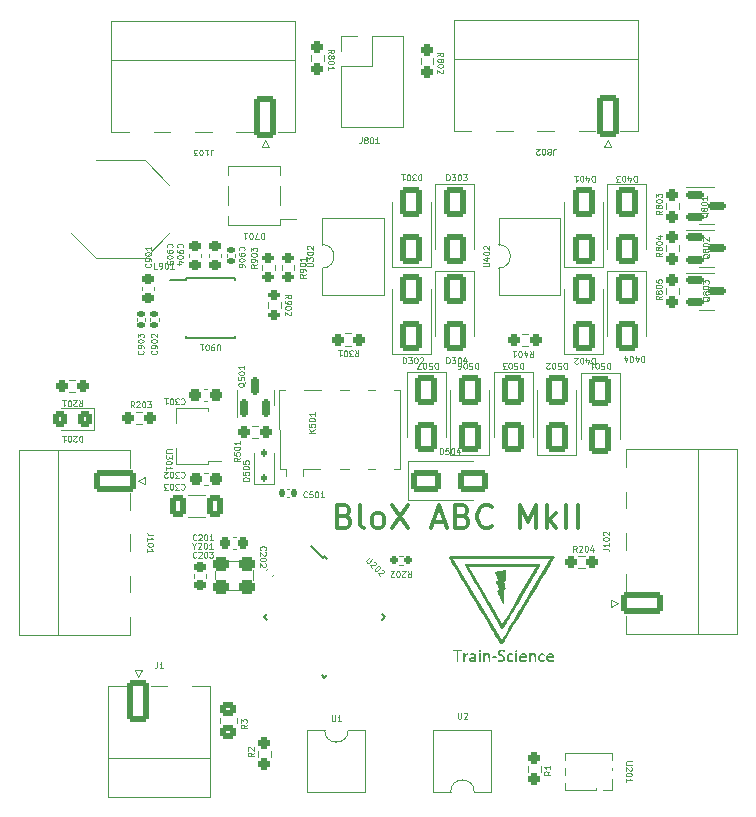
<source format=gbr>
%TF.GenerationSoftware,KiCad,Pcbnew,7.0.11*%
%TF.CreationDate,2024-04-01T19:46:57+02:00*%
%TF.ProjectId,BloX_ABC_MkII,426c6f58-5f41-4424-935f-4d6b49492e6b,rev?*%
%TF.SameCoordinates,Original*%
%TF.FileFunction,Legend,Top*%
%TF.FilePolarity,Positive*%
%FSLAX46Y46*%
G04 Gerber Fmt 4.6, Leading zero omitted, Abs format (unit mm)*
G04 Created by KiCad (PCBNEW 7.0.11) date 2024-04-01 19:46:57*
%MOMM*%
%LPD*%
G01*
G04 APERTURE LIST*
G04 Aperture macros list*
%AMRoundRect*
0 Rectangle with rounded corners*
0 $1 Rounding radius*
0 $2 $3 $4 $5 $6 $7 $8 $9 X,Y pos of 4 corners*
0 Add a 4 corners polygon primitive as box body*
4,1,4,$2,$3,$4,$5,$6,$7,$8,$9,$2,$3,0*
0 Add four circle primitives for the rounded corners*
1,1,$1+$1,$2,$3*
1,1,$1+$1,$4,$5*
1,1,$1+$1,$6,$7*
1,1,$1+$1,$8,$9*
0 Add four rect primitives between the rounded corners*
20,1,$1+$1,$2,$3,$4,$5,0*
20,1,$1+$1,$4,$5,$6,$7,0*
20,1,$1+$1,$6,$7,$8,$9,0*
20,1,$1+$1,$8,$9,$2,$3,0*%
%AMRotRect*
0 Rectangle, with rotation*
0 The origin of the aperture is its center*
0 $1 length*
0 $2 width*
0 $3 Rotation angle, in degrees counterclockwise*
0 Add horizontal line*
21,1,$1,$2,0,0,$3*%
%AMFreePoly0*
4,1,9,3.862500,-0.866500,0.737500,-0.866500,0.737500,-0.450000,-0.737500,-0.450000,-0.737500,0.450000,0.737500,0.450000,0.737500,0.866500,3.862500,0.866500,3.862500,-0.866500,3.862500,-0.866500,$1*%
G04 Aperture macros list end*
%ADD10C,0.300000*%
%ADD11C,0.075000*%
%ADD12C,0.120000*%
%ADD13C,0.150000*%
%ADD14RoundRect,0.250000X-0.650000X1.000000X-0.650000X-1.000000X0.650000X-1.000000X0.650000X1.000000X0*%
%ADD15RoundRect,0.237500X0.250000X0.237500X-0.250000X0.237500X-0.250000X-0.237500X0.250000X-0.237500X0*%
%ADD16R,2.000000X1.780000*%
%ADD17RoundRect,0.140000X-0.170000X0.140000X-0.170000X-0.140000X0.170000X-0.140000X0.170000X0.140000X0*%
%ADD18C,3.200000*%
%ADD19RoundRect,0.250000X0.650000X1.550000X-0.650000X1.550000X-0.650000X-1.550000X0.650000X-1.550000X0*%
%ADD20O,1.800000X3.600000*%
%ADD21RoundRect,0.200000X0.275000X-0.200000X0.275000X0.200000X-0.275000X0.200000X-0.275000X-0.200000X0*%
%ADD22RoundRect,0.237500X-0.237500X0.250000X-0.237500X-0.250000X0.237500X-0.250000X0.237500X0.250000X0*%
%ADD23RoundRect,0.250000X-1.000000X-0.650000X1.000000X-0.650000X1.000000X0.650000X-1.000000X0.650000X0*%
%ADD24RoundRect,0.250000X0.650000X-1.000000X0.650000X1.000000X-0.650000X1.000000X-0.650000X-1.000000X0*%
%ADD25R,1.300000X0.900000*%
%ADD26FreePoly0,180.000000*%
%ADD27RoundRect,0.237500X0.237500X-0.250000X0.237500X0.250000X-0.237500X0.250000X-0.237500X-0.250000X0*%
%ADD28RoundRect,0.250000X-0.650000X-1.550000X0.650000X-1.550000X0.650000X1.550000X-0.650000X1.550000X0*%
%ADD29R,1.780000X2.000000*%
%ADD30RoundRect,0.237500X0.300000X0.237500X-0.300000X0.237500X-0.300000X-0.237500X0.300000X-0.237500X0*%
%ADD31RoundRect,0.150000X-0.587500X-0.150000X0.587500X-0.150000X0.587500X0.150000X-0.587500X0.150000X0*%
%ADD32RoundRect,0.250000X0.412500X0.650000X-0.412500X0.650000X-0.412500X-0.650000X0.412500X-0.650000X0*%
%ADD33RoundRect,0.225000X-0.225000X-0.250000X0.225000X-0.250000X0.225000X0.250000X-0.225000X0.250000X0*%
%ADD34RoundRect,0.160000X0.197500X0.160000X-0.197500X0.160000X-0.197500X-0.160000X0.197500X-0.160000X0*%
%ADD35RotRect,1.600000X0.550000X315.000000*%
%ADD36RotRect,1.600000X0.550000X45.000000*%
%ADD37RoundRect,0.140000X0.140000X0.170000X-0.140000X0.170000X-0.140000X-0.170000X0.140000X-0.170000X0*%
%ADD38RoundRect,0.250000X-1.550000X0.650000X-1.550000X-0.650000X1.550000X-0.650000X1.550000X0.650000X0*%
%ADD39O,3.600000X1.800000*%
%ADD40RoundRect,0.237500X-0.250000X-0.237500X0.250000X-0.237500X0.250000X0.237500X-0.250000X0.237500X0*%
%ADD41RoundRect,0.250000X0.325000X0.450000X-0.325000X0.450000X-0.325000X-0.450000X0.325000X-0.450000X0*%
%ADD42R,1.700000X1.700000*%
%ADD43O,1.700000X1.700000*%
%ADD44RoundRect,0.225000X-0.250000X0.225000X-0.250000X-0.225000X0.250000X-0.225000X0.250000X0.225000X0*%
%ADD45RoundRect,0.200000X-0.275000X0.200000X-0.275000X-0.200000X0.275000X-0.200000X0.275000X0.200000X0*%
%ADD46RoundRect,0.112500X0.112500X-0.187500X0.112500X0.187500X-0.112500X0.187500X-0.112500X-0.187500X0*%
%ADD47R,1.910000X0.610000*%
%ADD48R,1.205000X1.550000*%
%ADD49R,0.800000X1.800000*%
%ADD50RoundRect,0.225000X0.250000X-0.225000X0.250000X0.225000X-0.250000X0.225000X-0.250000X-0.225000X0*%
%ADD51R,2.000000X3.200000*%
%ADD52RoundRect,0.140000X0.021213X-0.219203X0.219203X-0.021213X-0.021213X0.219203X-0.219203X0.021213X0*%
%ADD53R,1.000000X1.000000*%
%ADD54O,1.000000X1.000000*%
%ADD55RoundRect,0.300000X0.400000X0.300000X-0.400000X0.300000X-0.400000X-0.300000X0.400000X-0.300000X0*%
%ADD56RoundRect,0.150000X0.150000X-0.587500X0.150000X0.587500X-0.150000X0.587500X-0.150000X-0.587500X0*%
%ADD57R,1.000000X0.800000*%
%ADD58RoundRect,0.250000X-0.450000X0.350000X-0.450000X-0.350000X0.450000X-0.350000X0.450000X0.350000X0*%
%ADD59RoundRect,0.250000X1.550000X-0.650000X1.550000X0.650000X-1.550000X0.650000X-1.550000X-0.650000X0*%
G04 APERTURE END LIST*
D10*
X101924225Y-101308019D02*
X102209939Y-101403257D01*
X102209939Y-101403257D02*
X102305177Y-101498495D01*
X102305177Y-101498495D02*
X102400415Y-101688971D01*
X102400415Y-101688971D02*
X102400415Y-101974685D01*
X102400415Y-101974685D02*
X102305177Y-102165161D01*
X102305177Y-102165161D02*
X102209939Y-102260400D01*
X102209939Y-102260400D02*
X102019463Y-102355638D01*
X102019463Y-102355638D02*
X101257558Y-102355638D01*
X101257558Y-102355638D02*
X101257558Y-100355638D01*
X101257558Y-100355638D02*
X101924225Y-100355638D01*
X101924225Y-100355638D02*
X102114701Y-100450876D01*
X102114701Y-100450876D02*
X102209939Y-100546114D01*
X102209939Y-100546114D02*
X102305177Y-100736590D01*
X102305177Y-100736590D02*
X102305177Y-100927066D01*
X102305177Y-100927066D02*
X102209939Y-101117542D01*
X102209939Y-101117542D02*
X102114701Y-101212780D01*
X102114701Y-101212780D02*
X101924225Y-101308019D01*
X101924225Y-101308019D02*
X101257558Y-101308019D01*
X103543272Y-102355638D02*
X103352796Y-102260400D01*
X103352796Y-102260400D02*
X103257558Y-102069923D01*
X103257558Y-102069923D02*
X103257558Y-100355638D01*
X104590891Y-102355638D02*
X104400415Y-102260400D01*
X104400415Y-102260400D02*
X104305177Y-102165161D01*
X104305177Y-102165161D02*
X104209939Y-101974685D01*
X104209939Y-101974685D02*
X104209939Y-101403257D01*
X104209939Y-101403257D02*
X104305177Y-101212780D01*
X104305177Y-101212780D02*
X104400415Y-101117542D01*
X104400415Y-101117542D02*
X104590891Y-101022304D01*
X104590891Y-101022304D02*
X104876606Y-101022304D01*
X104876606Y-101022304D02*
X105067082Y-101117542D01*
X105067082Y-101117542D02*
X105162320Y-101212780D01*
X105162320Y-101212780D02*
X105257558Y-101403257D01*
X105257558Y-101403257D02*
X105257558Y-101974685D01*
X105257558Y-101974685D02*
X105162320Y-102165161D01*
X105162320Y-102165161D02*
X105067082Y-102260400D01*
X105067082Y-102260400D02*
X104876606Y-102355638D01*
X104876606Y-102355638D02*
X104590891Y-102355638D01*
X105924225Y-100355638D02*
X107257558Y-102355638D01*
X107257558Y-100355638D02*
X105924225Y-102355638D01*
X109448035Y-101784209D02*
X110400416Y-101784209D01*
X109257559Y-102355638D02*
X109924225Y-100355638D01*
X109924225Y-100355638D02*
X110590892Y-102355638D01*
X111924226Y-101308019D02*
X112209940Y-101403257D01*
X112209940Y-101403257D02*
X112305178Y-101498495D01*
X112305178Y-101498495D02*
X112400416Y-101688971D01*
X112400416Y-101688971D02*
X112400416Y-101974685D01*
X112400416Y-101974685D02*
X112305178Y-102165161D01*
X112305178Y-102165161D02*
X112209940Y-102260400D01*
X112209940Y-102260400D02*
X112019464Y-102355638D01*
X112019464Y-102355638D02*
X111257559Y-102355638D01*
X111257559Y-102355638D02*
X111257559Y-100355638D01*
X111257559Y-100355638D02*
X111924226Y-100355638D01*
X111924226Y-100355638D02*
X112114702Y-100450876D01*
X112114702Y-100450876D02*
X112209940Y-100546114D01*
X112209940Y-100546114D02*
X112305178Y-100736590D01*
X112305178Y-100736590D02*
X112305178Y-100927066D01*
X112305178Y-100927066D02*
X112209940Y-101117542D01*
X112209940Y-101117542D02*
X112114702Y-101212780D01*
X112114702Y-101212780D02*
X111924226Y-101308019D01*
X111924226Y-101308019D02*
X111257559Y-101308019D01*
X114400416Y-102165161D02*
X114305178Y-102260400D01*
X114305178Y-102260400D02*
X114019464Y-102355638D01*
X114019464Y-102355638D02*
X113828988Y-102355638D01*
X113828988Y-102355638D02*
X113543273Y-102260400D01*
X113543273Y-102260400D02*
X113352797Y-102069923D01*
X113352797Y-102069923D02*
X113257559Y-101879447D01*
X113257559Y-101879447D02*
X113162321Y-101498495D01*
X113162321Y-101498495D02*
X113162321Y-101212780D01*
X113162321Y-101212780D02*
X113257559Y-100831828D01*
X113257559Y-100831828D02*
X113352797Y-100641352D01*
X113352797Y-100641352D02*
X113543273Y-100450876D01*
X113543273Y-100450876D02*
X113828988Y-100355638D01*
X113828988Y-100355638D02*
X114019464Y-100355638D01*
X114019464Y-100355638D02*
X114305178Y-100450876D01*
X114305178Y-100450876D02*
X114400416Y-100546114D01*
X116781369Y-102355638D02*
X116781369Y-100355638D01*
X116781369Y-100355638D02*
X117448036Y-101784209D01*
X117448036Y-101784209D02*
X118114702Y-100355638D01*
X118114702Y-100355638D02*
X118114702Y-102355638D01*
X119067083Y-102355638D02*
X119067083Y-100355638D01*
X119257559Y-101593733D02*
X119828988Y-102355638D01*
X119828988Y-101022304D02*
X119067083Y-101784209D01*
X120686131Y-102355638D02*
X120686131Y-100355638D01*
X121638512Y-102355638D02*
X121638512Y-100355638D01*
D11*
X126646237Y-72482590D02*
X126646237Y-72982590D01*
X126646237Y-72982590D02*
X126527189Y-72982590D01*
X126527189Y-72982590D02*
X126455761Y-72958780D01*
X126455761Y-72958780D02*
X126408142Y-72911161D01*
X126408142Y-72911161D02*
X126384332Y-72863542D01*
X126384332Y-72863542D02*
X126360523Y-72768304D01*
X126360523Y-72768304D02*
X126360523Y-72696876D01*
X126360523Y-72696876D02*
X126384332Y-72601638D01*
X126384332Y-72601638D02*
X126408142Y-72554019D01*
X126408142Y-72554019D02*
X126455761Y-72506400D01*
X126455761Y-72506400D02*
X126527189Y-72482590D01*
X126527189Y-72482590D02*
X126646237Y-72482590D01*
X125931951Y-72815923D02*
X125931951Y-72482590D01*
X126050999Y-73006400D02*
X126170046Y-72649257D01*
X126170046Y-72649257D02*
X125860523Y-72649257D01*
X125574809Y-72982590D02*
X125527190Y-72982590D01*
X125527190Y-72982590D02*
X125479571Y-72958780D01*
X125479571Y-72958780D02*
X125455761Y-72934971D01*
X125455761Y-72934971D02*
X125431952Y-72887352D01*
X125431952Y-72887352D02*
X125408142Y-72792114D01*
X125408142Y-72792114D02*
X125408142Y-72673066D01*
X125408142Y-72673066D02*
X125431952Y-72577828D01*
X125431952Y-72577828D02*
X125455761Y-72530209D01*
X125455761Y-72530209D02*
X125479571Y-72506400D01*
X125479571Y-72506400D02*
X125527190Y-72482590D01*
X125527190Y-72482590D02*
X125574809Y-72482590D01*
X125574809Y-72482590D02*
X125622428Y-72506400D01*
X125622428Y-72506400D02*
X125646237Y-72530209D01*
X125646237Y-72530209D02*
X125670047Y-72577828D01*
X125670047Y-72577828D02*
X125693856Y-72673066D01*
X125693856Y-72673066D02*
X125693856Y-72792114D01*
X125693856Y-72792114D02*
X125670047Y-72887352D01*
X125670047Y-72887352D02*
X125646237Y-72934971D01*
X125646237Y-72934971D02*
X125622428Y-72958780D01*
X125622428Y-72958780D02*
X125574809Y-72982590D01*
X125241476Y-72982590D02*
X124931952Y-72982590D01*
X124931952Y-72982590D02*
X125098619Y-72792114D01*
X125098619Y-72792114D02*
X125027190Y-72792114D01*
X125027190Y-72792114D02*
X124979571Y-72768304D01*
X124979571Y-72768304D02*
X124955762Y-72744495D01*
X124955762Y-72744495D02*
X124931952Y-72696876D01*
X124931952Y-72696876D02*
X124931952Y-72577828D01*
X124931952Y-72577828D02*
X124955762Y-72530209D01*
X124955762Y-72530209D02*
X124979571Y-72506400D01*
X124979571Y-72506400D02*
X125027190Y-72482590D01*
X125027190Y-72482590D02*
X125170047Y-72482590D01*
X125170047Y-72482590D02*
X125217666Y-72506400D01*
X125217666Y-72506400D02*
X125241476Y-72530209D01*
X127281237Y-87769090D02*
X127281237Y-88269090D01*
X127281237Y-88269090D02*
X127162189Y-88269090D01*
X127162189Y-88269090D02*
X127090761Y-88245280D01*
X127090761Y-88245280D02*
X127043142Y-88197661D01*
X127043142Y-88197661D02*
X127019332Y-88150042D01*
X127019332Y-88150042D02*
X126995523Y-88054804D01*
X126995523Y-88054804D02*
X126995523Y-87983376D01*
X126995523Y-87983376D02*
X127019332Y-87888138D01*
X127019332Y-87888138D02*
X127043142Y-87840519D01*
X127043142Y-87840519D02*
X127090761Y-87792900D01*
X127090761Y-87792900D02*
X127162189Y-87769090D01*
X127162189Y-87769090D02*
X127281237Y-87769090D01*
X126566951Y-88102423D02*
X126566951Y-87769090D01*
X126685999Y-88292900D02*
X126805046Y-87935757D01*
X126805046Y-87935757D02*
X126495523Y-87935757D01*
X126209809Y-88269090D02*
X126162190Y-88269090D01*
X126162190Y-88269090D02*
X126114571Y-88245280D01*
X126114571Y-88245280D02*
X126090761Y-88221471D01*
X126090761Y-88221471D02*
X126066952Y-88173852D01*
X126066952Y-88173852D02*
X126043142Y-88078614D01*
X126043142Y-88078614D02*
X126043142Y-87959566D01*
X126043142Y-87959566D02*
X126066952Y-87864328D01*
X126066952Y-87864328D02*
X126090761Y-87816709D01*
X126090761Y-87816709D02*
X126114571Y-87792900D01*
X126114571Y-87792900D02*
X126162190Y-87769090D01*
X126162190Y-87769090D02*
X126209809Y-87769090D01*
X126209809Y-87769090D02*
X126257428Y-87792900D01*
X126257428Y-87792900D02*
X126281237Y-87816709D01*
X126281237Y-87816709D02*
X126305047Y-87864328D01*
X126305047Y-87864328D02*
X126328856Y-87959566D01*
X126328856Y-87959566D02*
X126328856Y-88078614D01*
X126328856Y-88078614D02*
X126305047Y-88173852D01*
X126305047Y-88173852D02*
X126281237Y-88221471D01*
X126281237Y-88221471D02*
X126257428Y-88245280D01*
X126257428Y-88245280D02*
X126209809Y-88269090D01*
X125614571Y-88102423D02*
X125614571Y-87769090D01*
X125733619Y-88292900D02*
X125852666Y-87935757D01*
X125852666Y-87935757D02*
X125543143Y-87935757D01*
X93040409Y-96373523D02*
X92802314Y-96540189D01*
X93040409Y-96659237D02*
X92540409Y-96659237D01*
X92540409Y-96659237D02*
X92540409Y-96468761D01*
X92540409Y-96468761D02*
X92564219Y-96421142D01*
X92564219Y-96421142D02*
X92588028Y-96397332D01*
X92588028Y-96397332D02*
X92635647Y-96373523D01*
X92635647Y-96373523D02*
X92707076Y-96373523D01*
X92707076Y-96373523D02*
X92754695Y-96397332D01*
X92754695Y-96397332D02*
X92778504Y-96421142D01*
X92778504Y-96421142D02*
X92802314Y-96468761D01*
X92802314Y-96468761D02*
X92802314Y-96659237D01*
X92540409Y-95921142D02*
X92540409Y-96159237D01*
X92540409Y-96159237D02*
X92778504Y-96183046D01*
X92778504Y-96183046D02*
X92754695Y-96159237D01*
X92754695Y-96159237D02*
X92730885Y-96111618D01*
X92730885Y-96111618D02*
X92730885Y-95992570D01*
X92730885Y-95992570D02*
X92754695Y-95944951D01*
X92754695Y-95944951D02*
X92778504Y-95921142D01*
X92778504Y-95921142D02*
X92826123Y-95897332D01*
X92826123Y-95897332D02*
X92945171Y-95897332D01*
X92945171Y-95897332D02*
X92992790Y-95921142D01*
X92992790Y-95921142D02*
X93016600Y-95944951D01*
X93016600Y-95944951D02*
X93040409Y-95992570D01*
X93040409Y-95992570D02*
X93040409Y-96111618D01*
X93040409Y-96111618D02*
X93016600Y-96159237D01*
X93016600Y-96159237D02*
X92992790Y-96183046D01*
X92540409Y-95587809D02*
X92540409Y-95540190D01*
X92540409Y-95540190D02*
X92564219Y-95492571D01*
X92564219Y-95492571D02*
X92588028Y-95468761D01*
X92588028Y-95468761D02*
X92635647Y-95444952D01*
X92635647Y-95444952D02*
X92730885Y-95421142D01*
X92730885Y-95421142D02*
X92849933Y-95421142D01*
X92849933Y-95421142D02*
X92945171Y-95444952D01*
X92945171Y-95444952D02*
X92992790Y-95468761D01*
X92992790Y-95468761D02*
X93016600Y-95492571D01*
X93016600Y-95492571D02*
X93040409Y-95540190D01*
X93040409Y-95540190D02*
X93040409Y-95587809D01*
X93040409Y-95587809D02*
X93016600Y-95635428D01*
X93016600Y-95635428D02*
X92992790Y-95659237D01*
X92992790Y-95659237D02*
X92945171Y-95683047D01*
X92945171Y-95683047D02*
X92849933Y-95706856D01*
X92849933Y-95706856D02*
X92730885Y-95706856D01*
X92730885Y-95706856D02*
X92635647Y-95683047D01*
X92635647Y-95683047D02*
X92588028Y-95659237D01*
X92588028Y-95659237D02*
X92564219Y-95635428D01*
X92564219Y-95635428D02*
X92540409Y-95587809D01*
X93040409Y-94944952D02*
X93040409Y-95230666D01*
X93040409Y-95087809D02*
X92540409Y-95087809D01*
X92540409Y-95087809D02*
X92611838Y-95135428D01*
X92611838Y-95135428D02*
X92659457Y-95183047D01*
X92659457Y-95183047D02*
X92683266Y-95230666D01*
X111506047Y-117964409D02*
X111506047Y-118369171D01*
X111506047Y-118369171D02*
X111529857Y-118416790D01*
X111529857Y-118416790D02*
X111553666Y-118440600D01*
X111553666Y-118440600D02*
X111601285Y-118464409D01*
X111601285Y-118464409D02*
X111696523Y-118464409D01*
X111696523Y-118464409D02*
X111744142Y-118440600D01*
X111744142Y-118440600D02*
X111767952Y-118416790D01*
X111767952Y-118416790D02*
X111791761Y-118369171D01*
X111791761Y-118369171D02*
X111791761Y-117964409D01*
X112006048Y-118012028D02*
X112029857Y-117988219D01*
X112029857Y-117988219D02*
X112077476Y-117964409D01*
X112077476Y-117964409D02*
X112196524Y-117964409D01*
X112196524Y-117964409D02*
X112244143Y-117988219D01*
X112244143Y-117988219D02*
X112267952Y-118012028D01*
X112267952Y-118012028D02*
X112291762Y-118059647D01*
X112291762Y-118059647D02*
X112291762Y-118107266D01*
X112291762Y-118107266D02*
X112267952Y-118178695D01*
X112267952Y-118178695D02*
X111982238Y-118464409D01*
X111982238Y-118464409D02*
X112291762Y-118464409D01*
X92991709Y-78815476D02*
X92967900Y-78791667D01*
X92967900Y-78791667D02*
X92944090Y-78720238D01*
X92944090Y-78720238D02*
X92944090Y-78672619D01*
X92944090Y-78672619D02*
X92967900Y-78601191D01*
X92967900Y-78601191D02*
X93015519Y-78553572D01*
X93015519Y-78553572D02*
X93063138Y-78529762D01*
X93063138Y-78529762D02*
X93158376Y-78505953D01*
X93158376Y-78505953D02*
X93229804Y-78505953D01*
X93229804Y-78505953D02*
X93325042Y-78529762D01*
X93325042Y-78529762D02*
X93372661Y-78553572D01*
X93372661Y-78553572D02*
X93420280Y-78601191D01*
X93420280Y-78601191D02*
X93444090Y-78672619D01*
X93444090Y-78672619D02*
X93444090Y-78720238D01*
X93444090Y-78720238D02*
X93420280Y-78791667D01*
X93420280Y-78791667D02*
X93396471Y-78815476D01*
X92944090Y-79053572D02*
X92944090Y-79148810D01*
X92944090Y-79148810D02*
X92967900Y-79196429D01*
X92967900Y-79196429D02*
X92991709Y-79220238D01*
X92991709Y-79220238D02*
X93063138Y-79267857D01*
X93063138Y-79267857D02*
X93158376Y-79291667D01*
X93158376Y-79291667D02*
X93348852Y-79291667D01*
X93348852Y-79291667D02*
X93396471Y-79267857D01*
X93396471Y-79267857D02*
X93420280Y-79244048D01*
X93420280Y-79244048D02*
X93444090Y-79196429D01*
X93444090Y-79196429D02*
X93444090Y-79101191D01*
X93444090Y-79101191D02*
X93420280Y-79053572D01*
X93420280Y-79053572D02*
X93396471Y-79029762D01*
X93396471Y-79029762D02*
X93348852Y-79005953D01*
X93348852Y-79005953D02*
X93229804Y-79005953D01*
X93229804Y-79005953D02*
X93182185Y-79029762D01*
X93182185Y-79029762D02*
X93158376Y-79053572D01*
X93158376Y-79053572D02*
X93134566Y-79101191D01*
X93134566Y-79101191D02*
X93134566Y-79196429D01*
X93134566Y-79196429D02*
X93158376Y-79244048D01*
X93158376Y-79244048D02*
X93182185Y-79267857D01*
X93182185Y-79267857D02*
X93229804Y-79291667D01*
X93444090Y-79601190D02*
X93444090Y-79648809D01*
X93444090Y-79648809D02*
X93420280Y-79696428D01*
X93420280Y-79696428D02*
X93396471Y-79720238D01*
X93396471Y-79720238D02*
X93348852Y-79744047D01*
X93348852Y-79744047D02*
X93253614Y-79767857D01*
X93253614Y-79767857D02*
X93134566Y-79767857D01*
X93134566Y-79767857D02*
X93039328Y-79744047D01*
X93039328Y-79744047D02*
X92991709Y-79720238D01*
X92991709Y-79720238D02*
X92967900Y-79696428D01*
X92967900Y-79696428D02*
X92944090Y-79648809D01*
X92944090Y-79648809D02*
X92944090Y-79601190D01*
X92944090Y-79601190D02*
X92967900Y-79553571D01*
X92967900Y-79553571D02*
X92991709Y-79529762D01*
X92991709Y-79529762D02*
X93039328Y-79505952D01*
X93039328Y-79505952D02*
X93134566Y-79482143D01*
X93134566Y-79482143D02*
X93253614Y-79482143D01*
X93253614Y-79482143D02*
X93348852Y-79505952D01*
X93348852Y-79505952D02*
X93396471Y-79529762D01*
X93396471Y-79529762D02*
X93420280Y-79553571D01*
X93420280Y-79553571D02*
X93444090Y-79601190D01*
X93444090Y-80196428D02*
X93444090Y-80101190D01*
X93444090Y-80101190D02*
X93420280Y-80053571D01*
X93420280Y-80053571D02*
X93396471Y-80029761D01*
X93396471Y-80029761D02*
X93325042Y-79982142D01*
X93325042Y-79982142D02*
X93229804Y-79958333D01*
X93229804Y-79958333D02*
X93039328Y-79958333D01*
X93039328Y-79958333D02*
X92991709Y-79982142D01*
X92991709Y-79982142D02*
X92967900Y-80005952D01*
X92967900Y-80005952D02*
X92944090Y-80053571D01*
X92944090Y-80053571D02*
X92944090Y-80148809D01*
X92944090Y-80148809D02*
X92967900Y-80196428D01*
X92967900Y-80196428D02*
X92991709Y-80220237D01*
X92991709Y-80220237D02*
X93039328Y-80244047D01*
X93039328Y-80244047D02*
X93158376Y-80244047D01*
X93158376Y-80244047D02*
X93205995Y-80220237D01*
X93205995Y-80220237D02*
X93229804Y-80196428D01*
X93229804Y-80196428D02*
X93253614Y-80148809D01*
X93253614Y-80148809D02*
X93253614Y-80053571D01*
X93253614Y-80053571D02*
X93229804Y-80005952D01*
X93229804Y-80005952D02*
X93205995Y-79982142D01*
X93205995Y-79982142D02*
X93158376Y-79958333D01*
X119587856Y-70705090D02*
X119587856Y-70347947D01*
X119587856Y-70347947D02*
X119611665Y-70276519D01*
X119611665Y-70276519D02*
X119659284Y-70228900D01*
X119659284Y-70228900D02*
X119730713Y-70205090D01*
X119730713Y-70205090D02*
X119778332Y-70205090D01*
X119278332Y-70490804D02*
X119325951Y-70514614D01*
X119325951Y-70514614D02*
X119349761Y-70538423D01*
X119349761Y-70538423D02*
X119373570Y-70586042D01*
X119373570Y-70586042D02*
X119373570Y-70609852D01*
X119373570Y-70609852D02*
X119349761Y-70657471D01*
X119349761Y-70657471D02*
X119325951Y-70681280D01*
X119325951Y-70681280D02*
X119278332Y-70705090D01*
X119278332Y-70705090D02*
X119183094Y-70705090D01*
X119183094Y-70705090D02*
X119135475Y-70681280D01*
X119135475Y-70681280D02*
X119111666Y-70657471D01*
X119111666Y-70657471D02*
X119087856Y-70609852D01*
X119087856Y-70609852D02*
X119087856Y-70586042D01*
X119087856Y-70586042D02*
X119111666Y-70538423D01*
X119111666Y-70538423D02*
X119135475Y-70514614D01*
X119135475Y-70514614D02*
X119183094Y-70490804D01*
X119183094Y-70490804D02*
X119278332Y-70490804D01*
X119278332Y-70490804D02*
X119325951Y-70466995D01*
X119325951Y-70466995D02*
X119349761Y-70443185D01*
X119349761Y-70443185D02*
X119373570Y-70395566D01*
X119373570Y-70395566D02*
X119373570Y-70300328D01*
X119373570Y-70300328D02*
X119349761Y-70252709D01*
X119349761Y-70252709D02*
X119325951Y-70228900D01*
X119325951Y-70228900D02*
X119278332Y-70205090D01*
X119278332Y-70205090D02*
X119183094Y-70205090D01*
X119183094Y-70205090D02*
X119135475Y-70228900D01*
X119135475Y-70228900D02*
X119111666Y-70252709D01*
X119111666Y-70252709D02*
X119087856Y-70300328D01*
X119087856Y-70300328D02*
X119087856Y-70395566D01*
X119087856Y-70395566D02*
X119111666Y-70443185D01*
X119111666Y-70443185D02*
X119135475Y-70466995D01*
X119135475Y-70466995D02*
X119183094Y-70490804D01*
X118778333Y-70705090D02*
X118730714Y-70705090D01*
X118730714Y-70705090D02*
X118683095Y-70681280D01*
X118683095Y-70681280D02*
X118659285Y-70657471D01*
X118659285Y-70657471D02*
X118635476Y-70609852D01*
X118635476Y-70609852D02*
X118611666Y-70514614D01*
X118611666Y-70514614D02*
X118611666Y-70395566D01*
X118611666Y-70395566D02*
X118635476Y-70300328D01*
X118635476Y-70300328D02*
X118659285Y-70252709D01*
X118659285Y-70252709D02*
X118683095Y-70228900D01*
X118683095Y-70228900D02*
X118730714Y-70205090D01*
X118730714Y-70205090D02*
X118778333Y-70205090D01*
X118778333Y-70205090D02*
X118825952Y-70228900D01*
X118825952Y-70228900D02*
X118849761Y-70252709D01*
X118849761Y-70252709D02*
X118873571Y-70300328D01*
X118873571Y-70300328D02*
X118897380Y-70395566D01*
X118897380Y-70395566D02*
X118897380Y-70514614D01*
X118897380Y-70514614D02*
X118873571Y-70609852D01*
X118873571Y-70609852D02*
X118849761Y-70657471D01*
X118849761Y-70657471D02*
X118825952Y-70681280D01*
X118825952Y-70681280D02*
X118778333Y-70705090D01*
X118421190Y-70657471D02*
X118397381Y-70681280D01*
X118397381Y-70681280D02*
X118349762Y-70705090D01*
X118349762Y-70705090D02*
X118230714Y-70705090D01*
X118230714Y-70705090D02*
X118183095Y-70681280D01*
X118183095Y-70681280D02*
X118159286Y-70657471D01*
X118159286Y-70657471D02*
X118135476Y-70609852D01*
X118135476Y-70609852D02*
X118135476Y-70562233D01*
X118135476Y-70562233D02*
X118159286Y-70490804D01*
X118159286Y-70490804D02*
X118445000Y-70205090D01*
X118445000Y-70205090D02*
X118135476Y-70205090D01*
X94478909Y-79998523D02*
X94240814Y-80165189D01*
X94478909Y-80284237D02*
X93978909Y-80284237D01*
X93978909Y-80284237D02*
X93978909Y-80093761D01*
X93978909Y-80093761D02*
X94002719Y-80046142D01*
X94002719Y-80046142D02*
X94026528Y-80022332D01*
X94026528Y-80022332D02*
X94074147Y-79998523D01*
X94074147Y-79998523D02*
X94145576Y-79998523D01*
X94145576Y-79998523D02*
X94193195Y-80022332D01*
X94193195Y-80022332D02*
X94217004Y-80046142D01*
X94217004Y-80046142D02*
X94240814Y-80093761D01*
X94240814Y-80093761D02*
X94240814Y-80284237D01*
X94478909Y-79760427D02*
X94478909Y-79665189D01*
X94478909Y-79665189D02*
X94455100Y-79617570D01*
X94455100Y-79617570D02*
X94431290Y-79593761D01*
X94431290Y-79593761D02*
X94359861Y-79546142D01*
X94359861Y-79546142D02*
X94264623Y-79522332D01*
X94264623Y-79522332D02*
X94074147Y-79522332D01*
X94074147Y-79522332D02*
X94026528Y-79546142D01*
X94026528Y-79546142D02*
X94002719Y-79569951D01*
X94002719Y-79569951D02*
X93978909Y-79617570D01*
X93978909Y-79617570D02*
X93978909Y-79712808D01*
X93978909Y-79712808D02*
X94002719Y-79760427D01*
X94002719Y-79760427D02*
X94026528Y-79784237D01*
X94026528Y-79784237D02*
X94074147Y-79808046D01*
X94074147Y-79808046D02*
X94193195Y-79808046D01*
X94193195Y-79808046D02*
X94240814Y-79784237D01*
X94240814Y-79784237D02*
X94264623Y-79760427D01*
X94264623Y-79760427D02*
X94288433Y-79712808D01*
X94288433Y-79712808D02*
X94288433Y-79617570D01*
X94288433Y-79617570D02*
X94264623Y-79569951D01*
X94264623Y-79569951D02*
X94240814Y-79546142D01*
X94240814Y-79546142D02*
X94193195Y-79522332D01*
X93978909Y-79212809D02*
X93978909Y-79165190D01*
X93978909Y-79165190D02*
X94002719Y-79117571D01*
X94002719Y-79117571D02*
X94026528Y-79093761D01*
X94026528Y-79093761D02*
X94074147Y-79069952D01*
X94074147Y-79069952D02*
X94169385Y-79046142D01*
X94169385Y-79046142D02*
X94288433Y-79046142D01*
X94288433Y-79046142D02*
X94383671Y-79069952D01*
X94383671Y-79069952D02*
X94431290Y-79093761D01*
X94431290Y-79093761D02*
X94455100Y-79117571D01*
X94455100Y-79117571D02*
X94478909Y-79165190D01*
X94478909Y-79165190D02*
X94478909Y-79212809D01*
X94478909Y-79212809D02*
X94455100Y-79260428D01*
X94455100Y-79260428D02*
X94431290Y-79284237D01*
X94431290Y-79284237D02*
X94383671Y-79308047D01*
X94383671Y-79308047D02*
X94288433Y-79331856D01*
X94288433Y-79331856D02*
X94169385Y-79331856D01*
X94169385Y-79331856D02*
X94074147Y-79308047D01*
X94074147Y-79308047D02*
X94026528Y-79284237D01*
X94026528Y-79284237D02*
X94002719Y-79260428D01*
X94002719Y-79260428D02*
X93978909Y-79212809D01*
X93978909Y-78879476D02*
X93978909Y-78569952D01*
X93978909Y-78569952D02*
X94169385Y-78736619D01*
X94169385Y-78736619D02*
X94169385Y-78665190D01*
X94169385Y-78665190D02*
X94193195Y-78617571D01*
X94193195Y-78617571D02*
X94217004Y-78593762D01*
X94217004Y-78593762D02*
X94264623Y-78569952D01*
X94264623Y-78569952D02*
X94383671Y-78569952D01*
X94383671Y-78569952D02*
X94431290Y-78593762D01*
X94431290Y-78593762D02*
X94455100Y-78617571D01*
X94455100Y-78617571D02*
X94478909Y-78665190D01*
X94478909Y-78665190D02*
X94478909Y-78808047D01*
X94478909Y-78808047D02*
X94455100Y-78855666D01*
X94455100Y-78855666D02*
X94431290Y-78879476D01*
X109772590Y-62379976D02*
X110010685Y-62213310D01*
X109772590Y-62094262D02*
X110272590Y-62094262D01*
X110272590Y-62094262D02*
X110272590Y-62284738D01*
X110272590Y-62284738D02*
X110248780Y-62332357D01*
X110248780Y-62332357D02*
X110224971Y-62356167D01*
X110224971Y-62356167D02*
X110177352Y-62379976D01*
X110177352Y-62379976D02*
X110105923Y-62379976D01*
X110105923Y-62379976D02*
X110058304Y-62356167D01*
X110058304Y-62356167D02*
X110034495Y-62332357D01*
X110034495Y-62332357D02*
X110010685Y-62284738D01*
X110010685Y-62284738D02*
X110010685Y-62094262D01*
X110058304Y-62665691D02*
X110082114Y-62618072D01*
X110082114Y-62618072D02*
X110105923Y-62594262D01*
X110105923Y-62594262D02*
X110153542Y-62570453D01*
X110153542Y-62570453D02*
X110177352Y-62570453D01*
X110177352Y-62570453D02*
X110224971Y-62594262D01*
X110224971Y-62594262D02*
X110248780Y-62618072D01*
X110248780Y-62618072D02*
X110272590Y-62665691D01*
X110272590Y-62665691D02*
X110272590Y-62760929D01*
X110272590Y-62760929D02*
X110248780Y-62808548D01*
X110248780Y-62808548D02*
X110224971Y-62832357D01*
X110224971Y-62832357D02*
X110177352Y-62856167D01*
X110177352Y-62856167D02*
X110153542Y-62856167D01*
X110153542Y-62856167D02*
X110105923Y-62832357D01*
X110105923Y-62832357D02*
X110082114Y-62808548D01*
X110082114Y-62808548D02*
X110058304Y-62760929D01*
X110058304Y-62760929D02*
X110058304Y-62665691D01*
X110058304Y-62665691D02*
X110034495Y-62618072D01*
X110034495Y-62618072D02*
X110010685Y-62594262D01*
X110010685Y-62594262D02*
X109963066Y-62570453D01*
X109963066Y-62570453D02*
X109867828Y-62570453D01*
X109867828Y-62570453D02*
X109820209Y-62594262D01*
X109820209Y-62594262D02*
X109796400Y-62618072D01*
X109796400Y-62618072D02*
X109772590Y-62665691D01*
X109772590Y-62665691D02*
X109772590Y-62760929D01*
X109772590Y-62760929D02*
X109796400Y-62808548D01*
X109796400Y-62808548D02*
X109820209Y-62832357D01*
X109820209Y-62832357D02*
X109867828Y-62856167D01*
X109867828Y-62856167D02*
X109963066Y-62856167D01*
X109963066Y-62856167D02*
X110010685Y-62832357D01*
X110010685Y-62832357D02*
X110034495Y-62808548D01*
X110034495Y-62808548D02*
X110058304Y-62760929D01*
X110272590Y-63165690D02*
X110272590Y-63213309D01*
X110272590Y-63213309D02*
X110248780Y-63260928D01*
X110248780Y-63260928D02*
X110224971Y-63284738D01*
X110224971Y-63284738D02*
X110177352Y-63308547D01*
X110177352Y-63308547D02*
X110082114Y-63332357D01*
X110082114Y-63332357D02*
X109963066Y-63332357D01*
X109963066Y-63332357D02*
X109867828Y-63308547D01*
X109867828Y-63308547D02*
X109820209Y-63284738D01*
X109820209Y-63284738D02*
X109796400Y-63260928D01*
X109796400Y-63260928D02*
X109772590Y-63213309D01*
X109772590Y-63213309D02*
X109772590Y-63165690D01*
X109772590Y-63165690D02*
X109796400Y-63118071D01*
X109796400Y-63118071D02*
X109820209Y-63094262D01*
X109820209Y-63094262D02*
X109867828Y-63070452D01*
X109867828Y-63070452D02*
X109963066Y-63046643D01*
X109963066Y-63046643D02*
X110082114Y-63046643D01*
X110082114Y-63046643D02*
X110177352Y-63070452D01*
X110177352Y-63070452D02*
X110224971Y-63094262D01*
X110224971Y-63094262D02*
X110248780Y-63118071D01*
X110248780Y-63118071D02*
X110272590Y-63165690D01*
X110224971Y-63522833D02*
X110248780Y-63546642D01*
X110248780Y-63546642D02*
X110272590Y-63594261D01*
X110272590Y-63594261D02*
X110272590Y-63713309D01*
X110272590Y-63713309D02*
X110248780Y-63760928D01*
X110248780Y-63760928D02*
X110224971Y-63784737D01*
X110224971Y-63784737D02*
X110177352Y-63808547D01*
X110177352Y-63808547D02*
X110129733Y-63808547D01*
X110129733Y-63808547D02*
X110058304Y-63784737D01*
X110058304Y-63784737D02*
X109772590Y-63499023D01*
X109772590Y-63499023D02*
X109772590Y-63808547D01*
X109971762Y-96057409D02*
X109971762Y-95557409D01*
X109971762Y-95557409D02*
X110090810Y-95557409D01*
X110090810Y-95557409D02*
X110162238Y-95581219D01*
X110162238Y-95581219D02*
X110209857Y-95628838D01*
X110209857Y-95628838D02*
X110233667Y-95676457D01*
X110233667Y-95676457D02*
X110257476Y-95771695D01*
X110257476Y-95771695D02*
X110257476Y-95843123D01*
X110257476Y-95843123D02*
X110233667Y-95938361D01*
X110233667Y-95938361D02*
X110209857Y-95985980D01*
X110209857Y-95985980D02*
X110162238Y-96033600D01*
X110162238Y-96033600D02*
X110090810Y-96057409D01*
X110090810Y-96057409D02*
X109971762Y-96057409D01*
X110709857Y-95557409D02*
X110471762Y-95557409D01*
X110471762Y-95557409D02*
X110447953Y-95795504D01*
X110447953Y-95795504D02*
X110471762Y-95771695D01*
X110471762Y-95771695D02*
X110519381Y-95747885D01*
X110519381Y-95747885D02*
X110638429Y-95747885D01*
X110638429Y-95747885D02*
X110686048Y-95771695D01*
X110686048Y-95771695D02*
X110709857Y-95795504D01*
X110709857Y-95795504D02*
X110733667Y-95843123D01*
X110733667Y-95843123D02*
X110733667Y-95962171D01*
X110733667Y-95962171D02*
X110709857Y-96009790D01*
X110709857Y-96009790D02*
X110686048Y-96033600D01*
X110686048Y-96033600D02*
X110638429Y-96057409D01*
X110638429Y-96057409D02*
X110519381Y-96057409D01*
X110519381Y-96057409D02*
X110471762Y-96033600D01*
X110471762Y-96033600D02*
X110447953Y-96009790D01*
X111043190Y-95557409D02*
X111090809Y-95557409D01*
X111090809Y-95557409D02*
X111138428Y-95581219D01*
X111138428Y-95581219D02*
X111162238Y-95605028D01*
X111162238Y-95605028D02*
X111186047Y-95652647D01*
X111186047Y-95652647D02*
X111209857Y-95747885D01*
X111209857Y-95747885D02*
X111209857Y-95866933D01*
X111209857Y-95866933D02*
X111186047Y-95962171D01*
X111186047Y-95962171D02*
X111162238Y-96009790D01*
X111162238Y-96009790D02*
X111138428Y-96033600D01*
X111138428Y-96033600D02*
X111090809Y-96057409D01*
X111090809Y-96057409D02*
X111043190Y-96057409D01*
X111043190Y-96057409D02*
X110995571Y-96033600D01*
X110995571Y-96033600D02*
X110971762Y-96009790D01*
X110971762Y-96009790D02*
X110947952Y-95962171D01*
X110947952Y-95962171D02*
X110924143Y-95866933D01*
X110924143Y-95866933D02*
X110924143Y-95747885D01*
X110924143Y-95747885D02*
X110947952Y-95652647D01*
X110947952Y-95652647D02*
X110971762Y-95605028D01*
X110971762Y-95605028D02*
X110995571Y-95581219D01*
X110995571Y-95581219D02*
X111043190Y-95557409D01*
X111638428Y-95724076D02*
X111638428Y-96057409D01*
X111519380Y-95533600D02*
X111400333Y-95890742D01*
X111400333Y-95890742D02*
X111709856Y-95890742D01*
X113218237Y-88323590D02*
X113218237Y-88823590D01*
X113218237Y-88823590D02*
X113099189Y-88823590D01*
X113099189Y-88823590D02*
X113027761Y-88799780D01*
X113027761Y-88799780D02*
X112980142Y-88752161D01*
X112980142Y-88752161D02*
X112956332Y-88704542D01*
X112956332Y-88704542D02*
X112932523Y-88609304D01*
X112932523Y-88609304D02*
X112932523Y-88537876D01*
X112932523Y-88537876D02*
X112956332Y-88442638D01*
X112956332Y-88442638D02*
X112980142Y-88395019D01*
X112980142Y-88395019D02*
X113027761Y-88347400D01*
X113027761Y-88347400D02*
X113099189Y-88323590D01*
X113099189Y-88323590D02*
X113218237Y-88323590D01*
X112480142Y-88823590D02*
X112718237Y-88823590D01*
X112718237Y-88823590D02*
X112742046Y-88585495D01*
X112742046Y-88585495D02*
X112718237Y-88609304D01*
X112718237Y-88609304D02*
X112670618Y-88633114D01*
X112670618Y-88633114D02*
X112551570Y-88633114D01*
X112551570Y-88633114D02*
X112503951Y-88609304D01*
X112503951Y-88609304D02*
X112480142Y-88585495D01*
X112480142Y-88585495D02*
X112456332Y-88537876D01*
X112456332Y-88537876D02*
X112456332Y-88418828D01*
X112456332Y-88418828D02*
X112480142Y-88371209D01*
X112480142Y-88371209D02*
X112503951Y-88347400D01*
X112503951Y-88347400D02*
X112551570Y-88323590D01*
X112551570Y-88323590D02*
X112670618Y-88323590D01*
X112670618Y-88323590D02*
X112718237Y-88347400D01*
X112718237Y-88347400D02*
X112742046Y-88371209D01*
X112146809Y-88823590D02*
X112099190Y-88823590D01*
X112099190Y-88823590D02*
X112051571Y-88799780D01*
X112051571Y-88799780D02*
X112027761Y-88775971D01*
X112027761Y-88775971D02*
X112003952Y-88728352D01*
X112003952Y-88728352D02*
X111980142Y-88633114D01*
X111980142Y-88633114D02*
X111980142Y-88514066D01*
X111980142Y-88514066D02*
X112003952Y-88418828D01*
X112003952Y-88418828D02*
X112027761Y-88371209D01*
X112027761Y-88371209D02*
X112051571Y-88347400D01*
X112051571Y-88347400D02*
X112099190Y-88323590D01*
X112099190Y-88323590D02*
X112146809Y-88323590D01*
X112146809Y-88323590D02*
X112194428Y-88347400D01*
X112194428Y-88347400D02*
X112218237Y-88371209D01*
X112218237Y-88371209D02*
X112242047Y-88418828D01*
X112242047Y-88418828D02*
X112265856Y-88514066D01*
X112265856Y-88514066D02*
X112265856Y-88633114D01*
X112265856Y-88633114D02*
X112242047Y-88728352D01*
X112242047Y-88728352D02*
X112218237Y-88775971D01*
X112218237Y-88775971D02*
X112194428Y-88799780D01*
X112194428Y-88799780D02*
X112146809Y-88823590D01*
X111551571Y-88823590D02*
X111646809Y-88823590D01*
X111646809Y-88823590D02*
X111694428Y-88799780D01*
X111694428Y-88799780D02*
X111718238Y-88775971D01*
X111718238Y-88775971D02*
X111765857Y-88704542D01*
X111765857Y-88704542D02*
X111789666Y-88609304D01*
X111789666Y-88609304D02*
X111789666Y-88418828D01*
X111789666Y-88418828D02*
X111765857Y-88371209D01*
X111765857Y-88371209D02*
X111742047Y-88347400D01*
X111742047Y-88347400D02*
X111694428Y-88323590D01*
X111694428Y-88323590D02*
X111599190Y-88323590D01*
X111599190Y-88323590D02*
X111551571Y-88347400D01*
X111551571Y-88347400D02*
X111527762Y-88371209D01*
X111527762Y-88371209D02*
X111503952Y-88418828D01*
X111503952Y-88418828D02*
X111503952Y-88537876D01*
X111503952Y-88537876D02*
X111527762Y-88585495D01*
X111527762Y-88585495D02*
X111551571Y-88609304D01*
X111551571Y-88609304D02*
X111599190Y-88633114D01*
X111599190Y-88633114D02*
X111694428Y-88633114D01*
X111694428Y-88633114D02*
X111742047Y-88609304D01*
X111742047Y-88609304D02*
X111765857Y-88585495D01*
X111765857Y-88585495D02*
X111789666Y-88537876D01*
X87267590Y-95662857D02*
X86862828Y-95662857D01*
X86862828Y-95662857D02*
X86815209Y-95686667D01*
X86815209Y-95686667D02*
X86791400Y-95710476D01*
X86791400Y-95710476D02*
X86767590Y-95758095D01*
X86767590Y-95758095D02*
X86767590Y-95853333D01*
X86767590Y-95853333D02*
X86791400Y-95900952D01*
X86791400Y-95900952D02*
X86815209Y-95924762D01*
X86815209Y-95924762D02*
X86862828Y-95948571D01*
X86862828Y-95948571D02*
X87267590Y-95948571D01*
X87267590Y-96139048D02*
X87267590Y-96448572D01*
X87267590Y-96448572D02*
X87077114Y-96281905D01*
X87077114Y-96281905D02*
X87077114Y-96353334D01*
X87077114Y-96353334D02*
X87053304Y-96400953D01*
X87053304Y-96400953D02*
X87029495Y-96424762D01*
X87029495Y-96424762D02*
X86981876Y-96448572D01*
X86981876Y-96448572D02*
X86862828Y-96448572D01*
X86862828Y-96448572D02*
X86815209Y-96424762D01*
X86815209Y-96424762D02*
X86791400Y-96400953D01*
X86791400Y-96400953D02*
X86767590Y-96353334D01*
X86767590Y-96353334D02*
X86767590Y-96210477D01*
X86767590Y-96210477D02*
X86791400Y-96162858D01*
X86791400Y-96162858D02*
X86815209Y-96139048D01*
X87267590Y-96758095D02*
X87267590Y-96805714D01*
X87267590Y-96805714D02*
X87243780Y-96853333D01*
X87243780Y-96853333D02*
X87219971Y-96877143D01*
X87219971Y-96877143D02*
X87172352Y-96900952D01*
X87172352Y-96900952D02*
X87077114Y-96924762D01*
X87077114Y-96924762D02*
X86958066Y-96924762D01*
X86958066Y-96924762D02*
X86862828Y-96900952D01*
X86862828Y-96900952D02*
X86815209Y-96877143D01*
X86815209Y-96877143D02*
X86791400Y-96853333D01*
X86791400Y-96853333D02*
X86767590Y-96805714D01*
X86767590Y-96805714D02*
X86767590Y-96758095D01*
X86767590Y-96758095D02*
X86791400Y-96710476D01*
X86791400Y-96710476D02*
X86815209Y-96686667D01*
X86815209Y-96686667D02*
X86862828Y-96662857D01*
X86862828Y-96662857D02*
X86958066Y-96639048D01*
X86958066Y-96639048D02*
X87077114Y-96639048D01*
X87077114Y-96639048D02*
X87172352Y-96662857D01*
X87172352Y-96662857D02*
X87219971Y-96686667D01*
X87219971Y-96686667D02*
X87243780Y-96710476D01*
X87243780Y-96710476D02*
X87267590Y-96758095D01*
X86767590Y-97400952D02*
X86767590Y-97115238D01*
X86767590Y-97258095D02*
X87267590Y-97258095D01*
X87267590Y-97258095D02*
X87196161Y-97210476D01*
X87196161Y-97210476D02*
X87148542Y-97162857D01*
X87148542Y-97162857D02*
X87124733Y-97115238D01*
X128769409Y-75443023D02*
X128531314Y-75609689D01*
X128769409Y-75728737D02*
X128269409Y-75728737D01*
X128269409Y-75728737D02*
X128269409Y-75538261D01*
X128269409Y-75538261D02*
X128293219Y-75490642D01*
X128293219Y-75490642D02*
X128317028Y-75466832D01*
X128317028Y-75466832D02*
X128364647Y-75443023D01*
X128364647Y-75443023D02*
X128436076Y-75443023D01*
X128436076Y-75443023D02*
X128483695Y-75466832D01*
X128483695Y-75466832D02*
X128507504Y-75490642D01*
X128507504Y-75490642D02*
X128531314Y-75538261D01*
X128531314Y-75538261D02*
X128531314Y-75728737D01*
X128483695Y-75157308D02*
X128459885Y-75204927D01*
X128459885Y-75204927D02*
X128436076Y-75228737D01*
X128436076Y-75228737D02*
X128388457Y-75252546D01*
X128388457Y-75252546D02*
X128364647Y-75252546D01*
X128364647Y-75252546D02*
X128317028Y-75228737D01*
X128317028Y-75228737D02*
X128293219Y-75204927D01*
X128293219Y-75204927D02*
X128269409Y-75157308D01*
X128269409Y-75157308D02*
X128269409Y-75062070D01*
X128269409Y-75062070D02*
X128293219Y-75014451D01*
X128293219Y-75014451D02*
X128317028Y-74990642D01*
X128317028Y-74990642D02*
X128364647Y-74966832D01*
X128364647Y-74966832D02*
X128388457Y-74966832D01*
X128388457Y-74966832D02*
X128436076Y-74990642D01*
X128436076Y-74990642D02*
X128459885Y-75014451D01*
X128459885Y-75014451D02*
X128483695Y-75062070D01*
X128483695Y-75062070D02*
X128483695Y-75157308D01*
X128483695Y-75157308D02*
X128507504Y-75204927D01*
X128507504Y-75204927D02*
X128531314Y-75228737D01*
X128531314Y-75228737D02*
X128578933Y-75252546D01*
X128578933Y-75252546D02*
X128674171Y-75252546D01*
X128674171Y-75252546D02*
X128721790Y-75228737D01*
X128721790Y-75228737D02*
X128745600Y-75204927D01*
X128745600Y-75204927D02*
X128769409Y-75157308D01*
X128769409Y-75157308D02*
X128769409Y-75062070D01*
X128769409Y-75062070D02*
X128745600Y-75014451D01*
X128745600Y-75014451D02*
X128721790Y-74990642D01*
X128721790Y-74990642D02*
X128674171Y-74966832D01*
X128674171Y-74966832D02*
X128578933Y-74966832D01*
X128578933Y-74966832D02*
X128531314Y-74990642D01*
X128531314Y-74990642D02*
X128507504Y-75014451D01*
X128507504Y-75014451D02*
X128483695Y-75062070D01*
X128269409Y-74657309D02*
X128269409Y-74609690D01*
X128269409Y-74609690D02*
X128293219Y-74562071D01*
X128293219Y-74562071D02*
X128317028Y-74538261D01*
X128317028Y-74538261D02*
X128364647Y-74514452D01*
X128364647Y-74514452D02*
X128459885Y-74490642D01*
X128459885Y-74490642D02*
X128578933Y-74490642D01*
X128578933Y-74490642D02*
X128674171Y-74514452D01*
X128674171Y-74514452D02*
X128721790Y-74538261D01*
X128721790Y-74538261D02*
X128745600Y-74562071D01*
X128745600Y-74562071D02*
X128769409Y-74609690D01*
X128769409Y-74609690D02*
X128769409Y-74657309D01*
X128769409Y-74657309D02*
X128745600Y-74704928D01*
X128745600Y-74704928D02*
X128721790Y-74728737D01*
X128721790Y-74728737D02*
X128674171Y-74752547D01*
X128674171Y-74752547D02*
X128578933Y-74776356D01*
X128578933Y-74776356D02*
X128459885Y-74776356D01*
X128459885Y-74776356D02*
X128364647Y-74752547D01*
X128364647Y-74752547D02*
X128317028Y-74728737D01*
X128317028Y-74728737D02*
X128293219Y-74704928D01*
X128293219Y-74704928D02*
X128269409Y-74657309D01*
X128269409Y-74323976D02*
X128269409Y-74014452D01*
X128269409Y-74014452D02*
X128459885Y-74181119D01*
X128459885Y-74181119D02*
X128459885Y-74109690D01*
X128459885Y-74109690D02*
X128483695Y-74062071D01*
X128483695Y-74062071D02*
X128507504Y-74038262D01*
X128507504Y-74038262D02*
X128555123Y-74014452D01*
X128555123Y-74014452D02*
X128674171Y-74014452D01*
X128674171Y-74014452D02*
X128721790Y-74038262D01*
X128721790Y-74038262D02*
X128745600Y-74062071D01*
X128745600Y-74062071D02*
X128769409Y-74109690D01*
X128769409Y-74109690D02*
X128769409Y-74252547D01*
X128769409Y-74252547D02*
X128745600Y-74300166D01*
X128745600Y-74300166D02*
X128721790Y-74323976D01*
X86038333Y-113694409D02*
X86038333Y-114051552D01*
X86038333Y-114051552D02*
X86014524Y-114122980D01*
X86014524Y-114122980D02*
X85966905Y-114170600D01*
X85966905Y-114170600D02*
X85895476Y-114194409D01*
X85895476Y-114194409D02*
X85847857Y-114194409D01*
X86538333Y-114194409D02*
X86252619Y-114194409D01*
X86395476Y-114194409D02*
X86395476Y-113694409D01*
X86395476Y-113694409D02*
X86347857Y-113765838D01*
X86347857Y-113765838D02*
X86300238Y-113813457D01*
X86300238Y-113813457D02*
X86252619Y-113837266D01*
X113673409Y-80171142D02*
X114078171Y-80171142D01*
X114078171Y-80171142D02*
X114125790Y-80147332D01*
X114125790Y-80147332D02*
X114149600Y-80123523D01*
X114149600Y-80123523D02*
X114173409Y-80075904D01*
X114173409Y-80075904D02*
X114173409Y-79980666D01*
X114173409Y-79980666D02*
X114149600Y-79933047D01*
X114149600Y-79933047D02*
X114125790Y-79909237D01*
X114125790Y-79909237D02*
X114078171Y-79885428D01*
X114078171Y-79885428D02*
X113673409Y-79885428D01*
X113840076Y-79433046D02*
X114173409Y-79433046D01*
X113649600Y-79552094D02*
X114006742Y-79671141D01*
X114006742Y-79671141D02*
X114006742Y-79361618D01*
X113673409Y-79075904D02*
X113673409Y-79028285D01*
X113673409Y-79028285D02*
X113697219Y-78980666D01*
X113697219Y-78980666D02*
X113721028Y-78956856D01*
X113721028Y-78956856D02*
X113768647Y-78933047D01*
X113768647Y-78933047D02*
X113863885Y-78909237D01*
X113863885Y-78909237D02*
X113982933Y-78909237D01*
X113982933Y-78909237D02*
X114078171Y-78933047D01*
X114078171Y-78933047D02*
X114125790Y-78956856D01*
X114125790Y-78956856D02*
X114149600Y-78980666D01*
X114149600Y-78980666D02*
X114173409Y-79028285D01*
X114173409Y-79028285D02*
X114173409Y-79075904D01*
X114173409Y-79075904D02*
X114149600Y-79123523D01*
X114149600Y-79123523D02*
X114125790Y-79147332D01*
X114125790Y-79147332D02*
X114078171Y-79171142D01*
X114078171Y-79171142D02*
X113982933Y-79194951D01*
X113982933Y-79194951D02*
X113863885Y-79194951D01*
X113863885Y-79194951D02*
X113768647Y-79171142D01*
X113768647Y-79171142D02*
X113721028Y-79147332D01*
X113721028Y-79147332D02*
X113697219Y-79123523D01*
X113697219Y-79123523D02*
X113673409Y-79075904D01*
X113721028Y-78718761D02*
X113697219Y-78694952D01*
X113697219Y-78694952D02*
X113673409Y-78647333D01*
X113673409Y-78647333D02*
X113673409Y-78528285D01*
X113673409Y-78528285D02*
X113697219Y-78480666D01*
X113697219Y-78480666D02*
X113721028Y-78456857D01*
X113721028Y-78456857D02*
X113768647Y-78433047D01*
X113768647Y-78433047D02*
X113816266Y-78433047D01*
X113816266Y-78433047D02*
X113887695Y-78456857D01*
X113887695Y-78456857D02*
X114173409Y-78742571D01*
X114173409Y-78742571D02*
X114173409Y-78433047D01*
X88062523Y-91387209D02*
X88086332Y-91363400D01*
X88086332Y-91363400D02*
X88157761Y-91339590D01*
X88157761Y-91339590D02*
X88205380Y-91339590D01*
X88205380Y-91339590D02*
X88276808Y-91363400D01*
X88276808Y-91363400D02*
X88324427Y-91411019D01*
X88324427Y-91411019D02*
X88348237Y-91458638D01*
X88348237Y-91458638D02*
X88372046Y-91553876D01*
X88372046Y-91553876D02*
X88372046Y-91625304D01*
X88372046Y-91625304D02*
X88348237Y-91720542D01*
X88348237Y-91720542D02*
X88324427Y-91768161D01*
X88324427Y-91768161D02*
X88276808Y-91815780D01*
X88276808Y-91815780D02*
X88205380Y-91839590D01*
X88205380Y-91839590D02*
X88157761Y-91839590D01*
X88157761Y-91839590D02*
X88086332Y-91815780D01*
X88086332Y-91815780D02*
X88062523Y-91791971D01*
X87895856Y-91839590D02*
X87586332Y-91839590D01*
X87586332Y-91839590D02*
X87752999Y-91649114D01*
X87752999Y-91649114D02*
X87681570Y-91649114D01*
X87681570Y-91649114D02*
X87633951Y-91625304D01*
X87633951Y-91625304D02*
X87610142Y-91601495D01*
X87610142Y-91601495D02*
X87586332Y-91553876D01*
X87586332Y-91553876D02*
X87586332Y-91434828D01*
X87586332Y-91434828D02*
X87610142Y-91387209D01*
X87610142Y-91387209D02*
X87633951Y-91363400D01*
X87633951Y-91363400D02*
X87681570Y-91339590D01*
X87681570Y-91339590D02*
X87824427Y-91339590D01*
X87824427Y-91339590D02*
X87872046Y-91363400D01*
X87872046Y-91363400D02*
X87895856Y-91387209D01*
X87276809Y-91839590D02*
X87229190Y-91839590D01*
X87229190Y-91839590D02*
X87181571Y-91815780D01*
X87181571Y-91815780D02*
X87157761Y-91791971D01*
X87157761Y-91791971D02*
X87133952Y-91744352D01*
X87133952Y-91744352D02*
X87110142Y-91649114D01*
X87110142Y-91649114D02*
X87110142Y-91530066D01*
X87110142Y-91530066D02*
X87133952Y-91434828D01*
X87133952Y-91434828D02*
X87157761Y-91387209D01*
X87157761Y-91387209D02*
X87181571Y-91363400D01*
X87181571Y-91363400D02*
X87229190Y-91339590D01*
X87229190Y-91339590D02*
X87276809Y-91339590D01*
X87276809Y-91339590D02*
X87324428Y-91363400D01*
X87324428Y-91363400D02*
X87348237Y-91387209D01*
X87348237Y-91387209D02*
X87372047Y-91434828D01*
X87372047Y-91434828D02*
X87395856Y-91530066D01*
X87395856Y-91530066D02*
X87395856Y-91649114D01*
X87395856Y-91649114D02*
X87372047Y-91744352D01*
X87372047Y-91744352D02*
X87348237Y-91791971D01*
X87348237Y-91791971D02*
X87324428Y-91815780D01*
X87324428Y-91815780D02*
X87276809Y-91839590D01*
X86633952Y-91339590D02*
X86919666Y-91339590D01*
X86776809Y-91339590D02*
X86776809Y-91839590D01*
X86776809Y-91839590D02*
X86824428Y-91768161D01*
X86824428Y-91768161D02*
X86872047Y-91720542D01*
X86872047Y-91720542D02*
X86919666Y-91696733D01*
X132775028Y-82736309D02*
X132751219Y-82783928D01*
X132751219Y-82783928D02*
X132703600Y-82831547D01*
X132703600Y-82831547D02*
X132632171Y-82902975D01*
X132632171Y-82902975D02*
X132608361Y-82950594D01*
X132608361Y-82950594D02*
X132608361Y-82998213D01*
X132727409Y-82974404D02*
X132703600Y-83022023D01*
X132703600Y-83022023D02*
X132655980Y-83069642D01*
X132655980Y-83069642D02*
X132560742Y-83093451D01*
X132560742Y-83093451D02*
X132394076Y-83093451D01*
X132394076Y-83093451D02*
X132298838Y-83069642D01*
X132298838Y-83069642D02*
X132251219Y-83022023D01*
X132251219Y-83022023D02*
X132227409Y-82974404D01*
X132227409Y-82974404D02*
X132227409Y-82879166D01*
X132227409Y-82879166D02*
X132251219Y-82831547D01*
X132251219Y-82831547D02*
X132298838Y-82783928D01*
X132298838Y-82783928D02*
X132394076Y-82760118D01*
X132394076Y-82760118D02*
X132560742Y-82760118D01*
X132560742Y-82760118D02*
X132655980Y-82783928D01*
X132655980Y-82783928D02*
X132703600Y-82831547D01*
X132703600Y-82831547D02*
X132727409Y-82879166D01*
X132727409Y-82879166D02*
X132727409Y-82974404D01*
X132441695Y-82474403D02*
X132417885Y-82522022D01*
X132417885Y-82522022D02*
X132394076Y-82545832D01*
X132394076Y-82545832D02*
X132346457Y-82569641D01*
X132346457Y-82569641D02*
X132322647Y-82569641D01*
X132322647Y-82569641D02*
X132275028Y-82545832D01*
X132275028Y-82545832D02*
X132251219Y-82522022D01*
X132251219Y-82522022D02*
X132227409Y-82474403D01*
X132227409Y-82474403D02*
X132227409Y-82379165D01*
X132227409Y-82379165D02*
X132251219Y-82331546D01*
X132251219Y-82331546D02*
X132275028Y-82307737D01*
X132275028Y-82307737D02*
X132322647Y-82283927D01*
X132322647Y-82283927D02*
X132346457Y-82283927D01*
X132346457Y-82283927D02*
X132394076Y-82307737D01*
X132394076Y-82307737D02*
X132417885Y-82331546D01*
X132417885Y-82331546D02*
X132441695Y-82379165D01*
X132441695Y-82379165D02*
X132441695Y-82474403D01*
X132441695Y-82474403D02*
X132465504Y-82522022D01*
X132465504Y-82522022D02*
X132489314Y-82545832D01*
X132489314Y-82545832D02*
X132536933Y-82569641D01*
X132536933Y-82569641D02*
X132632171Y-82569641D01*
X132632171Y-82569641D02*
X132679790Y-82545832D01*
X132679790Y-82545832D02*
X132703600Y-82522022D01*
X132703600Y-82522022D02*
X132727409Y-82474403D01*
X132727409Y-82474403D02*
X132727409Y-82379165D01*
X132727409Y-82379165D02*
X132703600Y-82331546D01*
X132703600Y-82331546D02*
X132679790Y-82307737D01*
X132679790Y-82307737D02*
X132632171Y-82283927D01*
X132632171Y-82283927D02*
X132536933Y-82283927D01*
X132536933Y-82283927D02*
X132489314Y-82307737D01*
X132489314Y-82307737D02*
X132465504Y-82331546D01*
X132465504Y-82331546D02*
X132441695Y-82379165D01*
X132227409Y-81974404D02*
X132227409Y-81926785D01*
X132227409Y-81926785D02*
X132251219Y-81879166D01*
X132251219Y-81879166D02*
X132275028Y-81855356D01*
X132275028Y-81855356D02*
X132322647Y-81831547D01*
X132322647Y-81831547D02*
X132417885Y-81807737D01*
X132417885Y-81807737D02*
X132536933Y-81807737D01*
X132536933Y-81807737D02*
X132632171Y-81831547D01*
X132632171Y-81831547D02*
X132679790Y-81855356D01*
X132679790Y-81855356D02*
X132703600Y-81879166D01*
X132703600Y-81879166D02*
X132727409Y-81926785D01*
X132727409Y-81926785D02*
X132727409Y-81974404D01*
X132727409Y-81974404D02*
X132703600Y-82022023D01*
X132703600Y-82022023D02*
X132679790Y-82045832D01*
X132679790Y-82045832D02*
X132632171Y-82069642D01*
X132632171Y-82069642D02*
X132536933Y-82093451D01*
X132536933Y-82093451D02*
X132417885Y-82093451D01*
X132417885Y-82093451D02*
X132322647Y-82069642D01*
X132322647Y-82069642D02*
X132275028Y-82045832D01*
X132275028Y-82045832D02*
X132251219Y-82022023D01*
X132251219Y-82022023D02*
X132227409Y-81974404D01*
X132227409Y-81641071D02*
X132227409Y-81331547D01*
X132227409Y-81331547D02*
X132417885Y-81498214D01*
X132417885Y-81498214D02*
X132417885Y-81426785D01*
X132417885Y-81426785D02*
X132441695Y-81379166D01*
X132441695Y-81379166D02*
X132465504Y-81355357D01*
X132465504Y-81355357D02*
X132513123Y-81331547D01*
X132513123Y-81331547D02*
X132632171Y-81331547D01*
X132632171Y-81331547D02*
X132679790Y-81355357D01*
X132679790Y-81355357D02*
X132703600Y-81379166D01*
X132703600Y-81379166D02*
X132727409Y-81426785D01*
X132727409Y-81426785D02*
X132727409Y-81569642D01*
X132727409Y-81569642D02*
X132703600Y-81617261D01*
X132703600Y-81617261D02*
X132679790Y-81641071D01*
X88062523Y-98626209D02*
X88086332Y-98602400D01*
X88086332Y-98602400D02*
X88157761Y-98578590D01*
X88157761Y-98578590D02*
X88205380Y-98578590D01*
X88205380Y-98578590D02*
X88276808Y-98602400D01*
X88276808Y-98602400D02*
X88324427Y-98650019D01*
X88324427Y-98650019D02*
X88348237Y-98697638D01*
X88348237Y-98697638D02*
X88372046Y-98792876D01*
X88372046Y-98792876D02*
X88372046Y-98864304D01*
X88372046Y-98864304D02*
X88348237Y-98959542D01*
X88348237Y-98959542D02*
X88324427Y-99007161D01*
X88324427Y-99007161D02*
X88276808Y-99054780D01*
X88276808Y-99054780D02*
X88205380Y-99078590D01*
X88205380Y-99078590D02*
X88157761Y-99078590D01*
X88157761Y-99078590D02*
X88086332Y-99054780D01*
X88086332Y-99054780D02*
X88062523Y-99030971D01*
X87895856Y-99078590D02*
X87586332Y-99078590D01*
X87586332Y-99078590D02*
X87752999Y-98888114D01*
X87752999Y-98888114D02*
X87681570Y-98888114D01*
X87681570Y-98888114D02*
X87633951Y-98864304D01*
X87633951Y-98864304D02*
X87610142Y-98840495D01*
X87610142Y-98840495D02*
X87586332Y-98792876D01*
X87586332Y-98792876D02*
X87586332Y-98673828D01*
X87586332Y-98673828D02*
X87610142Y-98626209D01*
X87610142Y-98626209D02*
X87633951Y-98602400D01*
X87633951Y-98602400D02*
X87681570Y-98578590D01*
X87681570Y-98578590D02*
X87824427Y-98578590D01*
X87824427Y-98578590D02*
X87872046Y-98602400D01*
X87872046Y-98602400D02*
X87895856Y-98626209D01*
X87276809Y-99078590D02*
X87229190Y-99078590D01*
X87229190Y-99078590D02*
X87181571Y-99054780D01*
X87181571Y-99054780D02*
X87157761Y-99030971D01*
X87157761Y-99030971D02*
X87133952Y-98983352D01*
X87133952Y-98983352D02*
X87110142Y-98888114D01*
X87110142Y-98888114D02*
X87110142Y-98769066D01*
X87110142Y-98769066D02*
X87133952Y-98673828D01*
X87133952Y-98673828D02*
X87157761Y-98626209D01*
X87157761Y-98626209D02*
X87181571Y-98602400D01*
X87181571Y-98602400D02*
X87229190Y-98578590D01*
X87229190Y-98578590D02*
X87276809Y-98578590D01*
X87276809Y-98578590D02*
X87324428Y-98602400D01*
X87324428Y-98602400D02*
X87348237Y-98626209D01*
X87348237Y-98626209D02*
X87372047Y-98673828D01*
X87372047Y-98673828D02*
X87395856Y-98769066D01*
X87395856Y-98769066D02*
X87395856Y-98888114D01*
X87395856Y-98888114D02*
X87372047Y-98983352D01*
X87372047Y-98983352D02*
X87348237Y-99030971D01*
X87348237Y-99030971D02*
X87324428Y-99054780D01*
X87324428Y-99054780D02*
X87276809Y-99078590D01*
X86943476Y-99078590D02*
X86633952Y-99078590D01*
X86633952Y-99078590D02*
X86800619Y-98888114D01*
X86800619Y-98888114D02*
X86729190Y-98888114D01*
X86729190Y-98888114D02*
X86681571Y-98864304D01*
X86681571Y-98864304D02*
X86657762Y-98840495D01*
X86657762Y-98840495D02*
X86633952Y-98792876D01*
X86633952Y-98792876D02*
X86633952Y-98673828D01*
X86633952Y-98673828D02*
X86657762Y-98626209D01*
X86657762Y-98626209D02*
X86681571Y-98602400D01*
X86681571Y-98602400D02*
X86729190Y-98578590D01*
X86729190Y-98578590D02*
X86872047Y-98578590D01*
X86872047Y-98578590D02*
X86919666Y-98602400D01*
X86919666Y-98602400D02*
X86943476Y-98626209D01*
X89346476Y-103294790D02*
X89322667Y-103318600D01*
X89322667Y-103318600D02*
X89251238Y-103342409D01*
X89251238Y-103342409D02*
X89203619Y-103342409D01*
X89203619Y-103342409D02*
X89132191Y-103318600D01*
X89132191Y-103318600D02*
X89084572Y-103270980D01*
X89084572Y-103270980D02*
X89060762Y-103223361D01*
X89060762Y-103223361D02*
X89036953Y-103128123D01*
X89036953Y-103128123D02*
X89036953Y-103056695D01*
X89036953Y-103056695D02*
X89060762Y-102961457D01*
X89060762Y-102961457D02*
X89084572Y-102913838D01*
X89084572Y-102913838D02*
X89132191Y-102866219D01*
X89132191Y-102866219D02*
X89203619Y-102842409D01*
X89203619Y-102842409D02*
X89251238Y-102842409D01*
X89251238Y-102842409D02*
X89322667Y-102866219D01*
X89322667Y-102866219D02*
X89346476Y-102890028D01*
X89536953Y-102890028D02*
X89560762Y-102866219D01*
X89560762Y-102866219D02*
X89608381Y-102842409D01*
X89608381Y-102842409D02*
X89727429Y-102842409D01*
X89727429Y-102842409D02*
X89775048Y-102866219D01*
X89775048Y-102866219D02*
X89798857Y-102890028D01*
X89798857Y-102890028D02*
X89822667Y-102937647D01*
X89822667Y-102937647D02*
X89822667Y-102985266D01*
X89822667Y-102985266D02*
X89798857Y-103056695D01*
X89798857Y-103056695D02*
X89513143Y-103342409D01*
X89513143Y-103342409D02*
X89822667Y-103342409D01*
X90132190Y-102842409D02*
X90179809Y-102842409D01*
X90179809Y-102842409D02*
X90227428Y-102866219D01*
X90227428Y-102866219D02*
X90251238Y-102890028D01*
X90251238Y-102890028D02*
X90275047Y-102937647D01*
X90275047Y-102937647D02*
X90298857Y-103032885D01*
X90298857Y-103032885D02*
X90298857Y-103151933D01*
X90298857Y-103151933D02*
X90275047Y-103247171D01*
X90275047Y-103247171D02*
X90251238Y-103294790D01*
X90251238Y-103294790D02*
X90227428Y-103318600D01*
X90227428Y-103318600D02*
X90179809Y-103342409D01*
X90179809Y-103342409D02*
X90132190Y-103342409D01*
X90132190Y-103342409D02*
X90084571Y-103318600D01*
X90084571Y-103318600D02*
X90060762Y-103294790D01*
X90060762Y-103294790D02*
X90036952Y-103247171D01*
X90036952Y-103247171D02*
X90013143Y-103151933D01*
X90013143Y-103151933D02*
X90013143Y-103032885D01*
X90013143Y-103032885D02*
X90036952Y-102937647D01*
X90036952Y-102937647D02*
X90060762Y-102890028D01*
X90060762Y-102890028D02*
X90084571Y-102866219D01*
X90084571Y-102866219D02*
X90132190Y-102842409D01*
X90775047Y-103342409D02*
X90489333Y-103342409D01*
X90632190Y-103342409D02*
X90632190Y-102842409D01*
X90632190Y-102842409D02*
X90584571Y-102913838D01*
X90584571Y-102913838D02*
X90536952Y-102961457D01*
X90536952Y-102961457D02*
X90489333Y-102985266D01*
X107239523Y-105971590D02*
X107406189Y-106209685D01*
X107525237Y-105971590D02*
X107525237Y-106471590D01*
X107525237Y-106471590D02*
X107334761Y-106471590D01*
X107334761Y-106471590D02*
X107287142Y-106447780D01*
X107287142Y-106447780D02*
X107263332Y-106423971D01*
X107263332Y-106423971D02*
X107239523Y-106376352D01*
X107239523Y-106376352D02*
X107239523Y-106304923D01*
X107239523Y-106304923D02*
X107263332Y-106257304D01*
X107263332Y-106257304D02*
X107287142Y-106233495D01*
X107287142Y-106233495D02*
X107334761Y-106209685D01*
X107334761Y-106209685D02*
X107525237Y-106209685D01*
X107049046Y-106423971D02*
X107025237Y-106447780D01*
X107025237Y-106447780D02*
X106977618Y-106471590D01*
X106977618Y-106471590D02*
X106858570Y-106471590D01*
X106858570Y-106471590D02*
X106810951Y-106447780D01*
X106810951Y-106447780D02*
X106787142Y-106423971D01*
X106787142Y-106423971D02*
X106763332Y-106376352D01*
X106763332Y-106376352D02*
X106763332Y-106328733D01*
X106763332Y-106328733D02*
X106787142Y-106257304D01*
X106787142Y-106257304D02*
X107072856Y-105971590D01*
X107072856Y-105971590D02*
X106763332Y-105971590D01*
X106453809Y-106471590D02*
X106406190Y-106471590D01*
X106406190Y-106471590D02*
X106358571Y-106447780D01*
X106358571Y-106447780D02*
X106334761Y-106423971D01*
X106334761Y-106423971D02*
X106310952Y-106376352D01*
X106310952Y-106376352D02*
X106287142Y-106281114D01*
X106287142Y-106281114D02*
X106287142Y-106162066D01*
X106287142Y-106162066D02*
X106310952Y-106066828D01*
X106310952Y-106066828D02*
X106334761Y-106019209D01*
X106334761Y-106019209D02*
X106358571Y-105995400D01*
X106358571Y-105995400D02*
X106406190Y-105971590D01*
X106406190Y-105971590D02*
X106453809Y-105971590D01*
X106453809Y-105971590D02*
X106501428Y-105995400D01*
X106501428Y-105995400D02*
X106525237Y-106019209D01*
X106525237Y-106019209D02*
X106549047Y-106066828D01*
X106549047Y-106066828D02*
X106572856Y-106162066D01*
X106572856Y-106162066D02*
X106572856Y-106281114D01*
X106572856Y-106281114D02*
X106549047Y-106376352D01*
X106549047Y-106376352D02*
X106525237Y-106423971D01*
X106525237Y-106423971D02*
X106501428Y-106447780D01*
X106501428Y-106447780D02*
X106453809Y-106471590D01*
X106096666Y-106423971D02*
X106072857Y-106447780D01*
X106072857Y-106447780D02*
X106025238Y-106471590D01*
X106025238Y-106471590D02*
X105906190Y-106471590D01*
X105906190Y-106471590D02*
X105858571Y-106447780D01*
X105858571Y-106447780D02*
X105834762Y-106423971D01*
X105834762Y-106423971D02*
X105810952Y-106376352D01*
X105810952Y-106376352D02*
X105810952Y-106328733D01*
X105810952Y-106328733D02*
X105834762Y-106257304D01*
X105834762Y-106257304D02*
X106120476Y-105971590D01*
X106120476Y-105971590D02*
X105810952Y-105971590D01*
X104067655Y-104778162D02*
X103781445Y-105064372D01*
X103781445Y-105064372D02*
X103764609Y-105114879D01*
X103764609Y-105114879D02*
X103764609Y-105148551D01*
X103764609Y-105148551D02*
X103781445Y-105199059D01*
X103781445Y-105199059D02*
X103848788Y-105266402D01*
X103848788Y-105266402D02*
X103899296Y-105283238D01*
X103899296Y-105283238D02*
X103932968Y-105283238D01*
X103932968Y-105283238D02*
X103983476Y-105266402D01*
X103983476Y-105266402D02*
X104269685Y-104980192D01*
X104387537Y-105165387D02*
X104421209Y-105165387D01*
X104421209Y-105165387D02*
X104471716Y-105182223D01*
X104471716Y-105182223D02*
X104555896Y-105266402D01*
X104555896Y-105266402D02*
X104572731Y-105316910D01*
X104572731Y-105316910D02*
X104572731Y-105350582D01*
X104572731Y-105350582D02*
X104555896Y-105401089D01*
X104555896Y-105401089D02*
X104522224Y-105434761D01*
X104522224Y-105434761D02*
X104454880Y-105468433D01*
X104454880Y-105468433D02*
X104050819Y-105468433D01*
X104050819Y-105468433D02*
X104269686Y-105687299D01*
X104842105Y-105552612D02*
X104875777Y-105586284D01*
X104875777Y-105586284D02*
X104892613Y-105636791D01*
X104892613Y-105636791D02*
X104892613Y-105670463D01*
X104892613Y-105670463D02*
X104875777Y-105720971D01*
X104875777Y-105720971D02*
X104825269Y-105805150D01*
X104825269Y-105805150D02*
X104741090Y-105889330D01*
X104741090Y-105889330D02*
X104656911Y-105939837D01*
X104656911Y-105939837D02*
X104606403Y-105956673D01*
X104606403Y-105956673D02*
X104572731Y-105956673D01*
X104572731Y-105956673D02*
X104522224Y-105939837D01*
X104522224Y-105939837D02*
X104488552Y-105906165D01*
X104488552Y-105906165D02*
X104471716Y-105855658D01*
X104471716Y-105855658D02*
X104471716Y-105821986D01*
X104471716Y-105821986D02*
X104488552Y-105771478D01*
X104488552Y-105771478D02*
X104539059Y-105687299D01*
X104539059Y-105687299D02*
X104623239Y-105603120D01*
X104623239Y-105603120D02*
X104707418Y-105552612D01*
X104707418Y-105552612D02*
X104757926Y-105535776D01*
X104757926Y-105535776D02*
X104791598Y-105535776D01*
X104791598Y-105535776D02*
X104842105Y-105552612D01*
X105060971Y-105838822D02*
X105094643Y-105838822D01*
X105094643Y-105838822D02*
X105145151Y-105855657D01*
X105145151Y-105855657D02*
X105229330Y-105939837D01*
X105229330Y-105939837D02*
X105246166Y-105990344D01*
X105246166Y-105990344D02*
X105246166Y-106024016D01*
X105246166Y-106024016D02*
X105229330Y-106074524D01*
X105229330Y-106074524D02*
X105195658Y-106108196D01*
X105195658Y-106108196D02*
X105128315Y-106141867D01*
X105128315Y-106141867D02*
X104724254Y-106141867D01*
X104724254Y-106141867D02*
X104943120Y-106360734D01*
X98730476Y-99676790D02*
X98706667Y-99700600D01*
X98706667Y-99700600D02*
X98635238Y-99724409D01*
X98635238Y-99724409D02*
X98587619Y-99724409D01*
X98587619Y-99724409D02*
X98516191Y-99700600D01*
X98516191Y-99700600D02*
X98468572Y-99652980D01*
X98468572Y-99652980D02*
X98444762Y-99605361D01*
X98444762Y-99605361D02*
X98420953Y-99510123D01*
X98420953Y-99510123D02*
X98420953Y-99438695D01*
X98420953Y-99438695D02*
X98444762Y-99343457D01*
X98444762Y-99343457D02*
X98468572Y-99295838D01*
X98468572Y-99295838D02*
X98516191Y-99248219D01*
X98516191Y-99248219D02*
X98587619Y-99224409D01*
X98587619Y-99224409D02*
X98635238Y-99224409D01*
X98635238Y-99224409D02*
X98706667Y-99248219D01*
X98706667Y-99248219D02*
X98730476Y-99272028D01*
X99182857Y-99224409D02*
X98944762Y-99224409D01*
X98944762Y-99224409D02*
X98920953Y-99462504D01*
X98920953Y-99462504D02*
X98944762Y-99438695D01*
X98944762Y-99438695D02*
X98992381Y-99414885D01*
X98992381Y-99414885D02*
X99111429Y-99414885D01*
X99111429Y-99414885D02*
X99159048Y-99438695D01*
X99159048Y-99438695D02*
X99182857Y-99462504D01*
X99182857Y-99462504D02*
X99206667Y-99510123D01*
X99206667Y-99510123D02*
X99206667Y-99629171D01*
X99206667Y-99629171D02*
X99182857Y-99676790D01*
X99182857Y-99676790D02*
X99159048Y-99700600D01*
X99159048Y-99700600D02*
X99111429Y-99724409D01*
X99111429Y-99724409D02*
X98992381Y-99724409D01*
X98992381Y-99724409D02*
X98944762Y-99700600D01*
X98944762Y-99700600D02*
X98920953Y-99676790D01*
X99516190Y-99224409D02*
X99563809Y-99224409D01*
X99563809Y-99224409D02*
X99611428Y-99248219D01*
X99611428Y-99248219D02*
X99635238Y-99272028D01*
X99635238Y-99272028D02*
X99659047Y-99319647D01*
X99659047Y-99319647D02*
X99682857Y-99414885D01*
X99682857Y-99414885D02*
X99682857Y-99533933D01*
X99682857Y-99533933D02*
X99659047Y-99629171D01*
X99659047Y-99629171D02*
X99635238Y-99676790D01*
X99635238Y-99676790D02*
X99611428Y-99700600D01*
X99611428Y-99700600D02*
X99563809Y-99724409D01*
X99563809Y-99724409D02*
X99516190Y-99724409D01*
X99516190Y-99724409D02*
X99468571Y-99700600D01*
X99468571Y-99700600D02*
X99444762Y-99676790D01*
X99444762Y-99676790D02*
X99420952Y-99629171D01*
X99420952Y-99629171D02*
X99397143Y-99533933D01*
X99397143Y-99533933D02*
X99397143Y-99414885D01*
X99397143Y-99414885D02*
X99420952Y-99319647D01*
X99420952Y-99319647D02*
X99444762Y-99272028D01*
X99444762Y-99272028D02*
X99468571Y-99248219D01*
X99468571Y-99248219D02*
X99516190Y-99224409D01*
X100159047Y-99724409D02*
X99873333Y-99724409D01*
X100016190Y-99724409D02*
X100016190Y-99224409D01*
X100016190Y-99224409D02*
X99968571Y-99295838D01*
X99968571Y-99295838D02*
X99920952Y-99343457D01*
X99920952Y-99343457D02*
X99873333Y-99367266D01*
X110533762Y-72871409D02*
X110533762Y-72371409D01*
X110533762Y-72371409D02*
X110652810Y-72371409D01*
X110652810Y-72371409D02*
X110724238Y-72395219D01*
X110724238Y-72395219D02*
X110771857Y-72442838D01*
X110771857Y-72442838D02*
X110795667Y-72490457D01*
X110795667Y-72490457D02*
X110819476Y-72585695D01*
X110819476Y-72585695D02*
X110819476Y-72657123D01*
X110819476Y-72657123D02*
X110795667Y-72752361D01*
X110795667Y-72752361D02*
X110771857Y-72799980D01*
X110771857Y-72799980D02*
X110724238Y-72847600D01*
X110724238Y-72847600D02*
X110652810Y-72871409D01*
X110652810Y-72871409D02*
X110533762Y-72871409D01*
X110986143Y-72371409D02*
X111295667Y-72371409D01*
X111295667Y-72371409D02*
X111129000Y-72561885D01*
X111129000Y-72561885D02*
X111200429Y-72561885D01*
X111200429Y-72561885D02*
X111248048Y-72585695D01*
X111248048Y-72585695D02*
X111271857Y-72609504D01*
X111271857Y-72609504D02*
X111295667Y-72657123D01*
X111295667Y-72657123D02*
X111295667Y-72776171D01*
X111295667Y-72776171D02*
X111271857Y-72823790D01*
X111271857Y-72823790D02*
X111248048Y-72847600D01*
X111248048Y-72847600D02*
X111200429Y-72871409D01*
X111200429Y-72871409D02*
X111057572Y-72871409D01*
X111057572Y-72871409D02*
X111009953Y-72847600D01*
X111009953Y-72847600D02*
X110986143Y-72823790D01*
X111605190Y-72371409D02*
X111652809Y-72371409D01*
X111652809Y-72371409D02*
X111700428Y-72395219D01*
X111700428Y-72395219D02*
X111724238Y-72419028D01*
X111724238Y-72419028D02*
X111748047Y-72466647D01*
X111748047Y-72466647D02*
X111771857Y-72561885D01*
X111771857Y-72561885D02*
X111771857Y-72680933D01*
X111771857Y-72680933D02*
X111748047Y-72776171D01*
X111748047Y-72776171D02*
X111724238Y-72823790D01*
X111724238Y-72823790D02*
X111700428Y-72847600D01*
X111700428Y-72847600D02*
X111652809Y-72871409D01*
X111652809Y-72871409D02*
X111605190Y-72871409D01*
X111605190Y-72871409D02*
X111557571Y-72847600D01*
X111557571Y-72847600D02*
X111533762Y-72823790D01*
X111533762Y-72823790D02*
X111509952Y-72776171D01*
X111509952Y-72776171D02*
X111486143Y-72680933D01*
X111486143Y-72680933D02*
X111486143Y-72561885D01*
X111486143Y-72561885D02*
X111509952Y-72466647D01*
X111509952Y-72466647D02*
X111533762Y-72419028D01*
X111533762Y-72419028D02*
X111557571Y-72395219D01*
X111557571Y-72395219D02*
X111605190Y-72371409D01*
X111938523Y-72371409D02*
X112248047Y-72371409D01*
X112248047Y-72371409D02*
X112081380Y-72561885D01*
X112081380Y-72561885D02*
X112152809Y-72561885D01*
X112152809Y-72561885D02*
X112200428Y-72585695D01*
X112200428Y-72585695D02*
X112224237Y-72609504D01*
X112224237Y-72609504D02*
X112248047Y-72657123D01*
X112248047Y-72657123D02*
X112248047Y-72776171D01*
X112248047Y-72776171D02*
X112224237Y-72823790D01*
X112224237Y-72823790D02*
X112200428Y-72847600D01*
X112200428Y-72847600D02*
X112152809Y-72871409D01*
X112152809Y-72871409D02*
X112009952Y-72871409D01*
X112009952Y-72871409D02*
X111962333Y-72847600D01*
X111962333Y-72847600D02*
X111938523Y-72823790D01*
X85705090Y-102912143D02*
X85347947Y-102912143D01*
X85347947Y-102912143D02*
X85276519Y-102888334D01*
X85276519Y-102888334D02*
X85228900Y-102840715D01*
X85228900Y-102840715D02*
X85205090Y-102769286D01*
X85205090Y-102769286D02*
X85205090Y-102721667D01*
X85205090Y-103412143D02*
X85205090Y-103126429D01*
X85205090Y-103269286D02*
X85705090Y-103269286D01*
X85705090Y-103269286D02*
X85633661Y-103221667D01*
X85633661Y-103221667D02*
X85586042Y-103174048D01*
X85586042Y-103174048D02*
X85562233Y-103126429D01*
X85705090Y-103721666D02*
X85705090Y-103769285D01*
X85705090Y-103769285D02*
X85681280Y-103816904D01*
X85681280Y-103816904D02*
X85657471Y-103840714D01*
X85657471Y-103840714D02*
X85609852Y-103864523D01*
X85609852Y-103864523D02*
X85514614Y-103888333D01*
X85514614Y-103888333D02*
X85395566Y-103888333D01*
X85395566Y-103888333D02*
X85300328Y-103864523D01*
X85300328Y-103864523D02*
X85252709Y-103840714D01*
X85252709Y-103840714D02*
X85228900Y-103816904D01*
X85228900Y-103816904D02*
X85205090Y-103769285D01*
X85205090Y-103769285D02*
X85205090Y-103721666D01*
X85205090Y-103721666D02*
X85228900Y-103674047D01*
X85228900Y-103674047D02*
X85252709Y-103650238D01*
X85252709Y-103650238D02*
X85300328Y-103626428D01*
X85300328Y-103626428D02*
X85395566Y-103602619D01*
X85395566Y-103602619D02*
X85514614Y-103602619D01*
X85514614Y-103602619D02*
X85609852Y-103626428D01*
X85609852Y-103626428D02*
X85657471Y-103650238D01*
X85657471Y-103650238D02*
X85681280Y-103674047D01*
X85681280Y-103674047D02*
X85705090Y-103721666D01*
X85205090Y-104364523D02*
X85205090Y-104078809D01*
X85205090Y-104221666D02*
X85705090Y-104221666D01*
X85705090Y-104221666D02*
X85633661Y-104174047D01*
X85633661Y-104174047D02*
X85586042Y-104126428D01*
X85586042Y-104126428D02*
X85562233Y-104078809D01*
X84090476Y-92102409D02*
X83923810Y-91864314D01*
X83804762Y-92102409D02*
X83804762Y-91602409D01*
X83804762Y-91602409D02*
X83995238Y-91602409D01*
X83995238Y-91602409D02*
X84042857Y-91626219D01*
X84042857Y-91626219D02*
X84066667Y-91650028D01*
X84066667Y-91650028D02*
X84090476Y-91697647D01*
X84090476Y-91697647D02*
X84090476Y-91769076D01*
X84090476Y-91769076D02*
X84066667Y-91816695D01*
X84066667Y-91816695D02*
X84042857Y-91840504D01*
X84042857Y-91840504D02*
X83995238Y-91864314D01*
X83995238Y-91864314D02*
X83804762Y-91864314D01*
X84280953Y-91650028D02*
X84304762Y-91626219D01*
X84304762Y-91626219D02*
X84352381Y-91602409D01*
X84352381Y-91602409D02*
X84471429Y-91602409D01*
X84471429Y-91602409D02*
X84519048Y-91626219D01*
X84519048Y-91626219D02*
X84542857Y-91650028D01*
X84542857Y-91650028D02*
X84566667Y-91697647D01*
X84566667Y-91697647D02*
X84566667Y-91745266D01*
X84566667Y-91745266D02*
X84542857Y-91816695D01*
X84542857Y-91816695D02*
X84257143Y-92102409D01*
X84257143Y-92102409D02*
X84566667Y-92102409D01*
X84876190Y-91602409D02*
X84923809Y-91602409D01*
X84923809Y-91602409D02*
X84971428Y-91626219D01*
X84971428Y-91626219D02*
X84995238Y-91650028D01*
X84995238Y-91650028D02*
X85019047Y-91697647D01*
X85019047Y-91697647D02*
X85042857Y-91792885D01*
X85042857Y-91792885D02*
X85042857Y-91911933D01*
X85042857Y-91911933D02*
X85019047Y-92007171D01*
X85019047Y-92007171D02*
X84995238Y-92054790D01*
X84995238Y-92054790D02*
X84971428Y-92078600D01*
X84971428Y-92078600D02*
X84923809Y-92102409D01*
X84923809Y-92102409D02*
X84876190Y-92102409D01*
X84876190Y-92102409D02*
X84828571Y-92078600D01*
X84828571Y-92078600D02*
X84804762Y-92054790D01*
X84804762Y-92054790D02*
X84780952Y-92007171D01*
X84780952Y-92007171D02*
X84757143Y-91911933D01*
X84757143Y-91911933D02*
X84757143Y-91792885D01*
X84757143Y-91792885D02*
X84780952Y-91697647D01*
X84780952Y-91697647D02*
X84804762Y-91650028D01*
X84804762Y-91650028D02*
X84828571Y-91626219D01*
X84828571Y-91626219D02*
X84876190Y-91602409D01*
X85209523Y-91602409D02*
X85519047Y-91602409D01*
X85519047Y-91602409D02*
X85352380Y-91792885D01*
X85352380Y-91792885D02*
X85423809Y-91792885D01*
X85423809Y-91792885D02*
X85471428Y-91816695D01*
X85471428Y-91816695D02*
X85495237Y-91840504D01*
X85495237Y-91840504D02*
X85519047Y-91888123D01*
X85519047Y-91888123D02*
X85519047Y-92007171D01*
X85519047Y-92007171D02*
X85495237Y-92054790D01*
X85495237Y-92054790D02*
X85471428Y-92078600D01*
X85471428Y-92078600D02*
X85423809Y-92102409D01*
X85423809Y-92102409D02*
X85280952Y-92102409D01*
X85280952Y-92102409D02*
X85233333Y-92078600D01*
X85233333Y-92078600D02*
X85209523Y-92054790D01*
X79712237Y-94513590D02*
X79712237Y-95013590D01*
X79712237Y-95013590D02*
X79593189Y-95013590D01*
X79593189Y-95013590D02*
X79521761Y-94989780D01*
X79521761Y-94989780D02*
X79474142Y-94942161D01*
X79474142Y-94942161D02*
X79450332Y-94894542D01*
X79450332Y-94894542D02*
X79426523Y-94799304D01*
X79426523Y-94799304D02*
X79426523Y-94727876D01*
X79426523Y-94727876D02*
X79450332Y-94632638D01*
X79450332Y-94632638D02*
X79474142Y-94585019D01*
X79474142Y-94585019D02*
X79521761Y-94537400D01*
X79521761Y-94537400D02*
X79593189Y-94513590D01*
X79593189Y-94513590D02*
X79712237Y-94513590D01*
X79236046Y-94965971D02*
X79212237Y-94989780D01*
X79212237Y-94989780D02*
X79164618Y-95013590D01*
X79164618Y-95013590D02*
X79045570Y-95013590D01*
X79045570Y-95013590D02*
X78997951Y-94989780D01*
X78997951Y-94989780D02*
X78974142Y-94965971D01*
X78974142Y-94965971D02*
X78950332Y-94918352D01*
X78950332Y-94918352D02*
X78950332Y-94870733D01*
X78950332Y-94870733D02*
X78974142Y-94799304D01*
X78974142Y-94799304D02*
X79259856Y-94513590D01*
X79259856Y-94513590D02*
X78950332Y-94513590D01*
X78640809Y-95013590D02*
X78593190Y-95013590D01*
X78593190Y-95013590D02*
X78545571Y-94989780D01*
X78545571Y-94989780D02*
X78521761Y-94965971D01*
X78521761Y-94965971D02*
X78497952Y-94918352D01*
X78497952Y-94918352D02*
X78474142Y-94823114D01*
X78474142Y-94823114D02*
X78474142Y-94704066D01*
X78474142Y-94704066D02*
X78497952Y-94608828D01*
X78497952Y-94608828D02*
X78521761Y-94561209D01*
X78521761Y-94561209D02*
X78545571Y-94537400D01*
X78545571Y-94537400D02*
X78593190Y-94513590D01*
X78593190Y-94513590D02*
X78640809Y-94513590D01*
X78640809Y-94513590D02*
X78688428Y-94537400D01*
X78688428Y-94537400D02*
X78712237Y-94561209D01*
X78712237Y-94561209D02*
X78736047Y-94608828D01*
X78736047Y-94608828D02*
X78759856Y-94704066D01*
X78759856Y-94704066D02*
X78759856Y-94823114D01*
X78759856Y-94823114D02*
X78736047Y-94918352D01*
X78736047Y-94918352D02*
X78712237Y-94965971D01*
X78712237Y-94965971D02*
X78688428Y-94989780D01*
X78688428Y-94989780D02*
X78640809Y-95013590D01*
X77997952Y-94513590D02*
X78283666Y-94513590D01*
X78140809Y-94513590D02*
X78140809Y-95013590D01*
X78140809Y-95013590D02*
X78188428Y-94942161D01*
X78188428Y-94942161D02*
X78236047Y-94894542D01*
X78236047Y-94894542D02*
X78283666Y-94870733D01*
X84842290Y-87300523D02*
X84866100Y-87324332D01*
X84866100Y-87324332D02*
X84889909Y-87395761D01*
X84889909Y-87395761D02*
X84889909Y-87443380D01*
X84889909Y-87443380D02*
X84866100Y-87514808D01*
X84866100Y-87514808D02*
X84818480Y-87562427D01*
X84818480Y-87562427D02*
X84770861Y-87586237D01*
X84770861Y-87586237D02*
X84675623Y-87610046D01*
X84675623Y-87610046D02*
X84604195Y-87610046D01*
X84604195Y-87610046D02*
X84508957Y-87586237D01*
X84508957Y-87586237D02*
X84461338Y-87562427D01*
X84461338Y-87562427D02*
X84413719Y-87514808D01*
X84413719Y-87514808D02*
X84389909Y-87443380D01*
X84389909Y-87443380D02*
X84389909Y-87395761D01*
X84389909Y-87395761D02*
X84413719Y-87324332D01*
X84413719Y-87324332D02*
X84437528Y-87300523D01*
X84889909Y-87062427D02*
X84889909Y-86967189D01*
X84889909Y-86967189D02*
X84866100Y-86919570D01*
X84866100Y-86919570D02*
X84842290Y-86895761D01*
X84842290Y-86895761D02*
X84770861Y-86848142D01*
X84770861Y-86848142D02*
X84675623Y-86824332D01*
X84675623Y-86824332D02*
X84485147Y-86824332D01*
X84485147Y-86824332D02*
X84437528Y-86848142D01*
X84437528Y-86848142D02*
X84413719Y-86871951D01*
X84413719Y-86871951D02*
X84389909Y-86919570D01*
X84389909Y-86919570D02*
X84389909Y-87014808D01*
X84389909Y-87014808D02*
X84413719Y-87062427D01*
X84413719Y-87062427D02*
X84437528Y-87086237D01*
X84437528Y-87086237D02*
X84485147Y-87110046D01*
X84485147Y-87110046D02*
X84604195Y-87110046D01*
X84604195Y-87110046D02*
X84651814Y-87086237D01*
X84651814Y-87086237D02*
X84675623Y-87062427D01*
X84675623Y-87062427D02*
X84699433Y-87014808D01*
X84699433Y-87014808D02*
X84699433Y-86919570D01*
X84699433Y-86919570D02*
X84675623Y-86871951D01*
X84675623Y-86871951D02*
X84651814Y-86848142D01*
X84651814Y-86848142D02*
X84604195Y-86824332D01*
X84389909Y-86514809D02*
X84389909Y-86467190D01*
X84389909Y-86467190D02*
X84413719Y-86419571D01*
X84413719Y-86419571D02*
X84437528Y-86395761D01*
X84437528Y-86395761D02*
X84485147Y-86371952D01*
X84485147Y-86371952D02*
X84580385Y-86348142D01*
X84580385Y-86348142D02*
X84699433Y-86348142D01*
X84699433Y-86348142D02*
X84794671Y-86371952D01*
X84794671Y-86371952D02*
X84842290Y-86395761D01*
X84842290Y-86395761D02*
X84866100Y-86419571D01*
X84866100Y-86419571D02*
X84889909Y-86467190D01*
X84889909Y-86467190D02*
X84889909Y-86514809D01*
X84889909Y-86514809D02*
X84866100Y-86562428D01*
X84866100Y-86562428D02*
X84842290Y-86586237D01*
X84842290Y-86586237D02*
X84794671Y-86610047D01*
X84794671Y-86610047D02*
X84699433Y-86633856D01*
X84699433Y-86633856D02*
X84580385Y-86633856D01*
X84580385Y-86633856D02*
X84485147Y-86610047D01*
X84485147Y-86610047D02*
X84437528Y-86586237D01*
X84437528Y-86586237D02*
X84413719Y-86562428D01*
X84413719Y-86562428D02*
X84389909Y-86514809D01*
X84389909Y-86181476D02*
X84389909Y-85871952D01*
X84389909Y-85871952D02*
X84580385Y-86038619D01*
X84580385Y-86038619D02*
X84580385Y-85967190D01*
X84580385Y-85967190D02*
X84604195Y-85919571D01*
X84604195Y-85919571D02*
X84628004Y-85895762D01*
X84628004Y-85895762D02*
X84675623Y-85871952D01*
X84675623Y-85871952D02*
X84794671Y-85871952D01*
X84794671Y-85871952D02*
X84842290Y-85895762D01*
X84842290Y-85895762D02*
X84866100Y-85919571D01*
X84866100Y-85919571D02*
X84889909Y-85967190D01*
X84889909Y-85967190D02*
X84889909Y-86110047D01*
X84889909Y-86110047D02*
X84866100Y-86157666D01*
X84866100Y-86157666D02*
X84842290Y-86181476D01*
X109789237Y-88323590D02*
X109789237Y-88823590D01*
X109789237Y-88823590D02*
X109670189Y-88823590D01*
X109670189Y-88823590D02*
X109598761Y-88799780D01*
X109598761Y-88799780D02*
X109551142Y-88752161D01*
X109551142Y-88752161D02*
X109527332Y-88704542D01*
X109527332Y-88704542D02*
X109503523Y-88609304D01*
X109503523Y-88609304D02*
X109503523Y-88537876D01*
X109503523Y-88537876D02*
X109527332Y-88442638D01*
X109527332Y-88442638D02*
X109551142Y-88395019D01*
X109551142Y-88395019D02*
X109598761Y-88347400D01*
X109598761Y-88347400D02*
X109670189Y-88323590D01*
X109670189Y-88323590D02*
X109789237Y-88323590D01*
X109051142Y-88823590D02*
X109289237Y-88823590D01*
X109289237Y-88823590D02*
X109313046Y-88585495D01*
X109313046Y-88585495D02*
X109289237Y-88609304D01*
X109289237Y-88609304D02*
X109241618Y-88633114D01*
X109241618Y-88633114D02*
X109122570Y-88633114D01*
X109122570Y-88633114D02*
X109074951Y-88609304D01*
X109074951Y-88609304D02*
X109051142Y-88585495D01*
X109051142Y-88585495D02*
X109027332Y-88537876D01*
X109027332Y-88537876D02*
X109027332Y-88418828D01*
X109027332Y-88418828D02*
X109051142Y-88371209D01*
X109051142Y-88371209D02*
X109074951Y-88347400D01*
X109074951Y-88347400D02*
X109122570Y-88323590D01*
X109122570Y-88323590D02*
X109241618Y-88323590D01*
X109241618Y-88323590D02*
X109289237Y-88347400D01*
X109289237Y-88347400D02*
X109313046Y-88371209D01*
X108717809Y-88823590D02*
X108670190Y-88823590D01*
X108670190Y-88823590D02*
X108622571Y-88799780D01*
X108622571Y-88799780D02*
X108598761Y-88775971D01*
X108598761Y-88775971D02*
X108574952Y-88728352D01*
X108574952Y-88728352D02*
X108551142Y-88633114D01*
X108551142Y-88633114D02*
X108551142Y-88514066D01*
X108551142Y-88514066D02*
X108574952Y-88418828D01*
X108574952Y-88418828D02*
X108598761Y-88371209D01*
X108598761Y-88371209D02*
X108622571Y-88347400D01*
X108622571Y-88347400D02*
X108670190Y-88323590D01*
X108670190Y-88323590D02*
X108717809Y-88323590D01*
X108717809Y-88323590D02*
X108765428Y-88347400D01*
X108765428Y-88347400D02*
X108789237Y-88371209D01*
X108789237Y-88371209D02*
X108813047Y-88418828D01*
X108813047Y-88418828D02*
X108836856Y-88514066D01*
X108836856Y-88514066D02*
X108836856Y-88633114D01*
X108836856Y-88633114D02*
X108813047Y-88728352D01*
X108813047Y-88728352D02*
X108789237Y-88775971D01*
X108789237Y-88775971D02*
X108765428Y-88799780D01*
X108765428Y-88799780D02*
X108717809Y-88823590D01*
X108384476Y-88823590D02*
X108051143Y-88823590D01*
X108051143Y-88823590D02*
X108265428Y-88323590D01*
X103357143Y-69227409D02*
X103357143Y-69584552D01*
X103357143Y-69584552D02*
X103333334Y-69655980D01*
X103333334Y-69655980D02*
X103285715Y-69703600D01*
X103285715Y-69703600D02*
X103214286Y-69727409D01*
X103214286Y-69727409D02*
X103166667Y-69727409D01*
X103666667Y-69441695D02*
X103619048Y-69417885D01*
X103619048Y-69417885D02*
X103595238Y-69394076D01*
X103595238Y-69394076D02*
X103571429Y-69346457D01*
X103571429Y-69346457D02*
X103571429Y-69322647D01*
X103571429Y-69322647D02*
X103595238Y-69275028D01*
X103595238Y-69275028D02*
X103619048Y-69251219D01*
X103619048Y-69251219D02*
X103666667Y-69227409D01*
X103666667Y-69227409D02*
X103761905Y-69227409D01*
X103761905Y-69227409D02*
X103809524Y-69251219D01*
X103809524Y-69251219D02*
X103833333Y-69275028D01*
X103833333Y-69275028D02*
X103857143Y-69322647D01*
X103857143Y-69322647D02*
X103857143Y-69346457D01*
X103857143Y-69346457D02*
X103833333Y-69394076D01*
X103833333Y-69394076D02*
X103809524Y-69417885D01*
X103809524Y-69417885D02*
X103761905Y-69441695D01*
X103761905Y-69441695D02*
X103666667Y-69441695D01*
X103666667Y-69441695D02*
X103619048Y-69465504D01*
X103619048Y-69465504D02*
X103595238Y-69489314D01*
X103595238Y-69489314D02*
X103571429Y-69536933D01*
X103571429Y-69536933D02*
X103571429Y-69632171D01*
X103571429Y-69632171D02*
X103595238Y-69679790D01*
X103595238Y-69679790D02*
X103619048Y-69703600D01*
X103619048Y-69703600D02*
X103666667Y-69727409D01*
X103666667Y-69727409D02*
X103761905Y-69727409D01*
X103761905Y-69727409D02*
X103809524Y-69703600D01*
X103809524Y-69703600D02*
X103833333Y-69679790D01*
X103833333Y-69679790D02*
X103857143Y-69632171D01*
X103857143Y-69632171D02*
X103857143Y-69536933D01*
X103857143Y-69536933D02*
X103833333Y-69489314D01*
X103833333Y-69489314D02*
X103809524Y-69465504D01*
X103809524Y-69465504D02*
X103761905Y-69441695D01*
X104166666Y-69227409D02*
X104214285Y-69227409D01*
X104214285Y-69227409D02*
X104261904Y-69251219D01*
X104261904Y-69251219D02*
X104285714Y-69275028D01*
X104285714Y-69275028D02*
X104309523Y-69322647D01*
X104309523Y-69322647D02*
X104333333Y-69417885D01*
X104333333Y-69417885D02*
X104333333Y-69536933D01*
X104333333Y-69536933D02*
X104309523Y-69632171D01*
X104309523Y-69632171D02*
X104285714Y-69679790D01*
X104285714Y-69679790D02*
X104261904Y-69703600D01*
X104261904Y-69703600D02*
X104214285Y-69727409D01*
X104214285Y-69727409D02*
X104166666Y-69727409D01*
X104166666Y-69727409D02*
X104119047Y-69703600D01*
X104119047Y-69703600D02*
X104095238Y-69679790D01*
X104095238Y-69679790D02*
X104071428Y-69632171D01*
X104071428Y-69632171D02*
X104047619Y-69536933D01*
X104047619Y-69536933D02*
X104047619Y-69417885D01*
X104047619Y-69417885D02*
X104071428Y-69322647D01*
X104071428Y-69322647D02*
X104095238Y-69275028D01*
X104095238Y-69275028D02*
X104119047Y-69251219D01*
X104119047Y-69251219D02*
X104166666Y-69227409D01*
X104809523Y-69727409D02*
X104523809Y-69727409D01*
X104666666Y-69727409D02*
X104666666Y-69227409D01*
X104666666Y-69227409D02*
X104619047Y-69298838D01*
X104619047Y-69298838D02*
X104571428Y-69346457D01*
X104571428Y-69346457D02*
X104523809Y-69370266D01*
X94225409Y-121345333D02*
X93987314Y-121511999D01*
X94225409Y-121631047D02*
X93725409Y-121631047D01*
X93725409Y-121631047D02*
X93725409Y-121440571D01*
X93725409Y-121440571D02*
X93749219Y-121392952D01*
X93749219Y-121392952D02*
X93773028Y-121369142D01*
X93773028Y-121369142D02*
X93820647Y-121345333D01*
X93820647Y-121345333D02*
X93892076Y-121345333D01*
X93892076Y-121345333D02*
X93939695Y-121369142D01*
X93939695Y-121369142D02*
X93963504Y-121392952D01*
X93963504Y-121392952D02*
X93987314Y-121440571D01*
X93987314Y-121440571D02*
X93987314Y-121631047D01*
X93773028Y-121154856D02*
X93749219Y-121131047D01*
X93749219Y-121131047D02*
X93725409Y-121083428D01*
X93725409Y-121083428D02*
X93725409Y-120964380D01*
X93725409Y-120964380D02*
X93749219Y-120916761D01*
X93749219Y-120916761D02*
X93773028Y-120892952D01*
X93773028Y-120892952D02*
X93820647Y-120869142D01*
X93820647Y-120869142D02*
X93868266Y-120869142D01*
X93868266Y-120869142D02*
X93939695Y-120892952D01*
X93939695Y-120892952D02*
X94225409Y-121178666D01*
X94225409Y-121178666D02*
X94225409Y-120869142D01*
X89346476Y-104786790D02*
X89322667Y-104810600D01*
X89322667Y-104810600D02*
X89251238Y-104834409D01*
X89251238Y-104834409D02*
X89203619Y-104834409D01*
X89203619Y-104834409D02*
X89132191Y-104810600D01*
X89132191Y-104810600D02*
X89084572Y-104762980D01*
X89084572Y-104762980D02*
X89060762Y-104715361D01*
X89060762Y-104715361D02*
X89036953Y-104620123D01*
X89036953Y-104620123D02*
X89036953Y-104548695D01*
X89036953Y-104548695D02*
X89060762Y-104453457D01*
X89060762Y-104453457D02*
X89084572Y-104405838D01*
X89084572Y-104405838D02*
X89132191Y-104358219D01*
X89132191Y-104358219D02*
X89203619Y-104334409D01*
X89203619Y-104334409D02*
X89251238Y-104334409D01*
X89251238Y-104334409D02*
X89322667Y-104358219D01*
X89322667Y-104358219D02*
X89346476Y-104382028D01*
X89536953Y-104382028D02*
X89560762Y-104358219D01*
X89560762Y-104358219D02*
X89608381Y-104334409D01*
X89608381Y-104334409D02*
X89727429Y-104334409D01*
X89727429Y-104334409D02*
X89775048Y-104358219D01*
X89775048Y-104358219D02*
X89798857Y-104382028D01*
X89798857Y-104382028D02*
X89822667Y-104429647D01*
X89822667Y-104429647D02*
X89822667Y-104477266D01*
X89822667Y-104477266D02*
X89798857Y-104548695D01*
X89798857Y-104548695D02*
X89513143Y-104834409D01*
X89513143Y-104834409D02*
X89822667Y-104834409D01*
X90132190Y-104334409D02*
X90179809Y-104334409D01*
X90179809Y-104334409D02*
X90227428Y-104358219D01*
X90227428Y-104358219D02*
X90251238Y-104382028D01*
X90251238Y-104382028D02*
X90275047Y-104429647D01*
X90275047Y-104429647D02*
X90298857Y-104524885D01*
X90298857Y-104524885D02*
X90298857Y-104643933D01*
X90298857Y-104643933D02*
X90275047Y-104739171D01*
X90275047Y-104739171D02*
X90251238Y-104786790D01*
X90251238Y-104786790D02*
X90227428Y-104810600D01*
X90227428Y-104810600D02*
X90179809Y-104834409D01*
X90179809Y-104834409D02*
X90132190Y-104834409D01*
X90132190Y-104834409D02*
X90084571Y-104810600D01*
X90084571Y-104810600D02*
X90060762Y-104786790D01*
X90060762Y-104786790D02*
X90036952Y-104739171D01*
X90036952Y-104739171D02*
X90013143Y-104643933D01*
X90013143Y-104643933D02*
X90013143Y-104524885D01*
X90013143Y-104524885D02*
X90036952Y-104429647D01*
X90036952Y-104429647D02*
X90060762Y-104382028D01*
X90060762Y-104382028D02*
X90084571Y-104358219D01*
X90084571Y-104358219D02*
X90132190Y-104334409D01*
X90465523Y-104334409D02*
X90775047Y-104334409D01*
X90775047Y-104334409D02*
X90608380Y-104524885D01*
X90608380Y-104524885D02*
X90679809Y-104524885D01*
X90679809Y-104524885D02*
X90727428Y-104548695D01*
X90727428Y-104548695D02*
X90751237Y-104572504D01*
X90751237Y-104572504D02*
X90775047Y-104620123D01*
X90775047Y-104620123D02*
X90775047Y-104739171D01*
X90775047Y-104739171D02*
X90751237Y-104786790D01*
X90751237Y-104786790D02*
X90727428Y-104810600D01*
X90727428Y-104810600D02*
X90679809Y-104834409D01*
X90679809Y-104834409D02*
X90536952Y-104834409D01*
X90536952Y-104834409D02*
X90489333Y-104810600D01*
X90489333Y-104810600D02*
X90465523Y-104786790D01*
X117574523Y-87323590D02*
X117741189Y-87561685D01*
X117860237Y-87323590D02*
X117860237Y-87823590D01*
X117860237Y-87823590D02*
X117669761Y-87823590D01*
X117669761Y-87823590D02*
X117622142Y-87799780D01*
X117622142Y-87799780D02*
X117598332Y-87775971D01*
X117598332Y-87775971D02*
X117574523Y-87728352D01*
X117574523Y-87728352D02*
X117574523Y-87656923D01*
X117574523Y-87656923D02*
X117598332Y-87609304D01*
X117598332Y-87609304D02*
X117622142Y-87585495D01*
X117622142Y-87585495D02*
X117669761Y-87561685D01*
X117669761Y-87561685D02*
X117860237Y-87561685D01*
X117145951Y-87656923D02*
X117145951Y-87323590D01*
X117264999Y-87847400D02*
X117384046Y-87490257D01*
X117384046Y-87490257D02*
X117074523Y-87490257D01*
X116788809Y-87823590D02*
X116741190Y-87823590D01*
X116741190Y-87823590D02*
X116693571Y-87799780D01*
X116693571Y-87799780D02*
X116669761Y-87775971D01*
X116669761Y-87775971D02*
X116645952Y-87728352D01*
X116645952Y-87728352D02*
X116622142Y-87633114D01*
X116622142Y-87633114D02*
X116622142Y-87514066D01*
X116622142Y-87514066D02*
X116645952Y-87418828D01*
X116645952Y-87418828D02*
X116669761Y-87371209D01*
X116669761Y-87371209D02*
X116693571Y-87347400D01*
X116693571Y-87347400D02*
X116741190Y-87323590D01*
X116741190Y-87323590D02*
X116788809Y-87323590D01*
X116788809Y-87323590D02*
X116836428Y-87347400D01*
X116836428Y-87347400D02*
X116860237Y-87371209D01*
X116860237Y-87371209D02*
X116884047Y-87418828D01*
X116884047Y-87418828D02*
X116907856Y-87514066D01*
X116907856Y-87514066D02*
X116907856Y-87633114D01*
X116907856Y-87633114D02*
X116884047Y-87728352D01*
X116884047Y-87728352D02*
X116860237Y-87775971D01*
X116860237Y-87775971D02*
X116836428Y-87799780D01*
X116836428Y-87799780D02*
X116788809Y-87823590D01*
X116145952Y-87323590D02*
X116431666Y-87323590D01*
X116288809Y-87323590D02*
X116288809Y-87823590D01*
X116288809Y-87823590D02*
X116336428Y-87752161D01*
X116336428Y-87752161D02*
X116384047Y-87704542D01*
X116384047Y-87704542D02*
X116431666Y-87680733D01*
X98605909Y-80823523D02*
X98367814Y-80990189D01*
X98605909Y-81109237D02*
X98105909Y-81109237D01*
X98105909Y-81109237D02*
X98105909Y-80918761D01*
X98105909Y-80918761D02*
X98129719Y-80871142D01*
X98129719Y-80871142D02*
X98153528Y-80847332D01*
X98153528Y-80847332D02*
X98201147Y-80823523D01*
X98201147Y-80823523D02*
X98272576Y-80823523D01*
X98272576Y-80823523D02*
X98320195Y-80847332D01*
X98320195Y-80847332D02*
X98344004Y-80871142D01*
X98344004Y-80871142D02*
X98367814Y-80918761D01*
X98367814Y-80918761D02*
X98367814Y-81109237D01*
X98605909Y-80585427D02*
X98605909Y-80490189D01*
X98605909Y-80490189D02*
X98582100Y-80442570D01*
X98582100Y-80442570D02*
X98558290Y-80418761D01*
X98558290Y-80418761D02*
X98486861Y-80371142D01*
X98486861Y-80371142D02*
X98391623Y-80347332D01*
X98391623Y-80347332D02*
X98201147Y-80347332D01*
X98201147Y-80347332D02*
X98153528Y-80371142D01*
X98153528Y-80371142D02*
X98129719Y-80394951D01*
X98129719Y-80394951D02*
X98105909Y-80442570D01*
X98105909Y-80442570D02*
X98105909Y-80537808D01*
X98105909Y-80537808D02*
X98129719Y-80585427D01*
X98129719Y-80585427D02*
X98153528Y-80609237D01*
X98153528Y-80609237D02*
X98201147Y-80633046D01*
X98201147Y-80633046D02*
X98320195Y-80633046D01*
X98320195Y-80633046D02*
X98367814Y-80609237D01*
X98367814Y-80609237D02*
X98391623Y-80585427D01*
X98391623Y-80585427D02*
X98415433Y-80537808D01*
X98415433Y-80537808D02*
X98415433Y-80442570D01*
X98415433Y-80442570D02*
X98391623Y-80394951D01*
X98391623Y-80394951D02*
X98367814Y-80371142D01*
X98367814Y-80371142D02*
X98320195Y-80347332D01*
X98105909Y-80037809D02*
X98105909Y-79990190D01*
X98105909Y-79990190D02*
X98129719Y-79942571D01*
X98129719Y-79942571D02*
X98153528Y-79918761D01*
X98153528Y-79918761D02*
X98201147Y-79894952D01*
X98201147Y-79894952D02*
X98296385Y-79871142D01*
X98296385Y-79871142D02*
X98415433Y-79871142D01*
X98415433Y-79871142D02*
X98510671Y-79894952D01*
X98510671Y-79894952D02*
X98558290Y-79918761D01*
X98558290Y-79918761D02*
X98582100Y-79942571D01*
X98582100Y-79942571D02*
X98605909Y-79990190D01*
X98605909Y-79990190D02*
X98605909Y-80037809D01*
X98605909Y-80037809D02*
X98582100Y-80085428D01*
X98582100Y-80085428D02*
X98558290Y-80109237D01*
X98558290Y-80109237D02*
X98510671Y-80133047D01*
X98510671Y-80133047D02*
X98415433Y-80156856D01*
X98415433Y-80156856D02*
X98296385Y-80156856D01*
X98296385Y-80156856D02*
X98201147Y-80133047D01*
X98201147Y-80133047D02*
X98153528Y-80109237D01*
X98153528Y-80109237D02*
X98129719Y-80085428D01*
X98129719Y-80085428D02*
X98105909Y-80037809D01*
X98605909Y-79394952D02*
X98605909Y-79680666D01*
X98605909Y-79537809D02*
X98105909Y-79537809D01*
X98105909Y-79537809D02*
X98177338Y-79585428D01*
X98177338Y-79585428D02*
X98224957Y-79633047D01*
X98224957Y-79633047D02*
X98248766Y-79680666D01*
X132648028Y-75634309D02*
X132624219Y-75681928D01*
X132624219Y-75681928D02*
X132576600Y-75729547D01*
X132576600Y-75729547D02*
X132505171Y-75800975D01*
X132505171Y-75800975D02*
X132481361Y-75848594D01*
X132481361Y-75848594D02*
X132481361Y-75896213D01*
X132600409Y-75872404D02*
X132576600Y-75920023D01*
X132576600Y-75920023D02*
X132528980Y-75967642D01*
X132528980Y-75967642D02*
X132433742Y-75991451D01*
X132433742Y-75991451D02*
X132267076Y-75991451D01*
X132267076Y-75991451D02*
X132171838Y-75967642D01*
X132171838Y-75967642D02*
X132124219Y-75920023D01*
X132124219Y-75920023D02*
X132100409Y-75872404D01*
X132100409Y-75872404D02*
X132100409Y-75777166D01*
X132100409Y-75777166D02*
X132124219Y-75729547D01*
X132124219Y-75729547D02*
X132171838Y-75681928D01*
X132171838Y-75681928D02*
X132267076Y-75658118D01*
X132267076Y-75658118D02*
X132433742Y-75658118D01*
X132433742Y-75658118D02*
X132528980Y-75681928D01*
X132528980Y-75681928D02*
X132576600Y-75729547D01*
X132576600Y-75729547D02*
X132600409Y-75777166D01*
X132600409Y-75777166D02*
X132600409Y-75872404D01*
X132314695Y-75372403D02*
X132290885Y-75420022D01*
X132290885Y-75420022D02*
X132267076Y-75443832D01*
X132267076Y-75443832D02*
X132219457Y-75467641D01*
X132219457Y-75467641D02*
X132195647Y-75467641D01*
X132195647Y-75467641D02*
X132148028Y-75443832D01*
X132148028Y-75443832D02*
X132124219Y-75420022D01*
X132124219Y-75420022D02*
X132100409Y-75372403D01*
X132100409Y-75372403D02*
X132100409Y-75277165D01*
X132100409Y-75277165D02*
X132124219Y-75229546D01*
X132124219Y-75229546D02*
X132148028Y-75205737D01*
X132148028Y-75205737D02*
X132195647Y-75181927D01*
X132195647Y-75181927D02*
X132219457Y-75181927D01*
X132219457Y-75181927D02*
X132267076Y-75205737D01*
X132267076Y-75205737D02*
X132290885Y-75229546D01*
X132290885Y-75229546D02*
X132314695Y-75277165D01*
X132314695Y-75277165D02*
X132314695Y-75372403D01*
X132314695Y-75372403D02*
X132338504Y-75420022D01*
X132338504Y-75420022D02*
X132362314Y-75443832D01*
X132362314Y-75443832D02*
X132409933Y-75467641D01*
X132409933Y-75467641D02*
X132505171Y-75467641D01*
X132505171Y-75467641D02*
X132552790Y-75443832D01*
X132552790Y-75443832D02*
X132576600Y-75420022D01*
X132576600Y-75420022D02*
X132600409Y-75372403D01*
X132600409Y-75372403D02*
X132600409Y-75277165D01*
X132600409Y-75277165D02*
X132576600Y-75229546D01*
X132576600Y-75229546D02*
X132552790Y-75205737D01*
X132552790Y-75205737D02*
X132505171Y-75181927D01*
X132505171Y-75181927D02*
X132409933Y-75181927D01*
X132409933Y-75181927D02*
X132362314Y-75205737D01*
X132362314Y-75205737D02*
X132338504Y-75229546D01*
X132338504Y-75229546D02*
X132314695Y-75277165D01*
X132100409Y-74872404D02*
X132100409Y-74824785D01*
X132100409Y-74824785D02*
X132124219Y-74777166D01*
X132124219Y-74777166D02*
X132148028Y-74753356D01*
X132148028Y-74753356D02*
X132195647Y-74729547D01*
X132195647Y-74729547D02*
X132290885Y-74705737D01*
X132290885Y-74705737D02*
X132409933Y-74705737D01*
X132409933Y-74705737D02*
X132505171Y-74729547D01*
X132505171Y-74729547D02*
X132552790Y-74753356D01*
X132552790Y-74753356D02*
X132576600Y-74777166D01*
X132576600Y-74777166D02*
X132600409Y-74824785D01*
X132600409Y-74824785D02*
X132600409Y-74872404D01*
X132600409Y-74872404D02*
X132576600Y-74920023D01*
X132576600Y-74920023D02*
X132552790Y-74943832D01*
X132552790Y-74943832D02*
X132505171Y-74967642D01*
X132505171Y-74967642D02*
X132409933Y-74991451D01*
X132409933Y-74991451D02*
X132290885Y-74991451D01*
X132290885Y-74991451D02*
X132195647Y-74967642D01*
X132195647Y-74967642D02*
X132148028Y-74943832D01*
X132148028Y-74943832D02*
X132124219Y-74920023D01*
X132124219Y-74920023D02*
X132100409Y-74872404D01*
X132600409Y-74229547D02*
X132600409Y-74515261D01*
X132600409Y-74372404D02*
X132100409Y-74372404D01*
X132100409Y-74372404D02*
X132171838Y-74420023D01*
X132171838Y-74420023D02*
X132219457Y-74467642D01*
X132219457Y-74467642D02*
X132243266Y-74515261D01*
X93802409Y-98310237D02*
X93302409Y-98310237D01*
X93302409Y-98310237D02*
X93302409Y-98191189D01*
X93302409Y-98191189D02*
X93326219Y-98119761D01*
X93326219Y-98119761D02*
X93373838Y-98072142D01*
X93373838Y-98072142D02*
X93421457Y-98048332D01*
X93421457Y-98048332D02*
X93516695Y-98024523D01*
X93516695Y-98024523D02*
X93588123Y-98024523D01*
X93588123Y-98024523D02*
X93683361Y-98048332D01*
X93683361Y-98048332D02*
X93730980Y-98072142D01*
X93730980Y-98072142D02*
X93778600Y-98119761D01*
X93778600Y-98119761D02*
X93802409Y-98191189D01*
X93802409Y-98191189D02*
X93802409Y-98310237D01*
X93302409Y-97572142D02*
X93302409Y-97810237D01*
X93302409Y-97810237D02*
X93540504Y-97834046D01*
X93540504Y-97834046D02*
X93516695Y-97810237D01*
X93516695Y-97810237D02*
X93492885Y-97762618D01*
X93492885Y-97762618D02*
X93492885Y-97643570D01*
X93492885Y-97643570D02*
X93516695Y-97595951D01*
X93516695Y-97595951D02*
X93540504Y-97572142D01*
X93540504Y-97572142D02*
X93588123Y-97548332D01*
X93588123Y-97548332D02*
X93707171Y-97548332D01*
X93707171Y-97548332D02*
X93754790Y-97572142D01*
X93754790Y-97572142D02*
X93778600Y-97595951D01*
X93778600Y-97595951D02*
X93802409Y-97643570D01*
X93802409Y-97643570D02*
X93802409Y-97762618D01*
X93802409Y-97762618D02*
X93778600Y-97810237D01*
X93778600Y-97810237D02*
X93754790Y-97834046D01*
X93302409Y-97238809D02*
X93302409Y-97191190D01*
X93302409Y-97191190D02*
X93326219Y-97143571D01*
X93326219Y-97143571D02*
X93350028Y-97119761D01*
X93350028Y-97119761D02*
X93397647Y-97095952D01*
X93397647Y-97095952D02*
X93492885Y-97072142D01*
X93492885Y-97072142D02*
X93611933Y-97072142D01*
X93611933Y-97072142D02*
X93707171Y-97095952D01*
X93707171Y-97095952D02*
X93754790Y-97119761D01*
X93754790Y-97119761D02*
X93778600Y-97143571D01*
X93778600Y-97143571D02*
X93802409Y-97191190D01*
X93802409Y-97191190D02*
X93802409Y-97238809D01*
X93802409Y-97238809D02*
X93778600Y-97286428D01*
X93778600Y-97286428D02*
X93754790Y-97310237D01*
X93754790Y-97310237D02*
X93707171Y-97334047D01*
X93707171Y-97334047D02*
X93611933Y-97357856D01*
X93611933Y-97357856D02*
X93492885Y-97357856D01*
X93492885Y-97357856D02*
X93397647Y-97334047D01*
X93397647Y-97334047D02*
X93350028Y-97310237D01*
X93350028Y-97310237D02*
X93326219Y-97286428D01*
X93326219Y-97286428D02*
X93302409Y-97238809D01*
X93302409Y-96619762D02*
X93302409Y-96857857D01*
X93302409Y-96857857D02*
X93540504Y-96881666D01*
X93540504Y-96881666D02*
X93516695Y-96857857D01*
X93516695Y-96857857D02*
X93492885Y-96810238D01*
X93492885Y-96810238D02*
X93492885Y-96691190D01*
X93492885Y-96691190D02*
X93516695Y-96643571D01*
X93516695Y-96643571D02*
X93540504Y-96619762D01*
X93540504Y-96619762D02*
X93588123Y-96595952D01*
X93588123Y-96595952D02*
X93707171Y-96595952D01*
X93707171Y-96595952D02*
X93754790Y-96619762D01*
X93754790Y-96619762D02*
X93778600Y-96643571D01*
X93778600Y-96643571D02*
X93802409Y-96691190D01*
X93802409Y-96691190D02*
X93802409Y-96810238D01*
X93802409Y-96810238D02*
X93778600Y-96857857D01*
X93778600Y-96857857D02*
X93754790Y-96881666D01*
X91394142Y-87267590D02*
X91394142Y-86862828D01*
X91394142Y-86862828D02*
X91370332Y-86815209D01*
X91370332Y-86815209D02*
X91346523Y-86791400D01*
X91346523Y-86791400D02*
X91298904Y-86767590D01*
X91298904Y-86767590D02*
X91203666Y-86767590D01*
X91203666Y-86767590D02*
X91156047Y-86791400D01*
X91156047Y-86791400D02*
X91132237Y-86815209D01*
X91132237Y-86815209D02*
X91108428Y-86862828D01*
X91108428Y-86862828D02*
X91108428Y-87267590D01*
X90846522Y-86767590D02*
X90751284Y-86767590D01*
X90751284Y-86767590D02*
X90703665Y-86791400D01*
X90703665Y-86791400D02*
X90679856Y-86815209D01*
X90679856Y-86815209D02*
X90632237Y-86886638D01*
X90632237Y-86886638D02*
X90608427Y-86981876D01*
X90608427Y-86981876D02*
X90608427Y-87172352D01*
X90608427Y-87172352D02*
X90632237Y-87219971D01*
X90632237Y-87219971D02*
X90656046Y-87243780D01*
X90656046Y-87243780D02*
X90703665Y-87267590D01*
X90703665Y-87267590D02*
X90798903Y-87267590D01*
X90798903Y-87267590D02*
X90846522Y-87243780D01*
X90846522Y-87243780D02*
X90870332Y-87219971D01*
X90870332Y-87219971D02*
X90894141Y-87172352D01*
X90894141Y-87172352D02*
X90894141Y-87053304D01*
X90894141Y-87053304D02*
X90870332Y-87005685D01*
X90870332Y-87005685D02*
X90846522Y-86981876D01*
X90846522Y-86981876D02*
X90798903Y-86958066D01*
X90798903Y-86958066D02*
X90703665Y-86958066D01*
X90703665Y-86958066D02*
X90656046Y-86981876D01*
X90656046Y-86981876D02*
X90632237Y-87005685D01*
X90632237Y-87005685D02*
X90608427Y-87053304D01*
X90298904Y-87267590D02*
X90251285Y-87267590D01*
X90251285Y-87267590D02*
X90203666Y-87243780D01*
X90203666Y-87243780D02*
X90179856Y-87219971D01*
X90179856Y-87219971D02*
X90156047Y-87172352D01*
X90156047Y-87172352D02*
X90132237Y-87077114D01*
X90132237Y-87077114D02*
X90132237Y-86958066D01*
X90132237Y-86958066D02*
X90156047Y-86862828D01*
X90156047Y-86862828D02*
X90179856Y-86815209D01*
X90179856Y-86815209D02*
X90203666Y-86791400D01*
X90203666Y-86791400D02*
X90251285Y-86767590D01*
X90251285Y-86767590D02*
X90298904Y-86767590D01*
X90298904Y-86767590D02*
X90346523Y-86791400D01*
X90346523Y-86791400D02*
X90370332Y-86815209D01*
X90370332Y-86815209D02*
X90394142Y-86862828D01*
X90394142Y-86862828D02*
X90417951Y-86958066D01*
X90417951Y-86958066D02*
X90417951Y-87077114D01*
X90417951Y-87077114D02*
X90394142Y-87172352D01*
X90394142Y-87172352D02*
X90370332Y-87219971D01*
X90370332Y-87219971D02*
X90346523Y-87243780D01*
X90346523Y-87243780D02*
X90298904Y-87267590D01*
X89656047Y-86767590D02*
X89941761Y-86767590D01*
X89798904Y-86767590D02*
X89798904Y-87267590D01*
X89798904Y-87267590D02*
X89846523Y-87196161D01*
X89846523Y-87196161D02*
X89894142Y-87148542D01*
X89894142Y-87148542D02*
X89941761Y-87124733D01*
X85985290Y-87300523D02*
X86009100Y-87324332D01*
X86009100Y-87324332D02*
X86032909Y-87395761D01*
X86032909Y-87395761D02*
X86032909Y-87443380D01*
X86032909Y-87443380D02*
X86009100Y-87514808D01*
X86009100Y-87514808D02*
X85961480Y-87562427D01*
X85961480Y-87562427D02*
X85913861Y-87586237D01*
X85913861Y-87586237D02*
X85818623Y-87610046D01*
X85818623Y-87610046D02*
X85747195Y-87610046D01*
X85747195Y-87610046D02*
X85651957Y-87586237D01*
X85651957Y-87586237D02*
X85604338Y-87562427D01*
X85604338Y-87562427D02*
X85556719Y-87514808D01*
X85556719Y-87514808D02*
X85532909Y-87443380D01*
X85532909Y-87443380D02*
X85532909Y-87395761D01*
X85532909Y-87395761D02*
X85556719Y-87324332D01*
X85556719Y-87324332D02*
X85580528Y-87300523D01*
X86032909Y-87062427D02*
X86032909Y-86967189D01*
X86032909Y-86967189D02*
X86009100Y-86919570D01*
X86009100Y-86919570D02*
X85985290Y-86895761D01*
X85985290Y-86895761D02*
X85913861Y-86848142D01*
X85913861Y-86848142D02*
X85818623Y-86824332D01*
X85818623Y-86824332D02*
X85628147Y-86824332D01*
X85628147Y-86824332D02*
X85580528Y-86848142D01*
X85580528Y-86848142D02*
X85556719Y-86871951D01*
X85556719Y-86871951D02*
X85532909Y-86919570D01*
X85532909Y-86919570D02*
X85532909Y-87014808D01*
X85532909Y-87014808D02*
X85556719Y-87062427D01*
X85556719Y-87062427D02*
X85580528Y-87086237D01*
X85580528Y-87086237D02*
X85628147Y-87110046D01*
X85628147Y-87110046D02*
X85747195Y-87110046D01*
X85747195Y-87110046D02*
X85794814Y-87086237D01*
X85794814Y-87086237D02*
X85818623Y-87062427D01*
X85818623Y-87062427D02*
X85842433Y-87014808D01*
X85842433Y-87014808D02*
X85842433Y-86919570D01*
X85842433Y-86919570D02*
X85818623Y-86871951D01*
X85818623Y-86871951D02*
X85794814Y-86848142D01*
X85794814Y-86848142D02*
X85747195Y-86824332D01*
X85532909Y-86514809D02*
X85532909Y-86467190D01*
X85532909Y-86467190D02*
X85556719Y-86419571D01*
X85556719Y-86419571D02*
X85580528Y-86395761D01*
X85580528Y-86395761D02*
X85628147Y-86371952D01*
X85628147Y-86371952D02*
X85723385Y-86348142D01*
X85723385Y-86348142D02*
X85842433Y-86348142D01*
X85842433Y-86348142D02*
X85937671Y-86371952D01*
X85937671Y-86371952D02*
X85985290Y-86395761D01*
X85985290Y-86395761D02*
X86009100Y-86419571D01*
X86009100Y-86419571D02*
X86032909Y-86467190D01*
X86032909Y-86467190D02*
X86032909Y-86514809D01*
X86032909Y-86514809D02*
X86009100Y-86562428D01*
X86009100Y-86562428D02*
X85985290Y-86586237D01*
X85985290Y-86586237D02*
X85937671Y-86610047D01*
X85937671Y-86610047D02*
X85842433Y-86633856D01*
X85842433Y-86633856D02*
X85723385Y-86633856D01*
X85723385Y-86633856D02*
X85628147Y-86610047D01*
X85628147Y-86610047D02*
X85580528Y-86586237D01*
X85580528Y-86586237D02*
X85556719Y-86562428D01*
X85556719Y-86562428D02*
X85532909Y-86514809D01*
X85580528Y-86157666D02*
X85556719Y-86133857D01*
X85556719Y-86133857D02*
X85532909Y-86086238D01*
X85532909Y-86086238D02*
X85532909Y-85967190D01*
X85532909Y-85967190D02*
X85556719Y-85919571D01*
X85556719Y-85919571D02*
X85580528Y-85895762D01*
X85580528Y-85895762D02*
X85628147Y-85871952D01*
X85628147Y-85871952D02*
X85675766Y-85871952D01*
X85675766Y-85871952D02*
X85747195Y-85895762D01*
X85747195Y-85895762D02*
X86032909Y-86181476D01*
X86032909Y-86181476D02*
X86032909Y-85871952D01*
X120711237Y-88323590D02*
X120711237Y-88823590D01*
X120711237Y-88823590D02*
X120592189Y-88823590D01*
X120592189Y-88823590D02*
X120520761Y-88799780D01*
X120520761Y-88799780D02*
X120473142Y-88752161D01*
X120473142Y-88752161D02*
X120449332Y-88704542D01*
X120449332Y-88704542D02*
X120425523Y-88609304D01*
X120425523Y-88609304D02*
X120425523Y-88537876D01*
X120425523Y-88537876D02*
X120449332Y-88442638D01*
X120449332Y-88442638D02*
X120473142Y-88395019D01*
X120473142Y-88395019D02*
X120520761Y-88347400D01*
X120520761Y-88347400D02*
X120592189Y-88323590D01*
X120592189Y-88323590D02*
X120711237Y-88323590D01*
X119973142Y-88823590D02*
X120211237Y-88823590D01*
X120211237Y-88823590D02*
X120235046Y-88585495D01*
X120235046Y-88585495D02*
X120211237Y-88609304D01*
X120211237Y-88609304D02*
X120163618Y-88633114D01*
X120163618Y-88633114D02*
X120044570Y-88633114D01*
X120044570Y-88633114D02*
X119996951Y-88609304D01*
X119996951Y-88609304D02*
X119973142Y-88585495D01*
X119973142Y-88585495D02*
X119949332Y-88537876D01*
X119949332Y-88537876D02*
X119949332Y-88418828D01*
X119949332Y-88418828D02*
X119973142Y-88371209D01*
X119973142Y-88371209D02*
X119996951Y-88347400D01*
X119996951Y-88347400D02*
X120044570Y-88323590D01*
X120044570Y-88323590D02*
X120163618Y-88323590D01*
X120163618Y-88323590D02*
X120211237Y-88347400D01*
X120211237Y-88347400D02*
X120235046Y-88371209D01*
X119639809Y-88823590D02*
X119592190Y-88823590D01*
X119592190Y-88823590D02*
X119544571Y-88799780D01*
X119544571Y-88799780D02*
X119520761Y-88775971D01*
X119520761Y-88775971D02*
X119496952Y-88728352D01*
X119496952Y-88728352D02*
X119473142Y-88633114D01*
X119473142Y-88633114D02*
X119473142Y-88514066D01*
X119473142Y-88514066D02*
X119496952Y-88418828D01*
X119496952Y-88418828D02*
X119520761Y-88371209D01*
X119520761Y-88371209D02*
X119544571Y-88347400D01*
X119544571Y-88347400D02*
X119592190Y-88323590D01*
X119592190Y-88323590D02*
X119639809Y-88323590D01*
X119639809Y-88323590D02*
X119687428Y-88347400D01*
X119687428Y-88347400D02*
X119711237Y-88371209D01*
X119711237Y-88371209D02*
X119735047Y-88418828D01*
X119735047Y-88418828D02*
X119758856Y-88514066D01*
X119758856Y-88514066D02*
X119758856Y-88633114D01*
X119758856Y-88633114D02*
X119735047Y-88728352D01*
X119735047Y-88728352D02*
X119711237Y-88775971D01*
X119711237Y-88775971D02*
X119687428Y-88799780D01*
X119687428Y-88799780D02*
X119639809Y-88823590D01*
X119282666Y-88775971D02*
X119258857Y-88799780D01*
X119258857Y-88799780D02*
X119211238Y-88823590D01*
X119211238Y-88823590D02*
X119092190Y-88823590D01*
X119092190Y-88823590D02*
X119044571Y-88799780D01*
X119044571Y-88799780D02*
X119020762Y-88775971D01*
X119020762Y-88775971D02*
X118996952Y-88728352D01*
X118996952Y-88728352D02*
X118996952Y-88680733D01*
X118996952Y-88680733D02*
X119020762Y-88609304D01*
X119020762Y-88609304D02*
X119306476Y-88323590D01*
X119306476Y-88323590D02*
X118996952Y-88323590D01*
X106850762Y-88365409D02*
X106850762Y-87865409D01*
X106850762Y-87865409D02*
X106969810Y-87865409D01*
X106969810Y-87865409D02*
X107041238Y-87889219D01*
X107041238Y-87889219D02*
X107088857Y-87936838D01*
X107088857Y-87936838D02*
X107112667Y-87984457D01*
X107112667Y-87984457D02*
X107136476Y-88079695D01*
X107136476Y-88079695D02*
X107136476Y-88151123D01*
X107136476Y-88151123D02*
X107112667Y-88246361D01*
X107112667Y-88246361D02*
X107088857Y-88293980D01*
X107088857Y-88293980D02*
X107041238Y-88341600D01*
X107041238Y-88341600D02*
X106969810Y-88365409D01*
X106969810Y-88365409D02*
X106850762Y-88365409D01*
X107303143Y-87865409D02*
X107612667Y-87865409D01*
X107612667Y-87865409D02*
X107446000Y-88055885D01*
X107446000Y-88055885D02*
X107517429Y-88055885D01*
X107517429Y-88055885D02*
X107565048Y-88079695D01*
X107565048Y-88079695D02*
X107588857Y-88103504D01*
X107588857Y-88103504D02*
X107612667Y-88151123D01*
X107612667Y-88151123D02*
X107612667Y-88270171D01*
X107612667Y-88270171D02*
X107588857Y-88317790D01*
X107588857Y-88317790D02*
X107565048Y-88341600D01*
X107565048Y-88341600D02*
X107517429Y-88365409D01*
X107517429Y-88365409D02*
X107374572Y-88365409D01*
X107374572Y-88365409D02*
X107326953Y-88341600D01*
X107326953Y-88341600D02*
X107303143Y-88317790D01*
X107922190Y-87865409D02*
X107969809Y-87865409D01*
X107969809Y-87865409D02*
X108017428Y-87889219D01*
X108017428Y-87889219D02*
X108041238Y-87913028D01*
X108041238Y-87913028D02*
X108065047Y-87960647D01*
X108065047Y-87960647D02*
X108088857Y-88055885D01*
X108088857Y-88055885D02*
X108088857Y-88174933D01*
X108088857Y-88174933D02*
X108065047Y-88270171D01*
X108065047Y-88270171D02*
X108041238Y-88317790D01*
X108041238Y-88317790D02*
X108017428Y-88341600D01*
X108017428Y-88341600D02*
X107969809Y-88365409D01*
X107969809Y-88365409D02*
X107922190Y-88365409D01*
X107922190Y-88365409D02*
X107874571Y-88341600D01*
X107874571Y-88341600D02*
X107850762Y-88317790D01*
X107850762Y-88317790D02*
X107826952Y-88270171D01*
X107826952Y-88270171D02*
X107803143Y-88174933D01*
X107803143Y-88174933D02*
X107803143Y-88055885D01*
X107803143Y-88055885D02*
X107826952Y-87960647D01*
X107826952Y-87960647D02*
X107850762Y-87913028D01*
X107850762Y-87913028D02*
X107874571Y-87889219D01*
X107874571Y-87889219D02*
X107922190Y-87865409D01*
X108279333Y-87913028D02*
X108303142Y-87889219D01*
X108303142Y-87889219D02*
X108350761Y-87865409D01*
X108350761Y-87865409D02*
X108469809Y-87865409D01*
X108469809Y-87865409D02*
X108517428Y-87889219D01*
X108517428Y-87889219D02*
X108541237Y-87913028D01*
X108541237Y-87913028D02*
X108565047Y-87960647D01*
X108565047Y-87960647D02*
X108565047Y-88008266D01*
X108565047Y-88008266D02*
X108541237Y-88079695D01*
X108541237Y-88079695D02*
X108255523Y-88365409D01*
X108255523Y-88365409D02*
X108565047Y-88365409D01*
X99390409Y-94246237D02*
X98890409Y-94246237D01*
X99390409Y-93960523D02*
X99104695Y-94174808D01*
X98890409Y-93960523D02*
X99176123Y-94246237D01*
X98890409Y-93508142D02*
X98890409Y-93746237D01*
X98890409Y-93746237D02*
X99128504Y-93770046D01*
X99128504Y-93770046D02*
X99104695Y-93746237D01*
X99104695Y-93746237D02*
X99080885Y-93698618D01*
X99080885Y-93698618D02*
X99080885Y-93579570D01*
X99080885Y-93579570D02*
X99104695Y-93531951D01*
X99104695Y-93531951D02*
X99128504Y-93508142D01*
X99128504Y-93508142D02*
X99176123Y-93484332D01*
X99176123Y-93484332D02*
X99295171Y-93484332D01*
X99295171Y-93484332D02*
X99342790Y-93508142D01*
X99342790Y-93508142D02*
X99366600Y-93531951D01*
X99366600Y-93531951D02*
X99390409Y-93579570D01*
X99390409Y-93579570D02*
X99390409Y-93698618D01*
X99390409Y-93698618D02*
X99366600Y-93746237D01*
X99366600Y-93746237D02*
X99342790Y-93770046D01*
X98890409Y-93174809D02*
X98890409Y-93127190D01*
X98890409Y-93127190D02*
X98914219Y-93079571D01*
X98914219Y-93079571D02*
X98938028Y-93055761D01*
X98938028Y-93055761D02*
X98985647Y-93031952D01*
X98985647Y-93031952D02*
X99080885Y-93008142D01*
X99080885Y-93008142D02*
X99199933Y-93008142D01*
X99199933Y-93008142D02*
X99295171Y-93031952D01*
X99295171Y-93031952D02*
X99342790Y-93055761D01*
X99342790Y-93055761D02*
X99366600Y-93079571D01*
X99366600Y-93079571D02*
X99390409Y-93127190D01*
X99390409Y-93127190D02*
X99390409Y-93174809D01*
X99390409Y-93174809D02*
X99366600Y-93222428D01*
X99366600Y-93222428D02*
X99342790Y-93246237D01*
X99342790Y-93246237D02*
X99295171Y-93270047D01*
X99295171Y-93270047D02*
X99199933Y-93293856D01*
X99199933Y-93293856D02*
X99080885Y-93293856D01*
X99080885Y-93293856D02*
X98985647Y-93270047D01*
X98985647Y-93270047D02*
X98938028Y-93246237D01*
X98938028Y-93246237D02*
X98914219Y-93222428D01*
X98914219Y-93222428D02*
X98890409Y-93174809D01*
X99390409Y-92531952D02*
X99390409Y-92817666D01*
X99390409Y-92674809D02*
X98890409Y-92674809D01*
X98890409Y-92674809D02*
X98961838Y-92722428D01*
X98961838Y-92722428D02*
X99009457Y-92770047D01*
X99009457Y-92770047D02*
X99033266Y-92817666D01*
X85477290Y-79934523D02*
X85501100Y-79958332D01*
X85501100Y-79958332D02*
X85524909Y-80029761D01*
X85524909Y-80029761D02*
X85524909Y-80077380D01*
X85524909Y-80077380D02*
X85501100Y-80148808D01*
X85501100Y-80148808D02*
X85453480Y-80196427D01*
X85453480Y-80196427D02*
X85405861Y-80220237D01*
X85405861Y-80220237D02*
X85310623Y-80244046D01*
X85310623Y-80244046D02*
X85239195Y-80244046D01*
X85239195Y-80244046D02*
X85143957Y-80220237D01*
X85143957Y-80220237D02*
X85096338Y-80196427D01*
X85096338Y-80196427D02*
X85048719Y-80148808D01*
X85048719Y-80148808D02*
X85024909Y-80077380D01*
X85024909Y-80077380D02*
X85024909Y-80029761D01*
X85024909Y-80029761D02*
X85048719Y-79958332D01*
X85048719Y-79958332D02*
X85072528Y-79934523D01*
X85524909Y-79696427D02*
X85524909Y-79601189D01*
X85524909Y-79601189D02*
X85501100Y-79553570D01*
X85501100Y-79553570D02*
X85477290Y-79529761D01*
X85477290Y-79529761D02*
X85405861Y-79482142D01*
X85405861Y-79482142D02*
X85310623Y-79458332D01*
X85310623Y-79458332D02*
X85120147Y-79458332D01*
X85120147Y-79458332D02*
X85072528Y-79482142D01*
X85072528Y-79482142D02*
X85048719Y-79505951D01*
X85048719Y-79505951D02*
X85024909Y-79553570D01*
X85024909Y-79553570D02*
X85024909Y-79648808D01*
X85024909Y-79648808D02*
X85048719Y-79696427D01*
X85048719Y-79696427D02*
X85072528Y-79720237D01*
X85072528Y-79720237D02*
X85120147Y-79744046D01*
X85120147Y-79744046D02*
X85239195Y-79744046D01*
X85239195Y-79744046D02*
X85286814Y-79720237D01*
X85286814Y-79720237D02*
X85310623Y-79696427D01*
X85310623Y-79696427D02*
X85334433Y-79648808D01*
X85334433Y-79648808D02*
X85334433Y-79553570D01*
X85334433Y-79553570D02*
X85310623Y-79505951D01*
X85310623Y-79505951D02*
X85286814Y-79482142D01*
X85286814Y-79482142D02*
X85239195Y-79458332D01*
X85024909Y-79148809D02*
X85024909Y-79101190D01*
X85024909Y-79101190D02*
X85048719Y-79053571D01*
X85048719Y-79053571D02*
X85072528Y-79029761D01*
X85072528Y-79029761D02*
X85120147Y-79005952D01*
X85120147Y-79005952D02*
X85215385Y-78982142D01*
X85215385Y-78982142D02*
X85334433Y-78982142D01*
X85334433Y-78982142D02*
X85429671Y-79005952D01*
X85429671Y-79005952D02*
X85477290Y-79029761D01*
X85477290Y-79029761D02*
X85501100Y-79053571D01*
X85501100Y-79053571D02*
X85524909Y-79101190D01*
X85524909Y-79101190D02*
X85524909Y-79148809D01*
X85524909Y-79148809D02*
X85501100Y-79196428D01*
X85501100Y-79196428D02*
X85477290Y-79220237D01*
X85477290Y-79220237D02*
X85429671Y-79244047D01*
X85429671Y-79244047D02*
X85334433Y-79267856D01*
X85334433Y-79267856D02*
X85215385Y-79267856D01*
X85215385Y-79267856D02*
X85120147Y-79244047D01*
X85120147Y-79244047D02*
X85072528Y-79220237D01*
X85072528Y-79220237D02*
X85048719Y-79196428D01*
X85048719Y-79196428D02*
X85024909Y-79148809D01*
X85524909Y-78505952D02*
X85524909Y-78791666D01*
X85524909Y-78648809D02*
X85024909Y-78648809D01*
X85024909Y-78648809D02*
X85096338Y-78696428D01*
X85096338Y-78696428D02*
X85143957Y-78744047D01*
X85143957Y-78744047D02*
X85167766Y-78791666D01*
X110533762Y-88365409D02*
X110533762Y-87865409D01*
X110533762Y-87865409D02*
X110652810Y-87865409D01*
X110652810Y-87865409D02*
X110724238Y-87889219D01*
X110724238Y-87889219D02*
X110771857Y-87936838D01*
X110771857Y-87936838D02*
X110795667Y-87984457D01*
X110795667Y-87984457D02*
X110819476Y-88079695D01*
X110819476Y-88079695D02*
X110819476Y-88151123D01*
X110819476Y-88151123D02*
X110795667Y-88246361D01*
X110795667Y-88246361D02*
X110771857Y-88293980D01*
X110771857Y-88293980D02*
X110724238Y-88341600D01*
X110724238Y-88341600D02*
X110652810Y-88365409D01*
X110652810Y-88365409D02*
X110533762Y-88365409D01*
X110986143Y-87865409D02*
X111295667Y-87865409D01*
X111295667Y-87865409D02*
X111129000Y-88055885D01*
X111129000Y-88055885D02*
X111200429Y-88055885D01*
X111200429Y-88055885D02*
X111248048Y-88079695D01*
X111248048Y-88079695D02*
X111271857Y-88103504D01*
X111271857Y-88103504D02*
X111295667Y-88151123D01*
X111295667Y-88151123D02*
X111295667Y-88270171D01*
X111295667Y-88270171D02*
X111271857Y-88317790D01*
X111271857Y-88317790D02*
X111248048Y-88341600D01*
X111248048Y-88341600D02*
X111200429Y-88365409D01*
X111200429Y-88365409D02*
X111057572Y-88365409D01*
X111057572Y-88365409D02*
X111009953Y-88341600D01*
X111009953Y-88341600D02*
X110986143Y-88317790D01*
X111605190Y-87865409D02*
X111652809Y-87865409D01*
X111652809Y-87865409D02*
X111700428Y-87889219D01*
X111700428Y-87889219D02*
X111724238Y-87913028D01*
X111724238Y-87913028D02*
X111748047Y-87960647D01*
X111748047Y-87960647D02*
X111771857Y-88055885D01*
X111771857Y-88055885D02*
X111771857Y-88174933D01*
X111771857Y-88174933D02*
X111748047Y-88270171D01*
X111748047Y-88270171D02*
X111724238Y-88317790D01*
X111724238Y-88317790D02*
X111700428Y-88341600D01*
X111700428Y-88341600D02*
X111652809Y-88365409D01*
X111652809Y-88365409D02*
X111605190Y-88365409D01*
X111605190Y-88365409D02*
X111557571Y-88341600D01*
X111557571Y-88341600D02*
X111533762Y-88317790D01*
X111533762Y-88317790D02*
X111509952Y-88270171D01*
X111509952Y-88270171D02*
X111486143Y-88174933D01*
X111486143Y-88174933D02*
X111486143Y-88055885D01*
X111486143Y-88055885D02*
X111509952Y-87960647D01*
X111509952Y-87960647D02*
X111533762Y-87913028D01*
X111533762Y-87913028D02*
X111557571Y-87889219D01*
X111557571Y-87889219D02*
X111605190Y-87865409D01*
X112200428Y-88032076D02*
X112200428Y-88365409D01*
X112081380Y-87841600D02*
X111962333Y-88198742D01*
X111962333Y-88198742D02*
X112271856Y-88198742D01*
X96881090Y-82867476D02*
X97119185Y-82700810D01*
X96881090Y-82581762D02*
X97381090Y-82581762D01*
X97381090Y-82581762D02*
X97381090Y-82772238D01*
X97381090Y-82772238D02*
X97357280Y-82819857D01*
X97357280Y-82819857D02*
X97333471Y-82843667D01*
X97333471Y-82843667D02*
X97285852Y-82867476D01*
X97285852Y-82867476D02*
X97214423Y-82867476D01*
X97214423Y-82867476D02*
X97166804Y-82843667D01*
X97166804Y-82843667D02*
X97142995Y-82819857D01*
X97142995Y-82819857D02*
X97119185Y-82772238D01*
X97119185Y-82772238D02*
X97119185Y-82581762D01*
X96881090Y-83105572D02*
X96881090Y-83200810D01*
X96881090Y-83200810D02*
X96904900Y-83248429D01*
X96904900Y-83248429D02*
X96928709Y-83272238D01*
X96928709Y-83272238D02*
X97000138Y-83319857D01*
X97000138Y-83319857D02*
X97095376Y-83343667D01*
X97095376Y-83343667D02*
X97285852Y-83343667D01*
X97285852Y-83343667D02*
X97333471Y-83319857D01*
X97333471Y-83319857D02*
X97357280Y-83296048D01*
X97357280Y-83296048D02*
X97381090Y-83248429D01*
X97381090Y-83248429D02*
X97381090Y-83153191D01*
X97381090Y-83153191D02*
X97357280Y-83105572D01*
X97357280Y-83105572D02*
X97333471Y-83081762D01*
X97333471Y-83081762D02*
X97285852Y-83057953D01*
X97285852Y-83057953D02*
X97166804Y-83057953D01*
X97166804Y-83057953D02*
X97119185Y-83081762D01*
X97119185Y-83081762D02*
X97095376Y-83105572D01*
X97095376Y-83105572D02*
X97071566Y-83153191D01*
X97071566Y-83153191D02*
X97071566Y-83248429D01*
X97071566Y-83248429D02*
X97095376Y-83296048D01*
X97095376Y-83296048D02*
X97119185Y-83319857D01*
X97119185Y-83319857D02*
X97166804Y-83343667D01*
X97381090Y-83653190D02*
X97381090Y-83700809D01*
X97381090Y-83700809D02*
X97357280Y-83748428D01*
X97357280Y-83748428D02*
X97333471Y-83772238D01*
X97333471Y-83772238D02*
X97285852Y-83796047D01*
X97285852Y-83796047D02*
X97190614Y-83819857D01*
X97190614Y-83819857D02*
X97071566Y-83819857D01*
X97071566Y-83819857D02*
X96976328Y-83796047D01*
X96976328Y-83796047D02*
X96928709Y-83772238D01*
X96928709Y-83772238D02*
X96904900Y-83748428D01*
X96904900Y-83748428D02*
X96881090Y-83700809D01*
X96881090Y-83700809D02*
X96881090Y-83653190D01*
X96881090Y-83653190D02*
X96904900Y-83605571D01*
X96904900Y-83605571D02*
X96928709Y-83581762D01*
X96928709Y-83581762D02*
X96976328Y-83557952D01*
X96976328Y-83557952D02*
X97071566Y-83534143D01*
X97071566Y-83534143D02*
X97190614Y-83534143D01*
X97190614Y-83534143D02*
X97285852Y-83557952D01*
X97285852Y-83557952D02*
X97333471Y-83581762D01*
X97333471Y-83581762D02*
X97357280Y-83605571D01*
X97357280Y-83605571D02*
X97381090Y-83653190D01*
X97333471Y-84010333D02*
X97357280Y-84034142D01*
X97357280Y-84034142D02*
X97381090Y-84081761D01*
X97381090Y-84081761D02*
X97381090Y-84200809D01*
X97381090Y-84200809D02*
X97357280Y-84248428D01*
X97357280Y-84248428D02*
X97333471Y-84272237D01*
X97333471Y-84272237D02*
X97285852Y-84296047D01*
X97285852Y-84296047D02*
X97238233Y-84296047D01*
X97238233Y-84296047D02*
X97166804Y-84272237D01*
X97166804Y-84272237D02*
X96881090Y-83986523D01*
X96881090Y-83986523D02*
X96881090Y-84296047D01*
X90587856Y-70772590D02*
X90587856Y-70415447D01*
X90587856Y-70415447D02*
X90611665Y-70344019D01*
X90611665Y-70344019D02*
X90659284Y-70296400D01*
X90659284Y-70296400D02*
X90730713Y-70272590D01*
X90730713Y-70272590D02*
X90778332Y-70272590D01*
X90087856Y-70272590D02*
X90373570Y-70272590D01*
X90230713Y-70272590D02*
X90230713Y-70772590D01*
X90230713Y-70772590D02*
X90278332Y-70701161D01*
X90278332Y-70701161D02*
X90325951Y-70653542D01*
X90325951Y-70653542D02*
X90373570Y-70629733D01*
X89778333Y-70772590D02*
X89730714Y-70772590D01*
X89730714Y-70772590D02*
X89683095Y-70748780D01*
X89683095Y-70748780D02*
X89659285Y-70724971D01*
X89659285Y-70724971D02*
X89635476Y-70677352D01*
X89635476Y-70677352D02*
X89611666Y-70582114D01*
X89611666Y-70582114D02*
X89611666Y-70463066D01*
X89611666Y-70463066D02*
X89635476Y-70367828D01*
X89635476Y-70367828D02*
X89659285Y-70320209D01*
X89659285Y-70320209D02*
X89683095Y-70296400D01*
X89683095Y-70296400D02*
X89730714Y-70272590D01*
X89730714Y-70272590D02*
X89778333Y-70272590D01*
X89778333Y-70272590D02*
X89825952Y-70296400D01*
X89825952Y-70296400D02*
X89849761Y-70320209D01*
X89849761Y-70320209D02*
X89873571Y-70367828D01*
X89873571Y-70367828D02*
X89897380Y-70463066D01*
X89897380Y-70463066D02*
X89897380Y-70582114D01*
X89897380Y-70582114D02*
X89873571Y-70677352D01*
X89873571Y-70677352D02*
X89849761Y-70724971D01*
X89849761Y-70724971D02*
X89825952Y-70748780D01*
X89825952Y-70748780D02*
X89778333Y-70772590D01*
X89445000Y-70772590D02*
X89135476Y-70772590D01*
X89135476Y-70772590D02*
X89302143Y-70582114D01*
X89302143Y-70582114D02*
X89230714Y-70582114D01*
X89230714Y-70582114D02*
X89183095Y-70558304D01*
X89183095Y-70558304D02*
X89159286Y-70534495D01*
X89159286Y-70534495D02*
X89135476Y-70486876D01*
X89135476Y-70486876D02*
X89135476Y-70367828D01*
X89135476Y-70367828D02*
X89159286Y-70320209D01*
X89159286Y-70320209D02*
X89183095Y-70296400D01*
X89183095Y-70296400D02*
X89230714Y-70272590D01*
X89230714Y-70272590D02*
X89373571Y-70272590D01*
X89373571Y-70272590D02*
X89421190Y-70296400D01*
X89421190Y-70296400D02*
X89445000Y-70320209D01*
X86054476Y-80364409D02*
X85816381Y-80364409D01*
X85816381Y-80364409D02*
X85816381Y-79864409D01*
X86244953Y-80364409D02*
X86340191Y-80364409D01*
X86340191Y-80364409D02*
X86387810Y-80340600D01*
X86387810Y-80340600D02*
X86411619Y-80316790D01*
X86411619Y-80316790D02*
X86459238Y-80245361D01*
X86459238Y-80245361D02*
X86483048Y-80150123D01*
X86483048Y-80150123D02*
X86483048Y-79959647D01*
X86483048Y-79959647D02*
X86459238Y-79912028D01*
X86459238Y-79912028D02*
X86435429Y-79888219D01*
X86435429Y-79888219D02*
X86387810Y-79864409D01*
X86387810Y-79864409D02*
X86292572Y-79864409D01*
X86292572Y-79864409D02*
X86244953Y-79888219D01*
X86244953Y-79888219D02*
X86221143Y-79912028D01*
X86221143Y-79912028D02*
X86197334Y-79959647D01*
X86197334Y-79959647D02*
X86197334Y-80078695D01*
X86197334Y-80078695D02*
X86221143Y-80126314D01*
X86221143Y-80126314D02*
X86244953Y-80150123D01*
X86244953Y-80150123D02*
X86292572Y-80173933D01*
X86292572Y-80173933D02*
X86387810Y-80173933D01*
X86387810Y-80173933D02*
X86435429Y-80150123D01*
X86435429Y-80150123D02*
X86459238Y-80126314D01*
X86459238Y-80126314D02*
X86483048Y-80078695D01*
X86792571Y-79864409D02*
X86840190Y-79864409D01*
X86840190Y-79864409D02*
X86887809Y-79888219D01*
X86887809Y-79888219D02*
X86911619Y-79912028D01*
X86911619Y-79912028D02*
X86935428Y-79959647D01*
X86935428Y-79959647D02*
X86959238Y-80054885D01*
X86959238Y-80054885D02*
X86959238Y-80173933D01*
X86959238Y-80173933D02*
X86935428Y-80269171D01*
X86935428Y-80269171D02*
X86911619Y-80316790D01*
X86911619Y-80316790D02*
X86887809Y-80340600D01*
X86887809Y-80340600D02*
X86840190Y-80364409D01*
X86840190Y-80364409D02*
X86792571Y-80364409D01*
X86792571Y-80364409D02*
X86744952Y-80340600D01*
X86744952Y-80340600D02*
X86721143Y-80316790D01*
X86721143Y-80316790D02*
X86697333Y-80269171D01*
X86697333Y-80269171D02*
X86673524Y-80173933D01*
X86673524Y-80173933D02*
X86673524Y-80054885D01*
X86673524Y-80054885D02*
X86697333Y-79959647D01*
X86697333Y-79959647D02*
X86721143Y-79912028D01*
X86721143Y-79912028D02*
X86744952Y-79888219D01*
X86744952Y-79888219D02*
X86792571Y-79864409D01*
X87435428Y-80364409D02*
X87149714Y-80364409D01*
X87292571Y-80364409D02*
X87292571Y-79864409D01*
X87292571Y-79864409D02*
X87244952Y-79935838D01*
X87244952Y-79935838D02*
X87197333Y-79983457D01*
X87197333Y-79983457D02*
X87149714Y-80007266D01*
X100838047Y-118174409D02*
X100838047Y-118579171D01*
X100838047Y-118579171D02*
X100861857Y-118626790D01*
X100861857Y-118626790D02*
X100885666Y-118650600D01*
X100885666Y-118650600D02*
X100933285Y-118674409D01*
X100933285Y-118674409D02*
X101028523Y-118674409D01*
X101028523Y-118674409D02*
X101076142Y-118650600D01*
X101076142Y-118650600D02*
X101099952Y-118626790D01*
X101099952Y-118626790D02*
X101123761Y-118579171D01*
X101123761Y-118579171D02*
X101123761Y-118174409D01*
X101623762Y-118674409D02*
X101338048Y-118674409D01*
X101480905Y-118674409D02*
X101480905Y-118174409D01*
X101480905Y-118174409D02*
X101433286Y-118245838D01*
X101433286Y-118245838D02*
X101385667Y-118293457D01*
X101385667Y-118293457D02*
X101338048Y-118317266D01*
X119335409Y-122915333D02*
X119097314Y-123081999D01*
X119335409Y-123201047D02*
X118835409Y-123201047D01*
X118835409Y-123201047D02*
X118835409Y-123010571D01*
X118835409Y-123010571D02*
X118859219Y-122962952D01*
X118859219Y-122962952D02*
X118883028Y-122939142D01*
X118883028Y-122939142D02*
X118930647Y-122915333D01*
X118930647Y-122915333D02*
X119002076Y-122915333D01*
X119002076Y-122915333D02*
X119049695Y-122939142D01*
X119049695Y-122939142D02*
X119073504Y-122962952D01*
X119073504Y-122962952D02*
X119097314Y-123010571D01*
X119097314Y-123010571D02*
X119097314Y-123201047D01*
X119335409Y-122439142D02*
X119335409Y-122724856D01*
X119335409Y-122581999D02*
X118835409Y-122581999D01*
X118835409Y-122581999D02*
X118906838Y-122629618D01*
X118906838Y-122629618D02*
X118954457Y-122677237D01*
X118954457Y-122677237D02*
X118978266Y-122724856D01*
X88062523Y-97610209D02*
X88086332Y-97586400D01*
X88086332Y-97586400D02*
X88157761Y-97562590D01*
X88157761Y-97562590D02*
X88205380Y-97562590D01*
X88205380Y-97562590D02*
X88276808Y-97586400D01*
X88276808Y-97586400D02*
X88324427Y-97634019D01*
X88324427Y-97634019D02*
X88348237Y-97681638D01*
X88348237Y-97681638D02*
X88372046Y-97776876D01*
X88372046Y-97776876D02*
X88372046Y-97848304D01*
X88372046Y-97848304D02*
X88348237Y-97943542D01*
X88348237Y-97943542D02*
X88324427Y-97991161D01*
X88324427Y-97991161D02*
X88276808Y-98038780D01*
X88276808Y-98038780D02*
X88205380Y-98062590D01*
X88205380Y-98062590D02*
X88157761Y-98062590D01*
X88157761Y-98062590D02*
X88086332Y-98038780D01*
X88086332Y-98038780D02*
X88062523Y-98014971D01*
X87895856Y-98062590D02*
X87586332Y-98062590D01*
X87586332Y-98062590D02*
X87752999Y-97872114D01*
X87752999Y-97872114D02*
X87681570Y-97872114D01*
X87681570Y-97872114D02*
X87633951Y-97848304D01*
X87633951Y-97848304D02*
X87610142Y-97824495D01*
X87610142Y-97824495D02*
X87586332Y-97776876D01*
X87586332Y-97776876D02*
X87586332Y-97657828D01*
X87586332Y-97657828D02*
X87610142Y-97610209D01*
X87610142Y-97610209D02*
X87633951Y-97586400D01*
X87633951Y-97586400D02*
X87681570Y-97562590D01*
X87681570Y-97562590D02*
X87824427Y-97562590D01*
X87824427Y-97562590D02*
X87872046Y-97586400D01*
X87872046Y-97586400D02*
X87895856Y-97610209D01*
X87276809Y-98062590D02*
X87229190Y-98062590D01*
X87229190Y-98062590D02*
X87181571Y-98038780D01*
X87181571Y-98038780D02*
X87157761Y-98014971D01*
X87157761Y-98014971D02*
X87133952Y-97967352D01*
X87133952Y-97967352D02*
X87110142Y-97872114D01*
X87110142Y-97872114D02*
X87110142Y-97753066D01*
X87110142Y-97753066D02*
X87133952Y-97657828D01*
X87133952Y-97657828D02*
X87157761Y-97610209D01*
X87157761Y-97610209D02*
X87181571Y-97586400D01*
X87181571Y-97586400D02*
X87229190Y-97562590D01*
X87229190Y-97562590D02*
X87276809Y-97562590D01*
X87276809Y-97562590D02*
X87324428Y-97586400D01*
X87324428Y-97586400D02*
X87348237Y-97610209D01*
X87348237Y-97610209D02*
X87372047Y-97657828D01*
X87372047Y-97657828D02*
X87395856Y-97753066D01*
X87395856Y-97753066D02*
X87395856Y-97872114D01*
X87395856Y-97872114D02*
X87372047Y-97967352D01*
X87372047Y-97967352D02*
X87348237Y-98014971D01*
X87348237Y-98014971D02*
X87324428Y-98038780D01*
X87324428Y-98038780D02*
X87276809Y-98062590D01*
X86919666Y-98014971D02*
X86895857Y-98038780D01*
X86895857Y-98038780D02*
X86848238Y-98062590D01*
X86848238Y-98062590D02*
X86729190Y-98062590D01*
X86729190Y-98062590D02*
X86681571Y-98038780D01*
X86681571Y-98038780D02*
X86657762Y-98014971D01*
X86657762Y-98014971D02*
X86633952Y-97967352D01*
X86633952Y-97967352D02*
X86633952Y-97919733D01*
X86633952Y-97919733D02*
X86657762Y-97848304D01*
X86657762Y-97848304D02*
X86943476Y-97562590D01*
X86943476Y-97562590D02*
X86633952Y-97562590D01*
X94806210Y-104174476D02*
X94782401Y-104150667D01*
X94782401Y-104150667D02*
X94758591Y-104079238D01*
X94758591Y-104079238D02*
X94758591Y-104031619D01*
X94758591Y-104031619D02*
X94782401Y-103960191D01*
X94782401Y-103960191D02*
X94830020Y-103912572D01*
X94830020Y-103912572D02*
X94877639Y-103888762D01*
X94877639Y-103888762D02*
X94972877Y-103864953D01*
X94972877Y-103864953D02*
X95044305Y-103864953D01*
X95044305Y-103864953D02*
X95139543Y-103888762D01*
X95139543Y-103888762D02*
X95187162Y-103912572D01*
X95187162Y-103912572D02*
X95234781Y-103960191D01*
X95234781Y-103960191D02*
X95258591Y-104031619D01*
X95258591Y-104031619D02*
X95258591Y-104079238D01*
X95258591Y-104079238D02*
X95234781Y-104150667D01*
X95234781Y-104150667D02*
X95210972Y-104174476D01*
X95210972Y-104364953D02*
X95234781Y-104388762D01*
X95234781Y-104388762D02*
X95258591Y-104436381D01*
X95258591Y-104436381D02*
X95258591Y-104555429D01*
X95258591Y-104555429D02*
X95234781Y-104603048D01*
X95234781Y-104603048D02*
X95210972Y-104626857D01*
X95210972Y-104626857D02*
X95163353Y-104650667D01*
X95163353Y-104650667D02*
X95115734Y-104650667D01*
X95115734Y-104650667D02*
X95044305Y-104626857D01*
X95044305Y-104626857D02*
X94758591Y-104341143D01*
X94758591Y-104341143D02*
X94758591Y-104650667D01*
X95258591Y-104960190D02*
X95258591Y-105007809D01*
X95258591Y-105007809D02*
X95234781Y-105055428D01*
X95234781Y-105055428D02*
X95210972Y-105079238D01*
X95210972Y-105079238D02*
X95163353Y-105103047D01*
X95163353Y-105103047D02*
X95068115Y-105126857D01*
X95068115Y-105126857D02*
X94949067Y-105126857D01*
X94949067Y-105126857D02*
X94853829Y-105103047D01*
X94853829Y-105103047D02*
X94806210Y-105079238D01*
X94806210Y-105079238D02*
X94782401Y-105055428D01*
X94782401Y-105055428D02*
X94758591Y-105007809D01*
X94758591Y-105007809D02*
X94758591Y-104960190D01*
X94758591Y-104960190D02*
X94782401Y-104912571D01*
X94782401Y-104912571D02*
X94806210Y-104888762D01*
X94806210Y-104888762D02*
X94853829Y-104864952D01*
X94853829Y-104864952D02*
X94949067Y-104841143D01*
X94949067Y-104841143D02*
X95068115Y-104841143D01*
X95068115Y-104841143D02*
X95163353Y-104864952D01*
X95163353Y-104864952D02*
X95210972Y-104888762D01*
X95210972Y-104888762D02*
X95234781Y-104912571D01*
X95234781Y-104912571D02*
X95258591Y-104960190D01*
X95210972Y-105317333D02*
X95234781Y-105341142D01*
X95234781Y-105341142D02*
X95258591Y-105388761D01*
X95258591Y-105388761D02*
X95258591Y-105507809D01*
X95258591Y-105507809D02*
X95234781Y-105555428D01*
X95234781Y-105555428D02*
X95210972Y-105579237D01*
X95210972Y-105579237D02*
X95163353Y-105603047D01*
X95163353Y-105603047D02*
X95115734Y-105603047D01*
X95115734Y-105603047D02*
X95044305Y-105579237D01*
X95044305Y-105579237D02*
X94758591Y-105293523D01*
X94758591Y-105293523D02*
X94758591Y-105603047D01*
X126232590Y-122078857D02*
X125827828Y-122078857D01*
X125827828Y-122078857D02*
X125780209Y-122102667D01*
X125780209Y-122102667D02*
X125756400Y-122126476D01*
X125756400Y-122126476D02*
X125732590Y-122174095D01*
X125732590Y-122174095D02*
X125732590Y-122269333D01*
X125732590Y-122269333D02*
X125756400Y-122316952D01*
X125756400Y-122316952D02*
X125780209Y-122340762D01*
X125780209Y-122340762D02*
X125827828Y-122364571D01*
X125827828Y-122364571D02*
X126232590Y-122364571D01*
X126184971Y-122578858D02*
X126208780Y-122602667D01*
X126208780Y-122602667D02*
X126232590Y-122650286D01*
X126232590Y-122650286D02*
X126232590Y-122769334D01*
X126232590Y-122769334D02*
X126208780Y-122816953D01*
X126208780Y-122816953D02*
X126184971Y-122840762D01*
X126184971Y-122840762D02*
X126137352Y-122864572D01*
X126137352Y-122864572D02*
X126089733Y-122864572D01*
X126089733Y-122864572D02*
X126018304Y-122840762D01*
X126018304Y-122840762D02*
X125732590Y-122555048D01*
X125732590Y-122555048D02*
X125732590Y-122864572D01*
X126232590Y-123174095D02*
X126232590Y-123221714D01*
X126232590Y-123221714D02*
X126208780Y-123269333D01*
X126208780Y-123269333D02*
X126184971Y-123293143D01*
X126184971Y-123293143D02*
X126137352Y-123316952D01*
X126137352Y-123316952D02*
X126042114Y-123340762D01*
X126042114Y-123340762D02*
X125923066Y-123340762D01*
X125923066Y-123340762D02*
X125827828Y-123316952D01*
X125827828Y-123316952D02*
X125780209Y-123293143D01*
X125780209Y-123293143D02*
X125756400Y-123269333D01*
X125756400Y-123269333D02*
X125732590Y-123221714D01*
X125732590Y-123221714D02*
X125732590Y-123174095D01*
X125732590Y-123174095D02*
X125756400Y-123126476D01*
X125756400Y-123126476D02*
X125780209Y-123102667D01*
X125780209Y-123102667D02*
X125827828Y-123078857D01*
X125827828Y-123078857D02*
X125923066Y-123055048D01*
X125923066Y-123055048D02*
X126042114Y-123055048D01*
X126042114Y-123055048D02*
X126137352Y-123078857D01*
X126137352Y-123078857D02*
X126184971Y-123102667D01*
X126184971Y-123102667D02*
X126208780Y-123126476D01*
X126208780Y-123126476D02*
X126232590Y-123174095D01*
X125732590Y-123816952D02*
X125732590Y-123531238D01*
X125732590Y-123674095D02*
X126232590Y-123674095D01*
X126232590Y-123674095D02*
X126161161Y-123626476D01*
X126161161Y-123626476D02*
X126113542Y-123578857D01*
X126113542Y-123578857D02*
X126089733Y-123531238D01*
X89191715Y-103834314D02*
X89191715Y-104072409D01*
X89025049Y-103572409D02*
X89191715Y-103834314D01*
X89191715Y-103834314D02*
X89358382Y-103572409D01*
X89501239Y-103620028D02*
X89525048Y-103596219D01*
X89525048Y-103596219D02*
X89572667Y-103572409D01*
X89572667Y-103572409D02*
X89691715Y-103572409D01*
X89691715Y-103572409D02*
X89739334Y-103596219D01*
X89739334Y-103596219D02*
X89763143Y-103620028D01*
X89763143Y-103620028D02*
X89786953Y-103667647D01*
X89786953Y-103667647D02*
X89786953Y-103715266D01*
X89786953Y-103715266D02*
X89763143Y-103786695D01*
X89763143Y-103786695D02*
X89477429Y-104072409D01*
X89477429Y-104072409D02*
X89786953Y-104072409D01*
X90096476Y-103572409D02*
X90144095Y-103572409D01*
X90144095Y-103572409D02*
X90191714Y-103596219D01*
X90191714Y-103596219D02*
X90215524Y-103620028D01*
X90215524Y-103620028D02*
X90239333Y-103667647D01*
X90239333Y-103667647D02*
X90263143Y-103762885D01*
X90263143Y-103762885D02*
X90263143Y-103881933D01*
X90263143Y-103881933D02*
X90239333Y-103977171D01*
X90239333Y-103977171D02*
X90215524Y-104024790D01*
X90215524Y-104024790D02*
X90191714Y-104048600D01*
X90191714Y-104048600D02*
X90144095Y-104072409D01*
X90144095Y-104072409D02*
X90096476Y-104072409D01*
X90096476Y-104072409D02*
X90048857Y-104048600D01*
X90048857Y-104048600D02*
X90025048Y-104024790D01*
X90025048Y-104024790D02*
X90001238Y-103977171D01*
X90001238Y-103977171D02*
X89977429Y-103881933D01*
X89977429Y-103881933D02*
X89977429Y-103762885D01*
X89977429Y-103762885D02*
X90001238Y-103667647D01*
X90001238Y-103667647D02*
X90025048Y-103620028D01*
X90025048Y-103620028D02*
X90048857Y-103596219D01*
X90048857Y-103596219D02*
X90096476Y-103572409D01*
X90739333Y-104072409D02*
X90453619Y-104072409D01*
X90596476Y-104072409D02*
X90596476Y-103572409D01*
X90596476Y-103572409D02*
X90548857Y-103643838D01*
X90548857Y-103643838D02*
X90501238Y-103691457D01*
X90501238Y-103691457D02*
X90453619Y-103715266D01*
X123090237Y-72482590D02*
X123090237Y-72982590D01*
X123090237Y-72982590D02*
X122971189Y-72982590D01*
X122971189Y-72982590D02*
X122899761Y-72958780D01*
X122899761Y-72958780D02*
X122852142Y-72911161D01*
X122852142Y-72911161D02*
X122828332Y-72863542D01*
X122828332Y-72863542D02*
X122804523Y-72768304D01*
X122804523Y-72768304D02*
X122804523Y-72696876D01*
X122804523Y-72696876D02*
X122828332Y-72601638D01*
X122828332Y-72601638D02*
X122852142Y-72554019D01*
X122852142Y-72554019D02*
X122899761Y-72506400D01*
X122899761Y-72506400D02*
X122971189Y-72482590D01*
X122971189Y-72482590D02*
X123090237Y-72482590D01*
X122375951Y-72815923D02*
X122375951Y-72482590D01*
X122494999Y-73006400D02*
X122614046Y-72649257D01*
X122614046Y-72649257D02*
X122304523Y-72649257D01*
X122018809Y-72982590D02*
X121971190Y-72982590D01*
X121971190Y-72982590D02*
X121923571Y-72958780D01*
X121923571Y-72958780D02*
X121899761Y-72934971D01*
X121899761Y-72934971D02*
X121875952Y-72887352D01*
X121875952Y-72887352D02*
X121852142Y-72792114D01*
X121852142Y-72792114D02*
X121852142Y-72673066D01*
X121852142Y-72673066D02*
X121875952Y-72577828D01*
X121875952Y-72577828D02*
X121899761Y-72530209D01*
X121899761Y-72530209D02*
X121923571Y-72506400D01*
X121923571Y-72506400D02*
X121971190Y-72482590D01*
X121971190Y-72482590D02*
X122018809Y-72482590D01*
X122018809Y-72482590D02*
X122066428Y-72506400D01*
X122066428Y-72506400D02*
X122090237Y-72530209D01*
X122090237Y-72530209D02*
X122114047Y-72577828D01*
X122114047Y-72577828D02*
X122137856Y-72673066D01*
X122137856Y-72673066D02*
X122137856Y-72792114D01*
X122137856Y-72792114D02*
X122114047Y-72887352D01*
X122114047Y-72887352D02*
X122090237Y-72934971D01*
X122090237Y-72934971D02*
X122066428Y-72958780D01*
X122066428Y-72958780D02*
X122018809Y-72982590D01*
X121375952Y-72482590D02*
X121661666Y-72482590D01*
X121518809Y-72482590D02*
X121518809Y-72982590D01*
X121518809Y-72982590D02*
X121566428Y-72911161D01*
X121566428Y-72911161D02*
X121614047Y-72863542D01*
X121614047Y-72863542D02*
X121661666Y-72839733D01*
X102794523Y-87275590D02*
X102961189Y-87513685D01*
X103080237Y-87275590D02*
X103080237Y-87775590D01*
X103080237Y-87775590D02*
X102889761Y-87775590D01*
X102889761Y-87775590D02*
X102842142Y-87751780D01*
X102842142Y-87751780D02*
X102818332Y-87727971D01*
X102818332Y-87727971D02*
X102794523Y-87680352D01*
X102794523Y-87680352D02*
X102794523Y-87608923D01*
X102794523Y-87608923D02*
X102818332Y-87561304D01*
X102818332Y-87561304D02*
X102842142Y-87537495D01*
X102842142Y-87537495D02*
X102889761Y-87513685D01*
X102889761Y-87513685D02*
X103080237Y-87513685D01*
X102627856Y-87775590D02*
X102318332Y-87775590D01*
X102318332Y-87775590D02*
X102484999Y-87585114D01*
X102484999Y-87585114D02*
X102413570Y-87585114D01*
X102413570Y-87585114D02*
X102365951Y-87561304D01*
X102365951Y-87561304D02*
X102342142Y-87537495D01*
X102342142Y-87537495D02*
X102318332Y-87489876D01*
X102318332Y-87489876D02*
X102318332Y-87370828D01*
X102318332Y-87370828D02*
X102342142Y-87323209D01*
X102342142Y-87323209D02*
X102365951Y-87299400D01*
X102365951Y-87299400D02*
X102413570Y-87275590D01*
X102413570Y-87275590D02*
X102556427Y-87275590D01*
X102556427Y-87275590D02*
X102604046Y-87299400D01*
X102604046Y-87299400D02*
X102627856Y-87323209D01*
X102008809Y-87775590D02*
X101961190Y-87775590D01*
X101961190Y-87775590D02*
X101913571Y-87751780D01*
X101913571Y-87751780D02*
X101889761Y-87727971D01*
X101889761Y-87727971D02*
X101865952Y-87680352D01*
X101865952Y-87680352D02*
X101842142Y-87585114D01*
X101842142Y-87585114D02*
X101842142Y-87466066D01*
X101842142Y-87466066D02*
X101865952Y-87370828D01*
X101865952Y-87370828D02*
X101889761Y-87323209D01*
X101889761Y-87323209D02*
X101913571Y-87299400D01*
X101913571Y-87299400D02*
X101961190Y-87275590D01*
X101961190Y-87275590D02*
X102008809Y-87275590D01*
X102008809Y-87275590D02*
X102056428Y-87299400D01*
X102056428Y-87299400D02*
X102080237Y-87323209D01*
X102080237Y-87323209D02*
X102104047Y-87370828D01*
X102104047Y-87370828D02*
X102127856Y-87466066D01*
X102127856Y-87466066D02*
X102127856Y-87585114D01*
X102127856Y-87585114D02*
X102104047Y-87680352D01*
X102104047Y-87680352D02*
X102080237Y-87727971D01*
X102080237Y-87727971D02*
X102056428Y-87751780D01*
X102056428Y-87751780D02*
X102008809Y-87775590D01*
X101365952Y-87275590D02*
X101651666Y-87275590D01*
X101508809Y-87275590D02*
X101508809Y-87775590D01*
X101508809Y-87775590D02*
X101556428Y-87704161D01*
X101556428Y-87704161D02*
X101604047Y-87656542D01*
X101604047Y-87656542D02*
X101651666Y-87632733D01*
X100512590Y-62102476D02*
X100750685Y-61935810D01*
X100512590Y-61816762D02*
X101012590Y-61816762D01*
X101012590Y-61816762D02*
X101012590Y-62007238D01*
X101012590Y-62007238D02*
X100988780Y-62054857D01*
X100988780Y-62054857D02*
X100964971Y-62078667D01*
X100964971Y-62078667D02*
X100917352Y-62102476D01*
X100917352Y-62102476D02*
X100845923Y-62102476D01*
X100845923Y-62102476D02*
X100798304Y-62078667D01*
X100798304Y-62078667D02*
X100774495Y-62054857D01*
X100774495Y-62054857D02*
X100750685Y-62007238D01*
X100750685Y-62007238D02*
X100750685Y-61816762D01*
X100798304Y-62388191D02*
X100822114Y-62340572D01*
X100822114Y-62340572D02*
X100845923Y-62316762D01*
X100845923Y-62316762D02*
X100893542Y-62292953D01*
X100893542Y-62292953D02*
X100917352Y-62292953D01*
X100917352Y-62292953D02*
X100964971Y-62316762D01*
X100964971Y-62316762D02*
X100988780Y-62340572D01*
X100988780Y-62340572D02*
X101012590Y-62388191D01*
X101012590Y-62388191D02*
X101012590Y-62483429D01*
X101012590Y-62483429D02*
X100988780Y-62531048D01*
X100988780Y-62531048D02*
X100964971Y-62554857D01*
X100964971Y-62554857D02*
X100917352Y-62578667D01*
X100917352Y-62578667D02*
X100893542Y-62578667D01*
X100893542Y-62578667D02*
X100845923Y-62554857D01*
X100845923Y-62554857D02*
X100822114Y-62531048D01*
X100822114Y-62531048D02*
X100798304Y-62483429D01*
X100798304Y-62483429D02*
X100798304Y-62388191D01*
X100798304Y-62388191D02*
X100774495Y-62340572D01*
X100774495Y-62340572D02*
X100750685Y-62316762D01*
X100750685Y-62316762D02*
X100703066Y-62292953D01*
X100703066Y-62292953D02*
X100607828Y-62292953D01*
X100607828Y-62292953D02*
X100560209Y-62316762D01*
X100560209Y-62316762D02*
X100536400Y-62340572D01*
X100536400Y-62340572D02*
X100512590Y-62388191D01*
X100512590Y-62388191D02*
X100512590Y-62483429D01*
X100512590Y-62483429D02*
X100536400Y-62531048D01*
X100536400Y-62531048D02*
X100560209Y-62554857D01*
X100560209Y-62554857D02*
X100607828Y-62578667D01*
X100607828Y-62578667D02*
X100703066Y-62578667D01*
X100703066Y-62578667D02*
X100750685Y-62554857D01*
X100750685Y-62554857D02*
X100774495Y-62531048D01*
X100774495Y-62531048D02*
X100798304Y-62483429D01*
X101012590Y-62888190D02*
X101012590Y-62935809D01*
X101012590Y-62935809D02*
X100988780Y-62983428D01*
X100988780Y-62983428D02*
X100964971Y-63007238D01*
X100964971Y-63007238D02*
X100917352Y-63031047D01*
X100917352Y-63031047D02*
X100822114Y-63054857D01*
X100822114Y-63054857D02*
X100703066Y-63054857D01*
X100703066Y-63054857D02*
X100607828Y-63031047D01*
X100607828Y-63031047D02*
X100560209Y-63007238D01*
X100560209Y-63007238D02*
X100536400Y-62983428D01*
X100536400Y-62983428D02*
X100512590Y-62935809D01*
X100512590Y-62935809D02*
X100512590Y-62888190D01*
X100512590Y-62888190D02*
X100536400Y-62840571D01*
X100536400Y-62840571D02*
X100560209Y-62816762D01*
X100560209Y-62816762D02*
X100607828Y-62792952D01*
X100607828Y-62792952D02*
X100703066Y-62769143D01*
X100703066Y-62769143D02*
X100822114Y-62769143D01*
X100822114Y-62769143D02*
X100917352Y-62792952D01*
X100917352Y-62792952D02*
X100964971Y-62816762D01*
X100964971Y-62816762D02*
X100988780Y-62840571D01*
X100988780Y-62840571D02*
X101012590Y-62888190D01*
X100512590Y-63531047D02*
X100512590Y-63245333D01*
X100512590Y-63388190D02*
X101012590Y-63388190D01*
X101012590Y-63388190D02*
X100941161Y-63340571D01*
X100941161Y-63340571D02*
X100893542Y-63292952D01*
X100893542Y-63292952D02*
X100869733Y-63245333D01*
X93469028Y-89987809D02*
X93445219Y-90035428D01*
X93445219Y-90035428D02*
X93397600Y-90083047D01*
X93397600Y-90083047D02*
X93326171Y-90154475D01*
X93326171Y-90154475D02*
X93302361Y-90202094D01*
X93302361Y-90202094D02*
X93302361Y-90249713D01*
X93421409Y-90225904D02*
X93397600Y-90273523D01*
X93397600Y-90273523D02*
X93349980Y-90321142D01*
X93349980Y-90321142D02*
X93254742Y-90344951D01*
X93254742Y-90344951D02*
X93088076Y-90344951D01*
X93088076Y-90344951D02*
X92992838Y-90321142D01*
X92992838Y-90321142D02*
X92945219Y-90273523D01*
X92945219Y-90273523D02*
X92921409Y-90225904D01*
X92921409Y-90225904D02*
X92921409Y-90130666D01*
X92921409Y-90130666D02*
X92945219Y-90083047D01*
X92945219Y-90083047D02*
X92992838Y-90035428D01*
X92992838Y-90035428D02*
X93088076Y-90011618D01*
X93088076Y-90011618D02*
X93254742Y-90011618D01*
X93254742Y-90011618D02*
X93349980Y-90035428D01*
X93349980Y-90035428D02*
X93397600Y-90083047D01*
X93397600Y-90083047D02*
X93421409Y-90130666D01*
X93421409Y-90130666D02*
X93421409Y-90225904D01*
X92921409Y-89559237D02*
X92921409Y-89797332D01*
X92921409Y-89797332D02*
X93159504Y-89821141D01*
X93159504Y-89821141D02*
X93135695Y-89797332D01*
X93135695Y-89797332D02*
X93111885Y-89749713D01*
X93111885Y-89749713D02*
X93111885Y-89630665D01*
X93111885Y-89630665D02*
X93135695Y-89583046D01*
X93135695Y-89583046D02*
X93159504Y-89559237D01*
X93159504Y-89559237D02*
X93207123Y-89535427D01*
X93207123Y-89535427D02*
X93326171Y-89535427D01*
X93326171Y-89535427D02*
X93373790Y-89559237D01*
X93373790Y-89559237D02*
X93397600Y-89583046D01*
X93397600Y-89583046D02*
X93421409Y-89630665D01*
X93421409Y-89630665D02*
X93421409Y-89749713D01*
X93421409Y-89749713D02*
X93397600Y-89797332D01*
X93397600Y-89797332D02*
X93373790Y-89821141D01*
X92921409Y-89225904D02*
X92921409Y-89178285D01*
X92921409Y-89178285D02*
X92945219Y-89130666D01*
X92945219Y-89130666D02*
X92969028Y-89106856D01*
X92969028Y-89106856D02*
X93016647Y-89083047D01*
X93016647Y-89083047D02*
X93111885Y-89059237D01*
X93111885Y-89059237D02*
X93230933Y-89059237D01*
X93230933Y-89059237D02*
X93326171Y-89083047D01*
X93326171Y-89083047D02*
X93373790Y-89106856D01*
X93373790Y-89106856D02*
X93397600Y-89130666D01*
X93397600Y-89130666D02*
X93421409Y-89178285D01*
X93421409Y-89178285D02*
X93421409Y-89225904D01*
X93421409Y-89225904D02*
X93397600Y-89273523D01*
X93397600Y-89273523D02*
X93373790Y-89297332D01*
X93373790Y-89297332D02*
X93326171Y-89321142D01*
X93326171Y-89321142D02*
X93230933Y-89344951D01*
X93230933Y-89344951D02*
X93111885Y-89344951D01*
X93111885Y-89344951D02*
X93016647Y-89321142D01*
X93016647Y-89321142D02*
X92969028Y-89297332D01*
X92969028Y-89297332D02*
X92945219Y-89273523D01*
X92945219Y-89273523D02*
X92921409Y-89225904D01*
X93421409Y-88583047D02*
X93421409Y-88868761D01*
X93421409Y-88725904D02*
X92921409Y-88725904D01*
X92921409Y-88725904D02*
X92992838Y-88773523D01*
X92992838Y-88773523D02*
X93040457Y-88821142D01*
X93040457Y-88821142D02*
X93064266Y-88868761D01*
X123090237Y-87896090D02*
X123090237Y-88396090D01*
X123090237Y-88396090D02*
X122971189Y-88396090D01*
X122971189Y-88396090D02*
X122899761Y-88372280D01*
X122899761Y-88372280D02*
X122852142Y-88324661D01*
X122852142Y-88324661D02*
X122828332Y-88277042D01*
X122828332Y-88277042D02*
X122804523Y-88181804D01*
X122804523Y-88181804D02*
X122804523Y-88110376D01*
X122804523Y-88110376D02*
X122828332Y-88015138D01*
X122828332Y-88015138D02*
X122852142Y-87967519D01*
X122852142Y-87967519D02*
X122899761Y-87919900D01*
X122899761Y-87919900D02*
X122971189Y-87896090D01*
X122971189Y-87896090D02*
X123090237Y-87896090D01*
X122375951Y-88229423D02*
X122375951Y-87896090D01*
X122494999Y-88419900D02*
X122614046Y-88062757D01*
X122614046Y-88062757D02*
X122304523Y-88062757D01*
X122018809Y-88396090D02*
X121971190Y-88396090D01*
X121971190Y-88396090D02*
X121923571Y-88372280D01*
X121923571Y-88372280D02*
X121899761Y-88348471D01*
X121899761Y-88348471D02*
X121875952Y-88300852D01*
X121875952Y-88300852D02*
X121852142Y-88205614D01*
X121852142Y-88205614D02*
X121852142Y-88086566D01*
X121852142Y-88086566D02*
X121875952Y-87991328D01*
X121875952Y-87991328D02*
X121899761Y-87943709D01*
X121899761Y-87943709D02*
X121923571Y-87919900D01*
X121923571Y-87919900D02*
X121971190Y-87896090D01*
X121971190Y-87896090D02*
X122018809Y-87896090D01*
X122018809Y-87896090D02*
X122066428Y-87919900D01*
X122066428Y-87919900D02*
X122090237Y-87943709D01*
X122090237Y-87943709D02*
X122114047Y-87991328D01*
X122114047Y-87991328D02*
X122137856Y-88086566D01*
X122137856Y-88086566D02*
X122137856Y-88205614D01*
X122137856Y-88205614D02*
X122114047Y-88300852D01*
X122114047Y-88300852D02*
X122090237Y-88348471D01*
X122090237Y-88348471D02*
X122066428Y-88372280D01*
X122066428Y-88372280D02*
X122018809Y-88396090D01*
X121661666Y-88348471D02*
X121637857Y-88372280D01*
X121637857Y-88372280D02*
X121590238Y-88396090D01*
X121590238Y-88396090D02*
X121471190Y-88396090D01*
X121471190Y-88396090D02*
X121423571Y-88372280D01*
X121423571Y-88372280D02*
X121399762Y-88348471D01*
X121399762Y-88348471D02*
X121375952Y-88300852D01*
X121375952Y-88300852D02*
X121375952Y-88253233D01*
X121375952Y-88253233D02*
X121399762Y-88181804D01*
X121399762Y-88181804D02*
X121685476Y-87896090D01*
X121685476Y-87896090D02*
X121375952Y-87896090D01*
X87784709Y-78561476D02*
X87760900Y-78537667D01*
X87760900Y-78537667D02*
X87737090Y-78466238D01*
X87737090Y-78466238D02*
X87737090Y-78418619D01*
X87737090Y-78418619D02*
X87760900Y-78347191D01*
X87760900Y-78347191D02*
X87808519Y-78299572D01*
X87808519Y-78299572D02*
X87856138Y-78275762D01*
X87856138Y-78275762D02*
X87951376Y-78251953D01*
X87951376Y-78251953D02*
X88022804Y-78251953D01*
X88022804Y-78251953D02*
X88118042Y-78275762D01*
X88118042Y-78275762D02*
X88165661Y-78299572D01*
X88165661Y-78299572D02*
X88213280Y-78347191D01*
X88213280Y-78347191D02*
X88237090Y-78418619D01*
X88237090Y-78418619D02*
X88237090Y-78466238D01*
X88237090Y-78466238D02*
X88213280Y-78537667D01*
X88213280Y-78537667D02*
X88189471Y-78561476D01*
X87737090Y-78799572D02*
X87737090Y-78894810D01*
X87737090Y-78894810D02*
X87760900Y-78942429D01*
X87760900Y-78942429D02*
X87784709Y-78966238D01*
X87784709Y-78966238D02*
X87856138Y-79013857D01*
X87856138Y-79013857D02*
X87951376Y-79037667D01*
X87951376Y-79037667D02*
X88141852Y-79037667D01*
X88141852Y-79037667D02*
X88189471Y-79013857D01*
X88189471Y-79013857D02*
X88213280Y-78990048D01*
X88213280Y-78990048D02*
X88237090Y-78942429D01*
X88237090Y-78942429D02*
X88237090Y-78847191D01*
X88237090Y-78847191D02*
X88213280Y-78799572D01*
X88213280Y-78799572D02*
X88189471Y-78775762D01*
X88189471Y-78775762D02*
X88141852Y-78751953D01*
X88141852Y-78751953D02*
X88022804Y-78751953D01*
X88022804Y-78751953D02*
X87975185Y-78775762D01*
X87975185Y-78775762D02*
X87951376Y-78799572D01*
X87951376Y-78799572D02*
X87927566Y-78847191D01*
X87927566Y-78847191D02*
X87927566Y-78942429D01*
X87927566Y-78942429D02*
X87951376Y-78990048D01*
X87951376Y-78990048D02*
X87975185Y-79013857D01*
X87975185Y-79013857D02*
X88022804Y-79037667D01*
X88237090Y-79347190D02*
X88237090Y-79394809D01*
X88237090Y-79394809D02*
X88213280Y-79442428D01*
X88213280Y-79442428D02*
X88189471Y-79466238D01*
X88189471Y-79466238D02*
X88141852Y-79490047D01*
X88141852Y-79490047D02*
X88046614Y-79513857D01*
X88046614Y-79513857D02*
X87927566Y-79513857D01*
X87927566Y-79513857D02*
X87832328Y-79490047D01*
X87832328Y-79490047D02*
X87784709Y-79466238D01*
X87784709Y-79466238D02*
X87760900Y-79442428D01*
X87760900Y-79442428D02*
X87737090Y-79394809D01*
X87737090Y-79394809D02*
X87737090Y-79347190D01*
X87737090Y-79347190D02*
X87760900Y-79299571D01*
X87760900Y-79299571D02*
X87784709Y-79275762D01*
X87784709Y-79275762D02*
X87832328Y-79251952D01*
X87832328Y-79251952D02*
X87927566Y-79228143D01*
X87927566Y-79228143D02*
X88046614Y-79228143D01*
X88046614Y-79228143D02*
X88141852Y-79251952D01*
X88141852Y-79251952D02*
X88189471Y-79275762D01*
X88189471Y-79275762D02*
X88213280Y-79299571D01*
X88213280Y-79299571D02*
X88237090Y-79347190D01*
X88070423Y-79942428D02*
X87737090Y-79942428D01*
X88260900Y-79823380D02*
X87903757Y-79704333D01*
X87903757Y-79704333D02*
X87903757Y-80013856D01*
X98743409Y-80171142D02*
X99148171Y-80171142D01*
X99148171Y-80171142D02*
X99195790Y-80147332D01*
X99195790Y-80147332D02*
X99219600Y-80123523D01*
X99219600Y-80123523D02*
X99243409Y-80075904D01*
X99243409Y-80075904D02*
X99243409Y-79980666D01*
X99243409Y-79980666D02*
X99219600Y-79933047D01*
X99219600Y-79933047D02*
X99195790Y-79909237D01*
X99195790Y-79909237D02*
X99148171Y-79885428D01*
X99148171Y-79885428D02*
X98743409Y-79885428D01*
X98743409Y-79694951D02*
X98743409Y-79385427D01*
X98743409Y-79385427D02*
X98933885Y-79552094D01*
X98933885Y-79552094D02*
X98933885Y-79480665D01*
X98933885Y-79480665D02*
X98957695Y-79433046D01*
X98957695Y-79433046D02*
X98981504Y-79409237D01*
X98981504Y-79409237D02*
X99029123Y-79385427D01*
X99029123Y-79385427D02*
X99148171Y-79385427D01*
X99148171Y-79385427D02*
X99195790Y-79409237D01*
X99195790Y-79409237D02*
X99219600Y-79433046D01*
X99219600Y-79433046D02*
X99243409Y-79480665D01*
X99243409Y-79480665D02*
X99243409Y-79623522D01*
X99243409Y-79623522D02*
X99219600Y-79671141D01*
X99219600Y-79671141D02*
X99195790Y-79694951D01*
X98743409Y-79075904D02*
X98743409Y-79028285D01*
X98743409Y-79028285D02*
X98767219Y-78980666D01*
X98767219Y-78980666D02*
X98791028Y-78956856D01*
X98791028Y-78956856D02*
X98838647Y-78933047D01*
X98838647Y-78933047D02*
X98933885Y-78909237D01*
X98933885Y-78909237D02*
X99052933Y-78909237D01*
X99052933Y-78909237D02*
X99148171Y-78933047D01*
X99148171Y-78933047D02*
X99195790Y-78956856D01*
X99195790Y-78956856D02*
X99219600Y-78980666D01*
X99219600Y-78980666D02*
X99243409Y-79028285D01*
X99243409Y-79028285D02*
X99243409Y-79075904D01*
X99243409Y-79075904D02*
X99219600Y-79123523D01*
X99219600Y-79123523D02*
X99195790Y-79147332D01*
X99195790Y-79147332D02*
X99148171Y-79171142D01*
X99148171Y-79171142D02*
X99052933Y-79194951D01*
X99052933Y-79194951D02*
X98933885Y-79194951D01*
X98933885Y-79194951D02*
X98838647Y-79171142D01*
X98838647Y-79171142D02*
X98791028Y-79147332D01*
X98791028Y-79147332D02*
X98767219Y-79123523D01*
X98767219Y-79123523D02*
X98743409Y-79075904D01*
X98791028Y-78718761D02*
X98767219Y-78694952D01*
X98767219Y-78694952D02*
X98743409Y-78647333D01*
X98743409Y-78647333D02*
X98743409Y-78528285D01*
X98743409Y-78528285D02*
X98767219Y-78480666D01*
X98767219Y-78480666D02*
X98791028Y-78456857D01*
X98791028Y-78456857D02*
X98838647Y-78433047D01*
X98838647Y-78433047D02*
X98886266Y-78433047D01*
X98886266Y-78433047D02*
X98957695Y-78456857D01*
X98957695Y-78456857D02*
X99243409Y-78742571D01*
X99243409Y-78742571D02*
X99243409Y-78433047D01*
X132775028Y-79113309D02*
X132751219Y-79160928D01*
X132751219Y-79160928D02*
X132703600Y-79208547D01*
X132703600Y-79208547D02*
X132632171Y-79279975D01*
X132632171Y-79279975D02*
X132608361Y-79327594D01*
X132608361Y-79327594D02*
X132608361Y-79375213D01*
X132727409Y-79351404D02*
X132703600Y-79399023D01*
X132703600Y-79399023D02*
X132655980Y-79446642D01*
X132655980Y-79446642D02*
X132560742Y-79470451D01*
X132560742Y-79470451D02*
X132394076Y-79470451D01*
X132394076Y-79470451D02*
X132298838Y-79446642D01*
X132298838Y-79446642D02*
X132251219Y-79399023D01*
X132251219Y-79399023D02*
X132227409Y-79351404D01*
X132227409Y-79351404D02*
X132227409Y-79256166D01*
X132227409Y-79256166D02*
X132251219Y-79208547D01*
X132251219Y-79208547D02*
X132298838Y-79160928D01*
X132298838Y-79160928D02*
X132394076Y-79137118D01*
X132394076Y-79137118D02*
X132560742Y-79137118D01*
X132560742Y-79137118D02*
X132655980Y-79160928D01*
X132655980Y-79160928D02*
X132703600Y-79208547D01*
X132703600Y-79208547D02*
X132727409Y-79256166D01*
X132727409Y-79256166D02*
X132727409Y-79351404D01*
X132441695Y-78851403D02*
X132417885Y-78899022D01*
X132417885Y-78899022D02*
X132394076Y-78922832D01*
X132394076Y-78922832D02*
X132346457Y-78946641D01*
X132346457Y-78946641D02*
X132322647Y-78946641D01*
X132322647Y-78946641D02*
X132275028Y-78922832D01*
X132275028Y-78922832D02*
X132251219Y-78899022D01*
X132251219Y-78899022D02*
X132227409Y-78851403D01*
X132227409Y-78851403D02*
X132227409Y-78756165D01*
X132227409Y-78756165D02*
X132251219Y-78708546D01*
X132251219Y-78708546D02*
X132275028Y-78684737D01*
X132275028Y-78684737D02*
X132322647Y-78660927D01*
X132322647Y-78660927D02*
X132346457Y-78660927D01*
X132346457Y-78660927D02*
X132394076Y-78684737D01*
X132394076Y-78684737D02*
X132417885Y-78708546D01*
X132417885Y-78708546D02*
X132441695Y-78756165D01*
X132441695Y-78756165D02*
X132441695Y-78851403D01*
X132441695Y-78851403D02*
X132465504Y-78899022D01*
X132465504Y-78899022D02*
X132489314Y-78922832D01*
X132489314Y-78922832D02*
X132536933Y-78946641D01*
X132536933Y-78946641D02*
X132632171Y-78946641D01*
X132632171Y-78946641D02*
X132679790Y-78922832D01*
X132679790Y-78922832D02*
X132703600Y-78899022D01*
X132703600Y-78899022D02*
X132727409Y-78851403D01*
X132727409Y-78851403D02*
X132727409Y-78756165D01*
X132727409Y-78756165D02*
X132703600Y-78708546D01*
X132703600Y-78708546D02*
X132679790Y-78684737D01*
X132679790Y-78684737D02*
X132632171Y-78660927D01*
X132632171Y-78660927D02*
X132536933Y-78660927D01*
X132536933Y-78660927D02*
X132489314Y-78684737D01*
X132489314Y-78684737D02*
X132465504Y-78708546D01*
X132465504Y-78708546D02*
X132441695Y-78756165D01*
X132227409Y-78351404D02*
X132227409Y-78303785D01*
X132227409Y-78303785D02*
X132251219Y-78256166D01*
X132251219Y-78256166D02*
X132275028Y-78232356D01*
X132275028Y-78232356D02*
X132322647Y-78208547D01*
X132322647Y-78208547D02*
X132417885Y-78184737D01*
X132417885Y-78184737D02*
X132536933Y-78184737D01*
X132536933Y-78184737D02*
X132632171Y-78208547D01*
X132632171Y-78208547D02*
X132679790Y-78232356D01*
X132679790Y-78232356D02*
X132703600Y-78256166D01*
X132703600Y-78256166D02*
X132727409Y-78303785D01*
X132727409Y-78303785D02*
X132727409Y-78351404D01*
X132727409Y-78351404D02*
X132703600Y-78399023D01*
X132703600Y-78399023D02*
X132679790Y-78422832D01*
X132679790Y-78422832D02*
X132632171Y-78446642D01*
X132632171Y-78446642D02*
X132536933Y-78470451D01*
X132536933Y-78470451D02*
X132417885Y-78470451D01*
X132417885Y-78470451D02*
X132322647Y-78446642D01*
X132322647Y-78446642D02*
X132275028Y-78422832D01*
X132275028Y-78422832D02*
X132251219Y-78399023D01*
X132251219Y-78399023D02*
X132227409Y-78351404D01*
X132275028Y-77994261D02*
X132251219Y-77970452D01*
X132251219Y-77970452D02*
X132227409Y-77922833D01*
X132227409Y-77922833D02*
X132227409Y-77803785D01*
X132227409Y-77803785D02*
X132251219Y-77756166D01*
X132251219Y-77756166D02*
X132275028Y-77732357D01*
X132275028Y-77732357D02*
X132322647Y-77708547D01*
X132322647Y-77708547D02*
X132370266Y-77708547D01*
X132370266Y-77708547D02*
X132441695Y-77732357D01*
X132441695Y-77732357D02*
X132727409Y-78018071D01*
X132727409Y-78018071D02*
X132727409Y-77708547D01*
X128769409Y-82682023D02*
X128531314Y-82848689D01*
X128769409Y-82967737D02*
X128269409Y-82967737D01*
X128269409Y-82967737D02*
X128269409Y-82777261D01*
X128269409Y-82777261D02*
X128293219Y-82729642D01*
X128293219Y-82729642D02*
X128317028Y-82705832D01*
X128317028Y-82705832D02*
X128364647Y-82682023D01*
X128364647Y-82682023D02*
X128436076Y-82682023D01*
X128436076Y-82682023D02*
X128483695Y-82705832D01*
X128483695Y-82705832D02*
X128507504Y-82729642D01*
X128507504Y-82729642D02*
X128531314Y-82777261D01*
X128531314Y-82777261D02*
X128531314Y-82967737D01*
X128483695Y-82396308D02*
X128459885Y-82443927D01*
X128459885Y-82443927D02*
X128436076Y-82467737D01*
X128436076Y-82467737D02*
X128388457Y-82491546D01*
X128388457Y-82491546D02*
X128364647Y-82491546D01*
X128364647Y-82491546D02*
X128317028Y-82467737D01*
X128317028Y-82467737D02*
X128293219Y-82443927D01*
X128293219Y-82443927D02*
X128269409Y-82396308D01*
X128269409Y-82396308D02*
X128269409Y-82301070D01*
X128269409Y-82301070D02*
X128293219Y-82253451D01*
X128293219Y-82253451D02*
X128317028Y-82229642D01*
X128317028Y-82229642D02*
X128364647Y-82205832D01*
X128364647Y-82205832D02*
X128388457Y-82205832D01*
X128388457Y-82205832D02*
X128436076Y-82229642D01*
X128436076Y-82229642D02*
X128459885Y-82253451D01*
X128459885Y-82253451D02*
X128483695Y-82301070D01*
X128483695Y-82301070D02*
X128483695Y-82396308D01*
X128483695Y-82396308D02*
X128507504Y-82443927D01*
X128507504Y-82443927D02*
X128531314Y-82467737D01*
X128531314Y-82467737D02*
X128578933Y-82491546D01*
X128578933Y-82491546D02*
X128674171Y-82491546D01*
X128674171Y-82491546D02*
X128721790Y-82467737D01*
X128721790Y-82467737D02*
X128745600Y-82443927D01*
X128745600Y-82443927D02*
X128769409Y-82396308D01*
X128769409Y-82396308D02*
X128769409Y-82301070D01*
X128769409Y-82301070D02*
X128745600Y-82253451D01*
X128745600Y-82253451D02*
X128721790Y-82229642D01*
X128721790Y-82229642D02*
X128674171Y-82205832D01*
X128674171Y-82205832D02*
X128578933Y-82205832D01*
X128578933Y-82205832D02*
X128531314Y-82229642D01*
X128531314Y-82229642D02*
X128507504Y-82253451D01*
X128507504Y-82253451D02*
X128483695Y-82301070D01*
X128269409Y-81896309D02*
X128269409Y-81848690D01*
X128269409Y-81848690D02*
X128293219Y-81801071D01*
X128293219Y-81801071D02*
X128317028Y-81777261D01*
X128317028Y-81777261D02*
X128364647Y-81753452D01*
X128364647Y-81753452D02*
X128459885Y-81729642D01*
X128459885Y-81729642D02*
X128578933Y-81729642D01*
X128578933Y-81729642D02*
X128674171Y-81753452D01*
X128674171Y-81753452D02*
X128721790Y-81777261D01*
X128721790Y-81777261D02*
X128745600Y-81801071D01*
X128745600Y-81801071D02*
X128769409Y-81848690D01*
X128769409Y-81848690D02*
X128769409Y-81896309D01*
X128769409Y-81896309D02*
X128745600Y-81943928D01*
X128745600Y-81943928D02*
X128721790Y-81967737D01*
X128721790Y-81967737D02*
X128674171Y-81991547D01*
X128674171Y-81991547D02*
X128578933Y-82015356D01*
X128578933Y-82015356D02*
X128459885Y-82015356D01*
X128459885Y-82015356D02*
X128364647Y-81991547D01*
X128364647Y-81991547D02*
X128317028Y-81967737D01*
X128317028Y-81967737D02*
X128293219Y-81943928D01*
X128293219Y-81943928D02*
X128269409Y-81896309D01*
X128269409Y-81277262D02*
X128269409Y-81515357D01*
X128269409Y-81515357D02*
X128507504Y-81539166D01*
X128507504Y-81539166D02*
X128483695Y-81515357D01*
X128483695Y-81515357D02*
X128459885Y-81467738D01*
X128459885Y-81467738D02*
X128459885Y-81348690D01*
X128459885Y-81348690D02*
X128483695Y-81301071D01*
X128483695Y-81301071D02*
X128507504Y-81277262D01*
X128507504Y-81277262D02*
X128555123Y-81253452D01*
X128555123Y-81253452D02*
X128674171Y-81253452D01*
X128674171Y-81253452D02*
X128721790Y-81277262D01*
X128721790Y-81277262D02*
X128745600Y-81301071D01*
X128745600Y-81301071D02*
X128769409Y-81348690D01*
X128769409Y-81348690D02*
X128769409Y-81467738D01*
X128769409Y-81467738D02*
X128745600Y-81515357D01*
X128745600Y-81515357D02*
X128721790Y-81539166D01*
X95079237Y-77340590D02*
X95079237Y-77840590D01*
X95079237Y-77840590D02*
X94960189Y-77840590D01*
X94960189Y-77840590D02*
X94888761Y-77816780D01*
X94888761Y-77816780D02*
X94841142Y-77769161D01*
X94841142Y-77769161D02*
X94817332Y-77721542D01*
X94817332Y-77721542D02*
X94793523Y-77626304D01*
X94793523Y-77626304D02*
X94793523Y-77554876D01*
X94793523Y-77554876D02*
X94817332Y-77459638D01*
X94817332Y-77459638D02*
X94841142Y-77412019D01*
X94841142Y-77412019D02*
X94888761Y-77364400D01*
X94888761Y-77364400D02*
X94960189Y-77340590D01*
X94960189Y-77340590D02*
X95079237Y-77340590D01*
X94626856Y-77840590D02*
X94293523Y-77840590D01*
X94293523Y-77840590D02*
X94507808Y-77340590D01*
X94007809Y-77840590D02*
X93960190Y-77840590D01*
X93960190Y-77840590D02*
X93912571Y-77816780D01*
X93912571Y-77816780D02*
X93888761Y-77792971D01*
X93888761Y-77792971D02*
X93864952Y-77745352D01*
X93864952Y-77745352D02*
X93841142Y-77650114D01*
X93841142Y-77650114D02*
X93841142Y-77531066D01*
X93841142Y-77531066D02*
X93864952Y-77435828D01*
X93864952Y-77435828D02*
X93888761Y-77388209D01*
X93888761Y-77388209D02*
X93912571Y-77364400D01*
X93912571Y-77364400D02*
X93960190Y-77340590D01*
X93960190Y-77340590D02*
X94007809Y-77340590D01*
X94007809Y-77340590D02*
X94055428Y-77364400D01*
X94055428Y-77364400D02*
X94079237Y-77388209D01*
X94079237Y-77388209D02*
X94103047Y-77435828D01*
X94103047Y-77435828D02*
X94126856Y-77531066D01*
X94126856Y-77531066D02*
X94126856Y-77650114D01*
X94126856Y-77650114D02*
X94103047Y-77745352D01*
X94103047Y-77745352D02*
X94079237Y-77792971D01*
X94079237Y-77792971D02*
X94055428Y-77816780D01*
X94055428Y-77816780D02*
X94007809Y-77840590D01*
X93364952Y-77340590D02*
X93650666Y-77340590D01*
X93507809Y-77340590D02*
X93507809Y-77840590D01*
X93507809Y-77840590D02*
X93555428Y-77769161D01*
X93555428Y-77769161D02*
X93603047Y-77721542D01*
X93603047Y-77721542D02*
X93650666Y-77697733D01*
X128769409Y-78999023D02*
X128531314Y-79165689D01*
X128769409Y-79284737D02*
X128269409Y-79284737D01*
X128269409Y-79284737D02*
X128269409Y-79094261D01*
X128269409Y-79094261D02*
X128293219Y-79046642D01*
X128293219Y-79046642D02*
X128317028Y-79022832D01*
X128317028Y-79022832D02*
X128364647Y-78999023D01*
X128364647Y-78999023D02*
X128436076Y-78999023D01*
X128436076Y-78999023D02*
X128483695Y-79022832D01*
X128483695Y-79022832D02*
X128507504Y-79046642D01*
X128507504Y-79046642D02*
X128531314Y-79094261D01*
X128531314Y-79094261D02*
X128531314Y-79284737D01*
X128483695Y-78713308D02*
X128459885Y-78760927D01*
X128459885Y-78760927D02*
X128436076Y-78784737D01*
X128436076Y-78784737D02*
X128388457Y-78808546D01*
X128388457Y-78808546D02*
X128364647Y-78808546D01*
X128364647Y-78808546D02*
X128317028Y-78784737D01*
X128317028Y-78784737D02*
X128293219Y-78760927D01*
X128293219Y-78760927D02*
X128269409Y-78713308D01*
X128269409Y-78713308D02*
X128269409Y-78618070D01*
X128269409Y-78618070D02*
X128293219Y-78570451D01*
X128293219Y-78570451D02*
X128317028Y-78546642D01*
X128317028Y-78546642D02*
X128364647Y-78522832D01*
X128364647Y-78522832D02*
X128388457Y-78522832D01*
X128388457Y-78522832D02*
X128436076Y-78546642D01*
X128436076Y-78546642D02*
X128459885Y-78570451D01*
X128459885Y-78570451D02*
X128483695Y-78618070D01*
X128483695Y-78618070D02*
X128483695Y-78713308D01*
X128483695Y-78713308D02*
X128507504Y-78760927D01*
X128507504Y-78760927D02*
X128531314Y-78784737D01*
X128531314Y-78784737D02*
X128578933Y-78808546D01*
X128578933Y-78808546D02*
X128674171Y-78808546D01*
X128674171Y-78808546D02*
X128721790Y-78784737D01*
X128721790Y-78784737D02*
X128745600Y-78760927D01*
X128745600Y-78760927D02*
X128769409Y-78713308D01*
X128769409Y-78713308D02*
X128769409Y-78618070D01*
X128769409Y-78618070D02*
X128745600Y-78570451D01*
X128745600Y-78570451D02*
X128721790Y-78546642D01*
X128721790Y-78546642D02*
X128674171Y-78522832D01*
X128674171Y-78522832D02*
X128578933Y-78522832D01*
X128578933Y-78522832D02*
X128531314Y-78546642D01*
X128531314Y-78546642D02*
X128507504Y-78570451D01*
X128507504Y-78570451D02*
X128483695Y-78618070D01*
X128269409Y-78213309D02*
X128269409Y-78165690D01*
X128269409Y-78165690D02*
X128293219Y-78118071D01*
X128293219Y-78118071D02*
X128317028Y-78094261D01*
X128317028Y-78094261D02*
X128364647Y-78070452D01*
X128364647Y-78070452D02*
X128459885Y-78046642D01*
X128459885Y-78046642D02*
X128578933Y-78046642D01*
X128578933Y-78046642D02*
X128674171Y-78070452D01*
X128674171Y-78070452D02*
X128721790Y-78094261D01*
X128721790Y-78094261D02*
X128745600Y-78118071D01*
X128745600Y-78118071D02*
X128769409Y-78165690D01*
X128769409Y-78165690D02*
X128769409Y-78213309D01*
X128769409Y-78213309D02*
X128745600Y-78260928D01*
X128745600Y-78260928D02*
X128721790Y-78284737D01*
X128721790Y-78284737D02*
X128674171Y-78308547D01*
X128674171Y-78308547D02*
X128578933Y-78332356D01*
X128578933Y-78332356D02*
X128459885Y-78332356D01*
X128459885Y-78332356D02*
X128364647Y-78308547D01*
X128364647Y-78308547D02*
X128317028Y-78284737D01*
X128317028Y-78284737D02*
X128293219Y-78260928D01*
X128293219Y-78260928D02*
X128269409Y-78213309D01*
X128436076Y-77618071D02*
X128769409Y-77618071D01*
X128245600Y-77737119D02*
X128602742Y-77856166D01*
X128602742Y-77856166D02*
X128602742Y-77546643D01*
X124394237Y-88323590D02*
X124394237Y-88823590D01*
X124394237Y-88823590D02*
X124275189Y-88823590D01*
X124275189Y-88823590D02*
X124203761Y-88799780D01*
X124203761Y-88799780D02*
X124156142Y-88752161D01*
X124156142Y-88752161D02*
X124132332Y-88704542D01*
X124132332Y-88704542D02*
X124108523Y-88609304D01*
X124108523Y-88609304D02*
X124108523Y-88537876D01*
X124108523Y-88537876D02*
X124132332Y-88442638D01*
X124132332Y-88442638D02*
X124156142Y-88395019D01*
X124156142Y-88395019D02*
X124203761Y-88347400D01*
X124203761Y-88347400D02*
X124275189Y-88323590D01*
X124275189Y-88323590D02*
X124394237Y-88323590D01*
X123656142Y-88823590D02*
X123894237Y-88823590D01*
X123894237Y-88823590D02*
X123918046Y-88585495D01*
X123918046Y-88585495D02*
X123894237Y-88609304D01*
X123894237Y-88609304D02*
X123846618Y-88633114D01*
X123846618Y-88633114D02*
X123727570Y-88633114D01*
X123727570Y-88633114D02*
X123679951Y-88609304D01*
X123679951Y-88609304D02*
X123656142Y-88585495D01*
X123656142Y-88585495D02*
X123632332Y-88537876D01*
X123632332Y-88537876D02*
X123632332Y-88418828D01*
X123632332Y-88418828D02*
X123656142Y-88371209D01*
X123656142Y-88371209D02*
X123679951Y-88347400D01*
X123679951Y-88347400D02*
X123727570Y-88323590D01*
X123727570Y-88323590D02*
X123846618Y-88323590D01*
X123846618Y-88323590D02*
X123894237Y-88347400D01*
X123894237Y-88347400D02*
X123918046Y-88371209D01*
X123322809Y-88823590D02*
X123275190Y-88823590D01*
X123275190Y-88823590D02*
X123227571Y-88799780D01*
X123227571Y-88799780D02*
X123203761Y-88775971D01*
X123203761Y-88775971D02*
X123179952Y-88728352D01*
X123179952Y-88728352D02*
X123156142Y-88633114D01*
X123156142Y-88633114D02*
X123156142Y-88514066D01*
X123156142Y-88514066D02*
X123179952Y-88418828D01*
X123179952Y-88418828D02*
X123203761Y-88371209D01*
X123203761Y-88371209D02*
X123227571Y-88347400D01*
X123227571Y-88347400D02*
X123275190Y-88323590D01*
X123275190Y-88323590D02*
X123322809Y-88323590D01*
X123322809Y-88323590D02*
X123370428Y-88347400D01*
X123370428Y-88347400D02*
X123394237Y-88371209D01*
X123394237Y-88371209D02*
X123418047Y-88418828D01*
X123418047Y-88418828D02*
X123441856Y-88514066D01*
X123441856Y-88514066D02*
X123441856Y-88633114D01*
X123441856Y-88633114D02*
X123418047Y-88728352D01*
X123418047Y-88728352D02*
X123394237Y-88775971D01*
X123394237Y-88775971D02*
X123370428Y-88799780D01*
X123370428Y-88799780D02*
X123322809Y-88823590D01*
X122679952Y-88323590D02*
X122965666Y-88323590D01*
X122822809Y-88323590D02*
X122822809Y-88823590D01*
X122822809Y-88823590D02*
X122870428Y-88752161D01*
X122870428Y-88752161D02*
X122918047Y-88704542D01*
X122918047Y-88704542D02*
X122965666Y-88680733D01*
X121561276Y-104309209D02*
X121394610Y-104071114D01*
X121275562Y-104309209D02*
X121275562Y-103809209D01*
X121275562Y-103809209D02*
X121466038Y-103809209D01*
X121466038Y-103809209D02*
X121513657Y-103833019D01*
X121513657Y-103833019D02*
X121537467Y-103856828D01*
X121537467Y-103856828D02*
X121561276Y-103904447D01*
X121561276Y-103904447D02*
X121561276Y-103975876D01*
X121561276Y-103975876D02*
X121537467Y-104023495D01*
X121537467Y-104023495D02*
X121513657Y-104047304D01*
X121513657Y-104047304D02*
X121466038Y-104071114D01*
X121466038Y-104071114D02*
X121275562Y-104071114D01*
X121751753Y-103856828D02*
X121775562Y-103833019D01*
X121775562Y-103833019D02*
X121823181Y-103809209D01*
X121823181Y-103809209D02*
X121942229Y-103809209D01*
X121942229Y-103809209D02*
X121989848Y-103833019D01*
X121989848Y-103833019D02*
X122013657Y-103856828D01*
X122013657Y-103856828D02*
X122037467Y-103904447D01*
X122037467Y-103904447D02*
X122037467Y-103952066D01*
X122037467Y-103952066D02*
X122013657Y-104023495D01*
X122013657Y-104023495D02*
X121727943Y-104309209D01*
X121727943Y-104309209D02*
X122037467Y-104309209D01*
X122346990Y-103809209D02*
X122394609Y-103809209D01*
X122394609Y-103809209D02*
X122442228Y-103833019D01*
X122442228Y-103833019D02*
X122466038Y-103856828D01*
X122466038Y-103856828D02*
X122489847Y-103904447D01*
X122489847Y-103904447D02*
X122513657Y-103999685D01*
X122513657Y-103999685D02*
X122513657Y-104118733D01*
X122513657Y-104118733D02*
X122489847Y-104213971D01*
X122489847Y-104213971D02*
X122466038Y-104261590D01*
X122466038Y-104261590D02*
X122442228Y-104285400D01*
X122442228Y-104285400D02*
X122394609Y-104309209D01*
X122394609Y-104309209D02*
X122346990Y-104309209D01*
X122346990Y-104309209D02*
X122299371Y-104285400D01*
X122299371Y-104285400D02*
X122275562Y-104261590D01*
X122275562Y-104261590D02*
X122251752Y-104213971D01*
X122251752Y-104213971D02*
X122227943Y-104118733D01*
X122227943Y-104118733D02*
X122227943Y-103999685D01*
X122227943Y-103999685D02*
X122251752Y-103904447D01*
X122251752Y-103904447D02*
X122275562Y-103856828D01*
X122275562Y-103856828D02*
X122299371Y-103833019D01*
X122299371Y-103833019D02*
X122346990Y-103809209D01*
X122942228Y-103975876D02*
X122942228Y-104309209D01*
X122823180Y-103785400D02*
X122704133Y-104142542D01*
X122704133Y-104142542D02*
X123013656Y-104142542D01*
X93627409Y-118976333D02*
X93389314Y-119142999D01*
X93627409Y-119262047D02*
X93127409Y-119262047D01*
X93127409Y-119262047D02*
X93127409Y-119071571D01*
X93127409Y-119071571D02*
X93151219Y-119023952D01*
X93151219Y-119023952D02*
X93175028Y-119000142D01*
X93175028Y-119000142D02*
X93222647Y-118976333D01*
X93222647Y-118976333D02*
X93294076Y-118976333D01*
X93294076Y-118976333D02*
X93341695Y-119000142D01*
X93341695Y-119000142D02*
X93365504Y-119023952D01*
X93365504Y-119023952D02*
X93389314Y-119071571D01*
X93389314Y-119071571D02*
X93389314Y-119262047D01*
X93127409Y-118809666D02*
X93127409Y-118500142D01*
X93127409Y-118500142D02*
X93317885Y-118666809D01*
X93317885Y-118666809D02*
X93317885Y-118595380D01*
X93317885Y-118595380D02*
X93341695Y-118547761D01*
X93341695Y-118547761D02*
X93365504Y-118523952D01*
X93365504Y-118523952D02*
X93413123Y-118500142D01*
X93413123Y-118500142D02*
X93532171Y-118500142D01*
X93532171Y-118500142D02*
X93579790Y-118523952D01*
X93579790Y-118523952D02*
X93603600Y-118547761D01*
X93603600Y-118547761D02*
X93627409Y-118595380D01*
X93627409Y-118595380D02*
X93627409Y-118738237D01*
X93627409Y-118738237D02*
X93603600Y-118785856D01*
X93603600Y-118785856D02*
X93579790Y-118809666D01*
X79426523Y-91499590D02*
X79593189Y-91737685D01*
X79712237Y-91499590D02*
X79712237Y-91999590D01*
X79712237Y-91999590D02*
X79521761Y-91999590D01*
X79521761Y-91999590D02*
X79474142Y-91975780D01*
X79474142Y-91975780D02*
X79450332Y-91951971D01*
X79450332Y-91951971D02*
X79426523Y-91904352D01*
X79426523Y-91904352D02*
X79426523Y-91832923D01*
X79426523Y-91832923D02*
X79450332Y-91785304D01*
X79450332Y-91785304D02*
X79474142Y-91761495D01*
X79474142Y-91761495D02*
X79521761Y-91737685D01*
X79521761Y-91737685D02*
X79712237Y-91737685D01*
X79236046Y-91951971D02*
X79212237Y-91975780D01*
X79212237Y-91975780D02*
X79164618Y-91999590D01*
X79164618Y-91999590D02*
X79045570Y-91999590D01*
X79045570Y-91999590D02*
X78997951Y-91975780D01*
X78997951Y-91975780D02*
X78974142Y-91951971D01*
X78974142Y-91951971D02*
X78950332Y-91904352D01*
X78950332Y-91904352D02*
X78950332Y-91856733D01*
X78950332Y-91856733D02*
X78974142Y-91785304D01*
X78974142Y-91785304D02*
X79259856Y-91499590D01*
X79259856Y-91499590D02*
X78950332Y-91499590D01*
X78640809Y-91999590D02*
X78593190Y-91999590D01*
X78593190Y-91999590D02*
X78545571Y-91975780D01*
X78545571Y-91975780D02*
X78521761Y-91951971D01*
X78521761Y-91951971D02*
X78497952Y-91904352D01*
X78497952Y-91904352D02*
X78474142Y-91809114D01*
X78474142Y-91809114D02*
X78474142Y-91690066D01*
X78474142Y-91690066D02*
X78497952Y-91594828D01*
X78497952Y-91594828D02*
X78521761Y-91547209D01*
X78521761Y-91547209D02*
X78545571Y-91523400D01*
X78545571Y-91523400D02*
X78593190Y-91499590D01*
X78593190Y-91499590D02*
X78640809Y-91499590D01*
X78640809Y-91499590D02*
X78688428Y-91523400D01*
X78688428Y-91523400D02*
X78712237Y-91547209D01*
X78712237Y-91547209D02*
X78736047Y-91594828D01*
X78736047Y-91594828D02*
X78759856Y-91690066D01*
X78759856Y-91690066D02*
X78759856Y-91809114D01*
X78759856Y-91809114D02*
X78736047Y-91904352D01*
X78736047Y-91904352D02*
X78712237Y-91951971D01*
X78712237Y-91951971D02*
X78688428Y-91975780D01*
X78688428Y-91975780D02*
X78640809Y-91999590D01*
X77997952Y-91499590D02*
X78283666Y-91499590D01*
X78140809Y-91499590D02*
X78140809Y-91999590D01*
X78140809Y-91999590D02*
X78188428Y-91928161D01*
X78188428Y-91928161D02*
X78236047Y-91880542D01*
X78236047Y-91880542D02*
X78283666Y-91856733D01*
X123794909Y-104087856D02*
X124152052Y-104087856D01*
X124152052Y-104087856D02*
X124223480Y-104111665D01*
X124223480Y-104111665D02*
X124271100Y-104159284D01*
X124271100Y-104159284D02*
X124294909Y-104230713D01*
X124294909Y-104230713D02*
X124294909Y-104278332D01*
X124294909Y-103587856D02*
X124294909Y-103873570D01*
X124294909Y-103730713D02*
X123794909Y-103730713D01*
X123794909Y-103730713D02*
X123866338Y-103778332D01*
X123866338Y-103778332D02*
X123913957Y-103825951D01*
X123913957Y-103825951D02*
X123937766Y-103873570D01*
X123794909Y-103278333D02*
X123794909Y-103230714D01*
X123794909Y-103230714D02*
X123818719Y-103183095D01*
X123818719Y-103183095D02*
X123842528Y-103159285D01*
X123842528Y-103159285D02*
X123890147Y-103135476D01*
X123890147Y-103135476D02*
X123985385Y-103111666D01*
X123985385Y-103111666D02*
X124104433Y-103111666D01*
X124104433Y-103111666D02*
X124199671Y-103135476D01*
X124199671Y-103135476D02*
X124247290Y-103159285D01*
X124247290Y-103159285D02*
X124271100Y-103183095D01*
X124271100Y-103183095D02*
X124294909Y-103230714D01*
X124294909Y-103230714D02*
X124294909Y-103278333D01*
X124294909Y-103278333D02*
X124271100Y-103325952D01*
X124271100Y-103325952D02*
X124247290Y-103349761D01*
X124247290Y-103349761D02*
X124199671Y-103373571D01*
X124199671Y-103373571D02*
X124104433Y-103397380D01*
X124104433Y-103397380D02*
X123985385Y-103397380D01*
X123985385Y-103397380D02*
X123890147Y-103373571D01*
X123890147Y-103373571D02*
X123842528Y-103349761D01*
X123842528Y-103349761D02*
X123818719Y-103325952D01*
X123818719Y-103325952D02*
X123794909Y-103278333D01*
X123842528Y-102921190D02*
X123818719Y-102897381D01*
X123818719Y-102897381D02*
X123794909Y-102849762D01*
X123794909Y-102849762D02*
X123794909Y-102730714D01*
X123794909Y-102730714D02*
X123818719Y-102683095D01*
X123818719Y-102683095D02*
X123842528Y-102659286D01*
X123842528Y-102659286D02*
X123890147Y-102635476D01*
X123890147Y-102635476D02*
X123937766Y-102635476D01*
X123937766Y-102635476D02*
X124009195Y-102659286D01*
X124009195Y-102659286D02*
X124294909Y-102945000D01*
X124294909Y-102945000D02*
X124294909Y-102635476D01*
X86895709Y-78561476D02*
X86871900Y-78537667D01*
X86871900Y-78537667D02*
X86848090Y-78466238D01*
X86848090Y-78466238D02*
X86848090Y-78418619D01*
X86848090Y-78418619D02*
X86871900Y-78347191D01*
X86871900Y-78347191D02*
X86919519Y-78299572D01*
X86919519Y-78299572D02*
X86967138Y-78275762D01*
X86967138Y-78275762D02*
X87062376Y-78251953D01*
X87062376Y-78251953D02*
X87133804Y-78251953D01*
X87133804Y-78251953D02*
X87229042Y-78275762D01*
X87229042Y-78275762D02*
X87276661Y-78299572D01*
X87276661Y-78299572D02*
X87324280Y-78347191D01*
X87324280Y-78347191D02*
X87348090Y-78418619D01*
X87348090Y-78418619D02*
X87348090Y-78466238D01*
X87348090Y-78466238D02*
X87324280Y-78537667D01*
X87324280Y-78537667D02*
X87300471Y-78561476D01*
X86848090Y-78799572D02*
X86848090Y-78894810D01*
X86848090Y-78894810D02*
X86871900Y-78942429D01*
X86871900Y-78942429D02*
X86895709Y-78966238D01*
X86895709Y-78966238D02*
X86967138Y-79013857D01*
X86967138Y-79013857D02*
X87062376Y-79037667D01*
X87062376Y-79037667D02*
X87252852Y-79037667D01*
X87252852Y-79037667D02*
X87300471Y-79013857D01*
X87300471Y-79013857D02*
X87324280Y-78990048D01*
X87324280Y-78990048D02*
X87348090Y-78942429D01*
X87348090Y-78942429D02*
X87348090Y-78847191D01*
X87348090Y-78847191D02*
X87324280Y-78799572D01*
X87324280Y-78799572D02*
X87300471Y-78775762D01*
X87300471Y-78775762D02*
X87252852Y-78751953D01*
X87252852Y-78751953D02*
X87133804Y-78751953D01*
X87133804Y-78751953D02*
X87086185Y-78775762D01*
X87086185Y-78775762D02*
X87062376Y-78799572D01*
X87062376Y-78799572D02*
X87038566Y-78847191D01*
X87038566Y-78847191D02*
X87038566Y-78942429D01*
X87038566Y-78942429D02*
X87062376Y-78990048D01*
X87062376Y-78990048D02*
X87086185Y-79013857D01*
X87086185Y-79013857D02*
X87133804Y-79037667D01*
X87348090Y-79347190D02*
X87348090Y-79394809D01*
X87348090Y-79394809D02*
X87324280Y-79442428D01*
X87324280Y-79442428D02*
X87300471Y-79466238D01*
X87300471Y-79466238D02*
X87252852Y-79490047D01*
X87252852Y-79490047D02*
X87157614Y-79513857D01*
X87157614Y-79513857D02*
X87038566Y-79513857D01*
X87038566Y-79513857D02*
X86943328Y-79490047D01*
X86943328Y-79490047D02*
X86895709Y-79466238D01*
X86895709Y-79466238D02*
X86871900Y-79442428D01*
X86871900Y-79442428D02*
X86848090Y-79394809D01*
X86848090Y-79394809D02*
X86848090Y-79347190D01*
X86848090Y-79347190D02*
X86871900Y-79299571D01*
X86871900Y-79299571D02*
X86895709Y-79275762D01*
X86895709Y-79275762D02*
X86943328Y-79251952D01*
X86943328Y-79251952D02*
X87038566Y-79228143D01*
X87038566Y-79228143D02*
X87157614Y-79228143D01*
X87157614Y-79228143D02*
X87252852Y-79251952D01*
X87252852Y-79251952D02*
X87300471Y-79275762D01*
X87300471Y-79275762D02*
X87324280Y-79299571D01*
X87324280Y-79299571D02*
X87348090Y-79347190D01*
X87348090Y-79966237D02*
X87348090Y-79728142D01*
X87348090Y-79728142D02*
X87109995Y-79704333D01*
X87109995Y-79704333D02*
X87133804Y-79728142D01*
X87133804Y-79728142D02*
X87157614Y-79775761D01*
X87157614Y-79775761D02*
X87157614Y-79894809D01*
X87157614Y-79894809D02*
X87133804Y-79942428D01*
X87133804Y-79942428D02*
X87109995Y-79966237D01*
X87109995Y-79966237D02*
X87062376Y-79990047D01*
X87062376Y-79990047D02*
X86943328Y-79990047D01*
X86943328Y-79990047D02*
X86895709Y-79966237D01*
X86895709Y-79966237D02*
X86871900Y-79942428D01*
X86871900Y-79942428D02*
X86848090Y-79894809D01*
X86848090Y-79894809D02*
X86848090Y-79775761D01*
X86848090Y-79775761D02*
X86871900Y-79728142D01*
X86871900Y-79728142D02*
X86895709Y-79704333D01*
X117028237Y-88323590D02*
X117028237Y-88823590D01*
X117028237Y-88823590D02*
X116909189Y-88823590D01*
X116909189Y-88823590D02*
X116837761Y-88799780D01*
X116837761Y-88799780D02*
X116790142Y-88752161D01*
X116790142Y-88752161D02*
X116766332Y-88704542D01*
X116766332Y-88704542D02*
X116742523Y-88609304D01*
X116742523Y-88609304D02*
X116742523Y-88537876D01*
X116742523Y-88537876D02*
X116766332Y-88442638D01*
X116766332Y-88442638D02*
X116790142Y-88395019D01*
X116790142Y-88395019D02*
X116837761Y-88347400D01*
X116837761Y-88347400D02*
X116909189Y-88323590D01*
X116909189Y-88323590D02*
X117028237Y-88323590D01*
X116290142Y-88823590D02*
X116528237Y-88823590D01*
X116528237Y-88823590D02*
X116552046Y-88585495D01*
X116552046Y-88585495D02*
X116528237Y-88609304D01*
X116528237Y-88609304D02*
X116480618Y-88633114D01*
X116480618Y-88633114D02*
X116361570Y-88633114D01*
X116361570Y-88633114D02*
X116313951Y-88609304D01*
X116313951Y-88609304D02*
X116290142Y-88585495D01*
X116290142Y-88585495D02*
X116266332Y-88537876D01*
X116266332Y-88537876D02*
X116266332Y-88418828D01*
X116266332Y-88418828D02*
X116290142Y-88371209D01*
X116290142Y-88371209D02*
X116313951Y-88347400D01*
X116313951Y-88347400D02*
X116361570Y-88323590D01*
X116361570Y-88323590D02*
X116480618Y-88323590D01*
X116480618Y-88323590D02*
X116528237Y-88347400D01*
X116528237Y-88347400D02*
X116552046Y-88371209D01*
X115956809Y-88823590D02*
X115909190Y-88823590D01*
X115909190Y-88823590D02*
X115861571Y-88799780D01*
X115861571Y-88799780D02*
X115837761Y-88775971D01*
X115837761Y-88775971D02*
X115813952Y-88728352D01*
X115813952Y-88728352D02*
X115790142Y-88633114D01*
X115790142Y-88633114D02*
X115790142Y-88514066D01*
X115790142Y-88514066D02*
X115813952Y-88418828D01*
X115813952Y-88418828D02*
X115837761Y-88371209D01*
X115837761Y-88371209D02*
X115861571Y-88347400D01*
X115861571Y-88347400D02*
X115909190Y-88323590D01*
X115909190Y-88323590D02*
X115956809Y-88323590D01*
X115956809Y-88323590D02*
X116004428Y-88347400D01*
X116004428Y-88347400D02*
X116028237Y-88371209D01*
X116028237Y-88371209D02*
X116052047Y-88418828D01*
X116052047Y-88418828D02*
X116075856Y-88514066D01*
X116075856Y-88514066D02*
X116075856Y-88633114D01*
X116075856Y-88633114D02*
X116052047Y-88728352D01*
X116052047Y-88728352D02*
X116028237Y-88775971D01*
X116028237Y-88775971D02*
X116004428Y-88799780D01*
X116004428Y-88799780D02*
X115956809Y-88823590D01*
X115623476Y-88823590D02*
X115313952Y-88823590D01*
X115313952Y-88823590D02*
X115480619Y-88633114D01*
X115480619Y-88633114D02*
X115409190Y-88633114D01*
X115409190Y-88633114D02*
X115361571Y-88609304D01*
X115361571Y-88609304D02*
X115337762Y-88585495D01*
X115337762Y-88585495D02*
X115313952Y-88537876D01*
X115313952Y-88537876D02*
X115313952Y-88418828D01*
X115313952Y-88418828D02*
X115337762Y-88371209D01*
X115337762Y-88371209D02*
X115361571Y-88347400D01*
X115361571Y-88347400D02*
X115409190Y-88323590D01*
X115409190Y-88323590D02*
X115552047Y-88323590D01*
X115552047Y-88323590D02*
X115599666Y-88347400D01*
X115599666Y-88347400D02*
X115623476Y-88371209D01*
X108414237Y-72384590D02*
X108414237Y-72884590D01*
X108414237Y-72884590D02*
X108295189Y-72884590D01*
X108295189Y-72884590D02*
X108223761Y-72860780D01*
X108223761Y-72860780D02*
X108176142Y-72813161D01*
X108176142Y-72813161D02*
X108152332Y-72765542D01*
X108152332Y-72765542D02*
X108128523Y-72670304D01*
X108128523Y-72670304D02*
X108128523Y-72598876D01*
X108128523Y-72598876D02*
X108152332Y-72503638D01*
X108152332Y-72503638D02*
X108176142Y-72456019D01*
X108176142Y-72456019D02*
X108223761Y-72408400D01*
X108223761Y-72408400D02*
X108295189Y-72384590D01*
X108295189Y-72384590D02*
X108414237Y-72384590D01*
X107961856Y-72884590D02*
X107652332Y-72884590D01*
X107652332Y-72884590D02*
X107818999Y-72694114D01*
X107818999Y-72694114D02*
X107747570Y-72694114D01*
X107747570Y-72694114D02*
X107699951Y-72670304D01*
X107699951Y-72670304D02*
X107676142Y-72646495D01*
X107676142Y-72646495D02*
X107652332Y-72598876D01*
X107652332Y-72598876D02*
X107652332Y-72479828D01*
X107652332Y-72479828D02*
X107676142Y-72432209D01*
X107676142Y-72432209D02*
X107699951Y-72408400D01*
X107699951Y-72408400D02*
X107747570Y-72384590D01*
X107747570Y-72384590D02*
X107890427Y-72384590D01*
X107890427Y-72384590D02*
X107938046Y-72408400D01*
X107938046Y-72408400D02*
X107961856Y-72432209D01*
X107342809Y-72884590D02*
X107295190Y-72884590D01*
X107295190Y-72884590D02*
X107247571Y-72860780D01*
X107247571Y-72860780D02*
X107223761Y-72836971D01*
X107223761Y-72836971D02*
X107199952Y-72789352D01*
X107199952Y-72789352D02*
X107176142Y-72694114D01*
X107176142Y-72694114D02*
X107176142Y-72575066D01*
X107176142Y-72575066D02*
X107199952Y-72479828D01*
X107199952Y-72479828D02*
X107223761Y-72432209D01*
X107223761Y-72432209D02*
X107247571Y-72408400D01*
X107247571Y-72408400D02*
X107295190Y-72384590D01*
X107295190Y-72384590D02*
X107342809Y-72384590D01*
X107342809Y-72384590D02*
X107390428Y-72408400D01*
X107390428Y-72408400D02*
X107414237Y-72432209D01*
X107414237Y-72432209D02*
X107438047Y-72479828D01*
X107438047Y-72479828D02*
X107461856Y-72575066D01*
X107461856Y-72575066D02*
X107461856Y-72694114D01*
X107461856Y-72694114D02*
X107438047Y-72789352D01*
X107438047Y-72789352D02*
X107414237Y-72836971D01*
X107414237Y-72836971D02*
X107390428Y-72860780D01*
X107390428Y-72860780D02*
X107342809Y-72884590D01*
X106699952Y-72384590D02*
X106985666Y-72384590D01*
X106842809Y-72384590D02*
X106842809Y-72884590D01*
X106842809Y-72884590D02*
X106890428Y-72813161D01*
X106890428Y-72813161D02*
X106938047Y-72765542D01*
X106938047Y-72765542D02*
X106985666Y-72741733D01*
D12*
%TO.C,D403*%
X127451000Y-73183500D02*
X124151000Y-73183500D01*
X127451000Y-73183500D02*
X127451000Y-78693500D01*
X124151000Y-73183500D02*
X124151000Y-78693500D01*
%TO.C,D404*%
X127451000Y-80549500D02*
X124151000Y-80549500D01*
X127451000Y-80549500D02*
X127451000Y-86059500D01*
X124151000Y-80549500D02*
X124151000Y-86059500D01*
%TO.C,R501*%
X94591724Y-94685500D02*
X94082276Y-94685500D01*
X94591724Y-93640500D02*
X94082276Y-93640500D01*
%TO.C,U2*%
X114337000Y-124647000D02*
X114337000Y-119447000D01*
X114337000Y-119447000D02*
X109437000Y-119447000D01*
X112887000Y-124647000D02*
X114337000Y-124647000D01*
X109437000Y-124647000D02*
X110887000Y-124647000D01*
X109437000Y-119447000D02*
X109437000Y-124647000D01*
X112887000Y-124647000D02*
G75*
G03*
X110887000Y-124647000I-1000000J0D01*
G01*
%TO.C,C906*%
X92642500Y-79142164D02*
X92642500Y-79357836D01*
X91922500Y-79142164D02*
X91922500Y-79357836D01*
%TO.C,J802*%
X126755000Y-68742500D02*
X126755000Y-59322500D01*
X126755000Y-68742500D02*
X125245000Y-68742500D01*
X126755000Y-62632500D02*
X111135000Y-62632500D01*
X126755000Y-59322500D02*
X111135000Y-59322500D01*
X124495000Y-70032500D02*
X123895000Y-70032500D01*
X124195000Y-69432500D02*
X124495000Y-70032500D01*
X123895000Y-70032500D02*
X124195000Y-69432500D01*
X123145000Y-68742500D02*
X121745000Y-68742500D01*
X119645000Y-68742500D02*
X118245000Y-68742500D01*
X116145000Y-68742500D02*
X114745000Y-68742500D01*
X111135000Y-68742500D02*
X112645000Y-68742500D01*
X111135000Y-59322500D02*
X111135000Y-68742500D01*
%TO.C,R903*%
X94935000Y-80501258D02*
X94935000Y-80026742D01*
X95980000Y-80501258D02*
X95980000Y-80026742D01*
%TO.C,R802*%
X109397500Y-62534776D02*
X109397500Y-63044224D01*
X108352500Y-62534776D02*
X108352500Y-63044224D01*
%TO.C,D504*%
X107307000Y-96680000D02*
X107307000Y-99980000D01*
X107307000Y-96680000D02*
X112817000Y-96680000D01*
X107307000Y-99980000D02*
X112817000Y-99980000D01*
%TO.C,D506*%
X110850000Y-96125000D02*
X114150000Y-96125000D01*
X110850000Y-96125000D02*
X110850000Y-90615000D01*
X114150000Y-96125000D02*
X114150000Y-90615000D01*
%TO.C,U301*%
X91482000Y-96642000D02*
X90342000Y-96642000D01*
X90342000Y-96872000D02*
X90342000Y-96642000D01*
X90342000Y-96872000D02*
X87622000Y-96872000D01*
X90342000Y-92152000D02*
X90342000Y-92382000D01*
X87622000Y-96872000D02*
X87622000Y-95562000D01*
X87622000Y-93462000D02*
X87622000Y-92152000D01*
X87622000Y-92152000D02*
X90342000Y-92152000D01*
%TO.C,R803*%
X129144500Y-75288224D02*
X129144500Y-74778776D01*
X130189500Y-75288224D02*
X130189500Y-74778776D01*
%TO.C,J1*%
X81895000Y-115657000D02*
X81895000Y-125077000D01*
X81895000Y-115657000D02*
X83405000Y-115657000D01*
X81895000Y-121767000D02*
X90515000Y-121767000D01*
X81895000Y-125077000D02*
X90515000Y-125077000D01*
X84155000Y-114367000D02*
X84755000Y-114367000D01*
X84455000Y-114967000D02*
X84155000Y-114367000D01*
X84755000Y-114367000D02*
X84455000Y-114967000D01*
X85505000Y-115657000D02*
X86905000Y-115657000D01*
X90515000Y-115657000D02*
X89005000Y-115657000D01*
X90515000Y-125077000D02*
X90515000Y-115657000D01*
%TO.C,U402*%
X114946000Y-82549000D02*
X120146000Y-82549000D01*
X120146000Y-82549000D02*
X120146000Y-76079000D01*
X114946000Y-80314000D02*
X114946000Y-82549000D01*
X114946000Y-76079000D02*
X114946000Y-78314000D01*
X120146000Y-76079000D02*
X114946000Y-76079000D01*
X114946000Y-80314000D02*
G75*
G03*
X114946000Y-78314000I0J1000000D01*
G01*
%TO.C,C301*%
X90289767Y-91569000D02*
X89997233Y-91569000D01*
X90289767Y-90549000D02*
X89997233Y-90549000D01*
%TO.C,Q803*%
X132531500Y-80712500D02*
X130856500Y-80712500D01*
X132531500Y-80712500D02*
X133181500Y-80712500D01*
X132531500Y-83832500D02*
X131881500Y-83832500D01*
X132531500Y-83832500D02*
X133181500Y-83832500D01*
%TO.C,C303*%
X90119252Y-101367000D02*
X88696748Y-101367000D01*
X90119252Y-99547000D02*
X88696748Y-99547000D01*
%TO.C,C201*%
X92432420Y-103113000D02*
X92713580Y-103113000D01*
X92432420Y-104133000D02*
X92713580Y-104133000D01*
%TO.C,R202*%
X106847621Y-105409000D02*
X106512379Y-105409000D01*
X106847621Y-104649000D02*
X106512379Y-104649000D01*
D13*
%TO.C,U202*%
X100203000Y-104728476D02*
X100043901Y-104887575D01*
X100203000Y-104728476D02*
X100432810Y-104958286D01*
X100043901Y-104887575D02*
X99036274Y-103879948D01*
X95076476Y-109855000D02*
X95306286Y-109625190D01*
X95076476Y-109855000D02*
X95306286Y-110084810D01*
X105329524Y-109855000D02*
X105099714Y-109625190D01*
X105329524Y-109855000D02*
X105099714Y-110084810D01*
X100203000Y-114981524D02*
X99973190Y-114751714D01*
X100203000Y-114981524D02*
X100432810Y-114751714D01*
D12*
%TO.C,C501*%
X97238836Y-99730000D02*
X97023164Y-99730000D01*
X97238836Y-99010000D02*
X97023164Y-99010000D01*
%TO.C,D303*%
X112902000Y-73166000D02*
X109602000Y-73166000D01*
X112902000Y-73166000D02*
X112902000Y-78676000D01*
X109602000Y-73166000D02*
X109602000Y-78676000D01*
%TO.C,J101*%
X83742500Y-95745000D02*
X74322500Y-95745000D01*
X83742500Y-95745000D02*
X83742500Y-97255000D01*
X77632500Y-95745000D02*
X77632500Y-111365000D01*
X74322500Y-95745000D02*
X74322500Y-111365000D01*
X85032500Y-98005000D02*
X85032500Y-98605000D01*
X84432500Y-98305000D02*
X85032500Y-98005000D01*
X85032500Y-98605000D02*
X84432500Y-98305000D01*
X83742500Y-99355000D02*
X83742500Y-100755000D01*
X83742500Y-102855000D02*
X83742500Y-104255000D01*
X83742500Y-106355000D02*
X83742500Y-107755000D01*
X83742500Y-111365000D02*
X83742500Y-109855000D01*
X74322500Y-111365000D02*
X83742500Y-111365000D01*
%TO.C,R203*%
X84245276Y-92477500D02*
X84754724Y-92477500D01*
X84245276Y-93522500D02*
X84754724Y-93522500D01*
%TO.C,D201*%
X80727000Y-94051000D02*
X80727000Y-92131000D01*
X80727000Y-92131000D02*
X77867000Y-92131000D01*
X77867000Y-94051000D02*
X80727000Y-94051000D01*
%TO.C,C903*%
X85022500Y-84573164D02*
X85022500Y-84788836D01*
X84302500Y-84573164D02*
X84302500Y-84788836D01*
%TO.C,D507*%
X110467000Y-89105000D02*
X107167000Y-89105000D01*
X110467000Y-89105000D02*
X110467000Y-94615000D01*
X107167000Y-89105000D02*
X107167000Y-94615000D01*
%TO.C,J801*%
X101630000Y-60630000D02*
X102960000Y-60630000D01*
X101630000Y-61960000D02*
X101630000Y-60630000D01*
X101630000Y-63230000D02*
X101630000Y-68370000D01*
X101630000Y-63230000D02*
X104230000Y-63230000D01*
X101630000Y-68370000D02*
X106830000Y-68370000D01*
X104230000Y-60630000D02*
X106830000Y-60630000D01*
X104230000Y-63230000D02*
X104230000Y-60630000D01*
X106830000Y-60630000D02*
X106830000Y-68370000D01*
%TO.C,R2*%
X94600500Y-121666724D02*
X94600500Y-121157276D01*
X95645500Y-121666724D02*
X95645500Y-121157276D01*
%TO.C,C203*%
X90162000Y-106244420D02*
X90162000Y-106525580D01*
X89142000Y-106244420D02*
X89142000Y-106525580D01*
%TO.C,R401*%
X117419724Y-86948500D02*
X116910276Y-86948500D01*
X117419724Y-85903500D02*
X116910276Y-85903500D01*
%TO.C,R901*%
X97631000Y-80026742D02*
X97631000Y-80501258D01*
X96586000Y-80026742D02*
X96586000Y-80501258D01*
%TO.C,Q801*%
X132531500Y-73473500D02*
X130856500Y-73473500D01*
X132531500Y-73473500D02*
X133181500Y-73473500D01*
X132531500Y-76593500D02*
X131881500Y-76593500D01*
X132531500Y-76593500D02*
X133181500Y-76593500D01*
%TO.C,D505*%
X94249000Y-98601000D02*
X95949000Y-98601000D01*
X94249000Y-98601000D02*
X94249000Y-95941000D01*
X95949000Y-98601000D02*
X95949000Y-95941000D01*
D13*
%TO.C,U901*%
X88462000Y-81118000D02*
X88462000Y-81318000D01*
X88462000Y-81118000D02*
X92612000Y-81118000D01*
X88462000Y-81318000D02*
X87162000Y-81318000D01*
X88462000Y-86268000D02*
X88462000Y-86068000D01*
X88462000Y-86268000D02*
X92612000Y-86268000D01*
X92612000Y-81118000D02*
X92612000Y-81318000D01*
X92612000Y-86268000D02*
X92612000Y-86068000D01*
D12*
%TO.C,C902*%
X86165500Y-84573164D02*
X86165500Y-84788836D01*
X85445500Y-84573164D02*
X85445500Y-84788836D01*
%TO.C,G\u002A\u002A\u002A*%
G36*
X113423426Y-113649000D02*
G01*
X113262463Y-113649000D01*
X113262463Y-112908569D01*
X113423426Y-112908569D01*
X113423426Y-113649000D01*
G37*
G36*
X116513921Y-113649000D02*
G01*
X116352957Y-113649000D01*
X116352957Y-112908569D01*
X116513921Y-112908569D01*
X116513921Y-113649000D01*
G37*
G36*
X113411549Y-112636365D02*
G01*
X113435530Y-112668328D01*
X113441643Y-112738048D01*
X113393103Y-112774100D01*
X113338806Y-112779799D01*
X113279560Y-112768759D01*
X113266392Y-112724586D01*
X113268272Y-112707365D01*
X113299543Y-112649161D01*
X113355789Y-112623514D01*
X113411549Y-112636365D01*
G37*
G36*
X116502043Y-112636365D02*
G01*
X116526024Y-112668328D01*
X116532137Y-112738048D01*
X116483598Y-112774100D01*
X116429300Y-112779799D01*
X116370054Y-112768759D01*
X116356886Y-112724586D01*
X116358767Y-112707365D01*
X116390038Y-112649161D01*
X116446283Y-112623514D01*
X116502043Y-112636365D01*
G37*
G36*
X114677863Y-113171400D02*
G01*
X114757317Y-113193066D01*
X114799887Y-113231814D01*
X114801755Y-113238544D01*
X114799649Y-113268966D01*
X114770147Y-113286060D01*
X114700249Y-113293472D01*
X114600819Y-113294881D01*
X114482332Y-113291641D01*
X114416221Y-113280153D01*
X114390717Y-113257765D01*
X114389206Y-113247206D01*
X114417197Y-113204719D01*
X114487903Y-113177645D01*
X114581425Y-113166399D01*
X114677863Y-113171400D01*
G37*
G36*
X111620968Y-112619460D02*
G01*
X111730878Y-112622509D01*
X111797682Y-112629745D01*
X111832018Y-112642929D01*
X111844524Y-112663824D01*
X111845987Y-112683221D01*
X111836508Y-112723457D01*
X111797149Y-112742483D01*
X111711527Y-112747582D01*
X111701120Y-112747606D01*
X111556253Y-112747606D01*
X111556253Y-113649000D01*
X111395290Y-113649000D01*
X111395290Y-112751134D01*
X111242664Y-112741322D01*
X111142074Y-112728208D01*
X111091677Y-112701905D01*
X111079340Y-112675173D01*
X111080201Y-112651388D01*
X111100265Y-112635389D01*
X111149699Y-112625663D01*
X111238672Y-112620692D01*
X111377350Y-112618961D01*
X111457314Y-112618836D01*
X111620968Y-112619460D01*
G37*
G36*
X112083540Y-112919974D02*
G01*
X112103528Y-112941895D01*
X112123234Y-112958777D01*
X112165797Y-112941895D01*
X112258124Y-112909996D01*
X112337633Y-112911874D01*
X112386221Y-112945059D01*
X112393262Y-112972955D01*
X112377727Y-113020433D01*
X112320317Y-113036813D01*
X112298509Y-113037340D01*
X112210430Y-113055552D01*
X112150905Y-113114618D01*
X112116500Y-113221185D01*
X112103780Y-113381900D01*
X112103528Y-113414719D01*
X112102449Y-113535288D01*
X112096062Y-113605240D01*
X112079637Y-113638339D01*
X112048446Y-113648349D01*
X112023046Y-113649000D01*
X111942565Y-113649000D01*
X111942565Y-112908569D01*
X112023046Y-112908569D01*
X112083540Y-112919974D01*
G37*
G36*
X118746746Y-112925171D02*
G01*
X118833705Y-112968168D01*
X118883391Y-113027348D01*
X118884778Y-113084997D01*
X118863495Y-113123781D01*
X118832799Y-113114357D01*
X118804441Y-113090011D01*
X118715101Y-113045300D01*
X118613543Y-113044242D01*
X118529138Y-113087060D01*
X118528261Y-113087929D01*
X118491957Y-113160878D01*
X118478095Y-113265678D01*
X118486674Y-113373832D01*
X118517695Y-113456843D01*
X118528261Y-113469641D01*
X118612239Y-113513046D01*
X118713761Y-113512572D01*
X118803457Y-113468442D01*
X118804441Y-113467559D01*
X118849716Y-113432929D01*
X118873147Y-113445732D01*
X118884778Y-113472573D01*
X118880223Y-113537908D01*
X118825269Y-113595564D01*
X118733865Y-113635781D01*
X118632593Y-113649000D01*
X118527530Y-113634944D01*
X118441124Y-113582969D01*
X118407035Y-113551123D01*
X118352870Y-113491757D01*
X118325360Y-113437503D01*
X118317877Y-113365015D01*
X118323387Y-113256533D01*
X118353839Y-113093908D01*
X118419526Y-112983842D01*
X118523157Y-112923327D01*
X118636864Y-112908569D01*
X118746746Y-112925171D01*
G37*
G36*
X116074756Y-112925171D02*
G01*
X116161715Y-112968168D01*
X116211401Y-113027348D01*
X116212788Y-113084997D01*
X116191505Y-113123781D01*
X116160809Y-113114357D01*
X116132451Y-113090011D01*
X116043111Y-113045300D01*
X115941554Y-113044242D01*
X115857148Y-113087060D01*
X115856271Y-113087929D01*
X115820574Y-113159254D01*
X115805771Y-113269049D01*
X115805682Y-113278785D01*
X115818532Y-113390613D01*
X115852792Y-113465916D01*
X115856271Y-113469641D01*
X115940249Y-113513046D01*
X116041771Y-113512572D01*
X116131468Y-113468442D01*
X116132451Y-113467559D01*
X116177726Y-113432929D01*
X116201158Y-113445732D01*
X116212788Y-113472573D01*
X116208233Y-113537908D01*
X116153279Y-113595564D01*
X116061875Y-113635781D01*
X115960603Y-113649000D01*
X115855540Y-113634944D01*
X115769134Y-113582969D01*
X115735046Y-113551123D01*
X115680880Y-113491757D01*
X115653370Y-113437503D01*
X115645887Y-113365015D01*
X115651398Y-113256533D01*
X115681849Y-113093908D01*
X115747536Y-112983842D01*
X115851167Y-112923327D01*
X115964874Y-112908569D01*
X116074756Y-112925171D01*
G37*
G36*
X112885280Y-112916568D02*
G01*
X112964075Y-112946930D01*
X113015303Y-113009204D01*
X113045411Y-113112938D01*
X113060850Y-113267681D01*
X113064161Y-113340461D01*
X113075112Y-113636949D01*
X112836280Y-113641821D01*
X112679545Y-113638621D01*
X112575263Y-113620417D01*
X112527548Y-113597732D01*
X112472603Y-113524457D01*
X112458800Y-113428337D01*
X112464021Y-113412234D01*
X112627229Y-113
... [29745 chars truncated]
</source>
